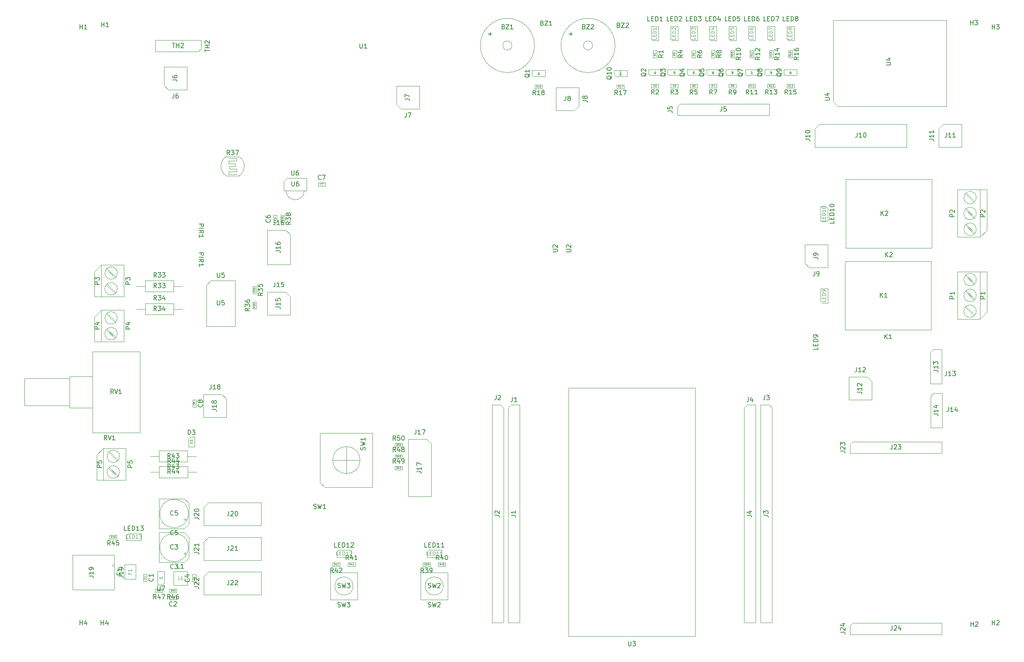
<source format=gbr>
G04 #@! TF.GenerationSoftware,KiCad,Pcbnew,(6.99.0-2815-gbbc0c61ccb)*
G04 #@! TF.CreationDate,2022-08-18T14:12:31+07:00*
G04 #@! TF.ProjectId,Training_Based,54726169-6e69-46e6-975f-42617365642e,rev?*
G04 #@! TF.SameCoordinates,Original*
G04 #@! TF.FileFunction,AssemblyDrawing,Top*
%FSLAX46Y46*%
G04 Gerber Fmt 4.6, Leading zero omitted, Abs format (unit mm)*
G04 Created by KiCad (PCBNEW (6.99.0-2815-gbbc0c61ccb)) date 2022-08-18 14:12:31*
%MOMM*%
%LPD*%
G01*
G04 APERTURE LIST*
%ADD10C,0.150000*%
%ADD11C,0.060000*%
%ADD12C,0.120000*%
%ADD13C,0.050000*%
%ADD14C,0.105000*%
%ADD15C,0.075000*%
%ADD16C,0.100000*%
G04 APERTURE END LIST*
D10*
X154697619Y-38797380D02*
X154364286Y-38321190D01*
X154126191Y-38797380D02*
X154126191Y-37797380D01*
X154126191Y-37797380D02*
X154507143Y-37797380D01*
X154507143Y-37797380D02*
X154602381Y-37845000D01*
X154602381Y-37845000D02*
X154650000Y-37892619D01*
X154650000Y-37892619D02*
X154697619Y-37987857D01*
X154697619Y-37987857D02*
X154697619Y-38130714D01*
X154697619Y-38130714D02*
X154650000Y-38225952D01*
X154650000Y-38225952D02*
X154602381Y-38273571D01*
X154602381Y-38273571D02*
X154507143Y-38321190D01*
X154507143Y-38321190D02*
X154126191Y-38321190D01*
X155030953Y-37797380D02*
X155650000Y-37797380D01*
X155650000Y-37797380D02*
X155316667Y-38178333D01*
X155316667Y-38178333D02*
X155459524Y-38178333D01*
X155459524Y-38178333D02*
X155554762Y-38225952D01*
X155554762Y-38225952D02*
X155602381Y-38273571D01*
X155602381Y-38273571D02*
X155650000Y-38368809D01*
X155650000Y-38368809D02*
X155650000Y-38606904D01*
X155650000Y-38606904D02*
X155602381Y-38702142D01*
X155602381Y-38702142D02*
X155554762Y-38749761D01*
X155554762Y-38749761D02*
X155459524Y-38797380D01*
X155459524Y-38797380D02*
X155173810Y-38797380D01*
X155173810Y-38797380D02*
X155078572Y-38749761D01*
X155078572Y-38749761D02*
X155030953Y-38702142D01*
D11*
X154797619Y-37146952D02*
X154664286Y-36956476D01*
X154569048Y-37146952D02*
X154569048Y-36746952D01*
X154569048Y-36746952D02*
X154721429Y-36746952D01*
X154721429Y-36746952D02*
X154759524Y-36766000D01*
X154759524Y-36766000D02*
X154778571Y-36785047D01*
X154778571Y-36785047D02*
X154797619Y-36823142D01*
X154797619Y-36823142D02*
X154797619Y-36880285D01*
X154797619Y-36880285D02*
X154778571Y-36918380D01*
X154778571Y-36918380D02*
X154759524Y-36937428D01*
X154759524Y-36937428D02*
X154721429Y-36956476D01*
X154721429Y-36956476D02*
X154569048Y-36956476D01*
X154930952Y-36746952D02*
X155178571Y-36746952D01*
X155178571Y-36746952D02*
X155045238Y-36899333D01*
X155045238Y-36899333D02*
X155102381Y-36899333D01*
X155102381Y-36899333D02*
X155140476Y-36918380D01*
X155140476Y-36918380D02*
X155159524Y-36937428D01*
X155159524Y-36937428D02*
X155178571Y-36975523D01*
X155178571Y-36975523D02*
X155178571Y-37070761D01*
X155178571Y-37070761D02*
X155159524Y-37108857D01*
X155159524Y-37108857D02*
X155140476Y-37127904D01*
X155140476Y-37127904D02*
X155102381Y-37146952D01*
X155102381Y-37146952D02*
X154988095Y-37146952D01*
X154988095Y-37146952D02*
X154950000Y-37127904D01*
X154950000Y-37127904D02*
X154930952Y-37108857D01*
D10*
X149459524Y-22567380D02*
X148983334Y-22567380D01*
X148983334Y-22567380D02*
X148983334Y-21567380D01*
X149792858Y-22043571D02*
X150126191Y-22043571D01*
X150269048Y-22567380D02*
X149792858Y-22567380D01*
X149792858Y-22567380D02*
X149792858Y-21567380D01*
X149792858Y-21567380D02*
X150269048Y-21567380D01*
X150697620Y-22567380D02*
X150697620Y-21567380D01*
X150697620Y-21567380D02*
X150935715Y-21567380D01*
X150935715Y-21567380D02*
X151078572Y-21615000D01*
X151078572Y-21615000D02*
X151173810Y-21710238D01*
X151173810Y-21710238D02*
X151221429Y-21805476D01*
X151221429Y-21805476D02*
X151269048Y-21995952D01*
X151269048Y-21995952D02*
X151269048Y-22138809D01*
X151269048Y-22138809D02*
X151221429Y-22329285D01*
X151221429Y-22329285D02*
X151173810Y-22424523D01*
X151173810Y-22424523D02*
X151078572Y-22519761D01*
X151078572Y-22519761D02*
X150935715Y-22567380D01*
X150935715Y-22567380D02*
X150697620Y-22567380D01*
X152221429Y-22567380D02*
X151650001Y-22567380D01*
X151935715Y-22567380D02*
X151935715Y-21567380D01*
X151935715Y-21567380D02*
X151840477Y-21710238D01*
X151840477Y-21710238D02*
X151745239Y-21805476D01*
X151745239Y-21805476D02*
X151650001Y-21853095D01*
D12*
X150872476Y-26245238D02*
X150872476Y-26626190D01*
X150872476Y-26626190D02*
X150072476Y-26626190D01*
X150453429Y-25978571D02*
X150453429Y-25711905D01*
X150872476Y-25597619D02*
X150872476Y-25978571D01*
X150872476Y-25978571D02*
X150072476Y-25978571D01*
X150072476Y-25978571D02*
X150072476Y-25597619D01*
X150872476Y-25254761D02*
X150072476Y-25254761D01*
X150072476Y-25254761D02*
X150072476Y-25064285D01*
X150072476Y-25064285D02*
X150110572Y-24949999D01*
X150110572Y-24949999D02*
X150186762Y-24873809D01*
X150186762Y-24873809D02*
X150262952Y-24835714D01*
X150262952Y-24835714D02*
X150415333Y-24797618D01*
X150415333Y-24797618D02*
X150529619Y-24797618D01*
X150529619Y-24797618D02*
X150682000Y-24835714D01*
X150682000Y-24835714D02*
X150758191Y-24873809D01*
X150758191Y-24873809D02*
X150834381Y-24949999D01*
X150834381Y-24949999D02*
X150872476Y-25064285D01*
X150872476Y-25064285D02*
X150872476Y-25254761D01*
X150872476Y-24035714D02*
X150872476Y-24492857D01*
X150872476Y-24264285D02*
X150072476Y-24264285D01*
X150072476Y-24264285D02*
X150186762Y-24340476D01*
X150186762Y-24340476D02*
X150262952Y-24416666D01*
X150262952Y-24416666D02*
X150301048Y-24492857D01*
D10*
X169518808Y-30542857D02*
X169042618Y-30876190D01*
X169518808Y-31114285D02*
X168518808Y-31114285D01*
X168518808Y-31114285D02*
X168518808Y-30733333D01*
X168518808Y-30733333D02*
X168566428Y-30638095D01*
X168566428Y-30638095D02*
X168614047Y-30590476D01*
X168614047Y-30590476D02*
X168709285Y-30542857D01*
X168709285Y-30542857D02*
X168852142Y-30542857D01*
X168852142Y-30542857D02*
X168947380Y-30590476D01*
X168947380Y-30590476D02*
X168994999Y-30638095D01*
X168994999Y-30638095D02*
X169042618Y-30733333D01*
X169042618Y-30733333D02*
X169042618Y-31114285D01*
X169518808Y-29590476D02*
X169518808Y-30161904D01*
X169518808Y-29876190D02*
X168518808Y-29876190D01*
X168518808Y-29876190D02*
X168661666Y-29971428D01*
X168661666Y-29971428D02*
X168756904Y-30066666D01*
X168756904Y-30066666D02*
X168804523Y-30161904D01*
X168518808Y-28971428D02*
X168518808Y-28876190D01*
X168518808Y-28876190D02*
X168566428Y-28780952D01*
X168566428Y-28780952D02*
X168614047Y-28733333D01*
X168614047Y-28733333D02*
X168709285Y-28685714D01*
X168709285Y-28685714D02*
X168899761Y-28638095D01*
X168899761Y-28638095D02*
X169137856Y-28638095D01*
X169137856Y-28638095D02*
X169328332Y-28685714D01*
X169328332Y-28685714D02*
X169423570Y-28733333D01*
X169423570Y-28733333D02*
X169471189Y-28780952D01*
X169471189Y-28780952D02*
X169518808Y-28876190D01*
X169518808Y-28876190D02*
X169518808Y-28971428D01*
X169518808Y-28971428D02*
X169471189Y-29066666D01*
X169471189Y-29066666D02*
X169423570Y-29114285D01*
X169423570Y-29114285D02*
X169328332Y-29161904D01*
X169328332Y-29161904D02*
X169137856Y-29209523D01*
X169137856Y-29209523D02*
X168899761Y-29209523D01*
X168899761Y-29209523D02*
X168709285Y-29161904D01*
X168709285Y-29161904D02*
X168614047Y-29114285D01*
X168614047Y-29114285D02*
X168566428Y-29066666D01*
X168566428Y-29066666D02*
X168518808Y-28971428D01*
D11*
X167868380Y-30157142D02*
X167677904Y-30290475D01*
X167868380Y-30385713D02*
X167468380Y-30385713D01*
X167468380Y-30385713D02*
X167468380Y-30233332D01*
X167468380Y-30233332D02*
X167487428Y-30195237D01*
X167487428Y-30195237D02*
X167506475Y-30176190D01*
X167506475Y-30176190D02*
X167544570Y-30157142D01*
X167544570Y-30157142D02*
X167601713Y-30157142D01*
X167601713Y-30157142D02*
X167639808Y-30176190D01*
X167639808Y-30176190D02*
X167658856Y-30195237D01*
X167658856Y-30195237D02*
X167677904Y-30233332D01*
X167677904Y-30233332D02*
X167677904Y-30385713D01*
X167868380Y-29776190D02*
X167868380Y-30004761D01*
X167868380Y-29890475D02*
X167468380Y-29890475D01*
X167468380Y-29890475D02*
X167525523Y-29928571D01*
X167525523Y-29928571D02*
X167563618Y-29966666D01*
X167563618Y-29966666D02*
X167582666Y-30004761D01*
X167468380Y-29528571D02*
X167468380Y-29490476D01*
X167468380Y-29490476D02*
X167487428Y-29452380D01*
X167487428Y-29452380D02*
X167506475Y-29433333D01*
X167506475Y-29433333D02*
X167544570Y-29414285D01*
X167544570Y-29414285D02*
X167620761Y-29395238D01*
X167620761Y-29395238D02*
X167715999Y-29395238D01*
X167715999Y-29395238D02*
X167792189Y-29414285D01*
X167792189Y-29414285D02*
X167830285Y-29433333D01*
X167830285Y-29433333D02*
X167849332Y-29452380D01*
X167849332Y-29452380D02*
X167868380Y-29490476D01*
X167868380Y-29490476D02*
X167868380Y-29528571D01*
X167868380Y-29528571D02*
X167849332Y-29566666D01*
X167849332Y-29566666D02*
X167830285Y-29585714D01*
X167830285Y-29585714D02*
X167792189Y-29604761D01*
X167792189Y-29604761D02*
X167715999Y-29623809D01*
X167715999Y-29623809D02*
X167620761Y-29623809D01*
X167620761Y-29623809D02*
X167544570Y-29604761D01*
X167544570Y-29604761D02*
X167506475Y-29585714D01*
X167506475Y-29585714D02*
X167487428Y-29566666D01*
X167487428Y-29566666D02*
X167468380Y-29528571D01*
D10*
X29957142Y-138697380D02*
X29623809Y-138221190D01*
X29385714Y-138697380D02*
X29385714Y-137697380D01*
X29385714Y-137697380D02*
X29766666Y-137697380D01*
X29766666Y-137697380D02*
X29861904Y-137745000D01*
X29861904Y-137745000D02*
X29909523Y-137792619D01*
X29909523Y-137792619D02*
X29957142Y-137887857D01*
X29957142Y-137887857D02*
X29957142Y-138030714D01*
X29957142Y-138030714D02*
X29909523Y-138125952D01*
X29909523Y-138125952D02*
X29861904Y-138173571D01*
X29861904Y-138173571D02*
X29766666Y-138221190D01*
X29766666Y-138221190D02*
X29385714Y-138221190D01*
X30814285Y-138030714D02*
X30814285Y-138697380D01*
X30576190Y-137649761D02*
X30338095Y-138364047D01*
X30338095Y-138364047D02*
X30957142Y-138364047D01*
X31814285Y-137697380D02*
X31338095Y-137697380D01*
X31338095Y-137697380D02*
X31290476Y-138173571D01*
X31290476Y-138173571D02*
X31338095Y-138125952D01*
X31338095Y-138125952D02*
X31433333Y-138078333D01*
X31433333Y-138078333D02*
X31671428Y-138078333D01*
X31671428Y-138078333D02*
X31766666Y-138125952D01*
X31766666Y-138125952D02*
X31814285Y-138173571D01*
X31814285Y-138173571D02*
X31861904Y-138268809D01*
X31861904Y-138268809D02*
X31861904Y-138506904D01*
X31861904Y-138506904D02*
X31814285Y-138602142D01*
X31814285Y-138602142D02*
X31766666Y-138649761D01*
X31766666Y-138649761D02*
X31671428Y-138697380D01*
X31671428Y-138697380D02*
X31433333Y-138697380D01*
X31433333Y-138697380D02*
X31338095Y-138649761D01*
X31338095Y-138649761D02*
X31290476Y-138602142D01*
D11*
X30342857Y-137046952D02*
X30209524Y-136856476D01*
X30114286Y-137046952D02*
X30114286Y-136646952D01*
X30114286Y-136646952D02*
X30266667Y-136646952D01*
X30266667Y-136646952D02*
X30304762Y-136666000D01*
X30304762Y-136666000D02*
X30323809Y-136685047D01*
X30323809Y-136685047D02*
X30342857Y-136723142D01*
X30342857Y-136723142D02*
X30342857Y-136780285D01*
X30342857Y-136780285D02*
X30323809Y-136818380D01*
X30323809Y-136818380D02*
X30304762Y-136837428D01*
X30304762Y-136837428D02*
X30266667Y-136856476D01*
X30266667Y-136856476D02*
X30114286Y-136856476D01*
X30685714Y-136780285D02*
X30685714Y-137046952D01*
X30590476Y-136627904D02*
X30495238Y-136913619D01*
X30495238Y-136913619D02*
X30742857Y-136913619D01*
X31085714Y-136646952D02*
X30895238Y-136646952D01*
X30895238Y-136646952D02*
X30876190Y-136837428D01*
X30876190Y-136837428D02*
X30895238Y-136818380D01*
X30895238Y-136818380D02*
X30933333Y-136799333D01*
X30933333Y-136799333D02*
X31028571Y-136799333D01*
X31028571Y-136799333D02*
X31066666Y-136818380D01*
X31066666Y-136818380D02*
X31085714Y-136837428D01*
X31085714Y-136837428D02*
X31104761Y-136875523D01*
X31104761Y-136875523D02*
X31104761Y-136970761D01*
X31104761Y-136970761D02*
X31085714Y-137008857D01*
X31085714Y-137008857D02*
X31066666Y-137027904D01*
X31066666Y-137027904D02*
X31028571Y-137046952D01*
X31028571Y-137046952D02*
X30933333Y-137046952D01*
X30933333Y-137046952D02*
X30895238Y-137027904D01*
X30895238Y-137027904D02*
X30876190Y-137008857D01*
D10*
X102757142Y-141920713D02*
X102423809Y-141444523D01*
X102185714Y-141920713D02*
X102185714Y-140920713D01*
X102185714Y-140920713D02*
X102566666Y-140920713D01*
X102566666Y-140920713D02*
X102661904Y-140968333D01*
X102661904Y-140968333D02*
X102709523Y-141015952D01*
X102709523Y-141015952D02*
X102757142Y-141111190D01*
X102757142Y-141111190D02*
X102757142Y-141254047D01*
X102757142Y-141254047D02*
X102709523Y-141349285D01*
X102709523Y-141349285D02*
X102661904Y-141396904D01*
X102661904Y-141396904D02*
X102566666Y-141444523D01*
X102566666Y-141444523D02*
X102185714Y-141444523D01*
X103614285Y-141254047D02*
X103614285Y-141920713D01*
X103376190Y-140873094D02*
X103138095Y-141587380D01*
X103138095Y-141587380D02*
X103757142Y-141587380D01*
X104328571Y-140920713D02*
X104423809Y-140920713D01*
X104423809Y-140920713D02*
X104519047Y-140968333D01*
X104519047Y-140968333D02*
X104566666Y-141015952D01*
X104566666Y-141015952D02*
X104614285Y-141111190D01*
X104614285Y-141111190D02*
X104661904Y-141301666D01*
X104661904Y-141301666D02*
X104661904Y-141539761D01*
X104661904Y-141539761D02*
X104614285Y-141730237D01*
X104614285Y-141730237D02*
X104566666Y-141825475D01*
X104566666Y-141825475D02*
X104519047Y-141873094D01*
X104519047Y-141873094D02*
X104423809Y-141920713D01*
X104423809Y-141920713D02*
X104328571Y-141920713D01*
X104328571Y-141920713D02*
X104233333Y-141873094D01*
X104233333Y-141873094D02*
X104185714Y-141825475D01*
X104185714Y-141825475D02*
X104138095Y-141730237D01*
X104138095Y-141730237D02*
X104090476Y-141539761D01*
X104090476Y-141539761D02*
X104090476Y-141301666D01*
X104090476Y-141301666D02*
X104138095Y-141111190D01*
X104138095Y-141111190D02*
X104185714Y-141015952D01*
X104185714Y-141015952D02*
X104233333Y-140968333D01*
X104233333Y-140968333D02*
X104328571Y-140920713D01*
D11*
X103142857Y-143130285D02*
X103009524Y-142939809D01*
X102914286Y-143130285D02*
X102914286Y-142730285D01*
X102914286Y-142730285D02*
X103066667Y-142730285D01*
X103066667Y-142730285D02*
X103104762Y-142749333D01*
X103104762Y-142749333D02*
X103123809Y-142768380D01*
X103123809Y-142768380D02*
X103142857Y-142806475D01*
X103142857Y-142806475D02*
X103142857Y-142863618D01*
X103142857Y-142863618D02*
X103123809Y-142901713D01*
X103123809Y-142901713D02*
X103104762Y-142920761D01*
X103104762Y-142920761D02*
X103066667Y-142939809D01*
X103066667Y-142939809D02*
X102914286Y-142939809D01*
X103485714Y-142863618D02*
X103485714Y-143130285D01*
X103390476Y-142711237D02*
X103295238Y-142996952D01*
X103295238Y-142996952D02*
X103542857Y-142996952D01*
X103771428Y-142730285D02*
X103809523Y-142730285D01*
X103809523Y-142730285D02*
X103847619Y-142749333D01*
X103847619Y-142749333D02*
X103866666Y-142768380D01*
X103866666Y-142768380D02*
X103885714Y-142806475D01*
X103885714Y-142806475D02*
X103904761Y-142882666D01*
X103904761Y-142882666D02*
X103904761Y-142977904D01*
X103904761Y-142977904D02*
X103885714Y-143054094D01*
X103885714Y-143054094D02*
X103866666Y-143092190D01*
X103866666Y-143092190D02*
X103847619Y-143111237D01*
X103847619Y-143111237D02*
X103809523Y-143130285D01*
X103809523Y-143130285D02*
X103771428Y-143130285D01*
X103771428Y-143130285D02*
X103733333Y-143111237D01*
X103733333Y-143111237D02*
X103714285Y-143092190D01*
X103714285Y-143092190D02*
X103695238Y-143054094D01*
X103695238Y-143054094D02*
X103676190Y-142977904D01*
X103676190Y-142977904D02*
X103676190Y-142882666D01*
X103676190Y-142882666D02*
X103695238Y-142806475D01*
X103695238Y-142806475D02*
X103714285Y-142768380D01*
X103714285Y-142768380D02*
X103733333Y-142749333D01*
X103733333Y-142749333D02*
X103771428Y-142730285D01*
D10*
X43683333Y-152102142D02*
X43635714Y-152149761D01*
X43635714Y-152149761D02*
X43492857Y-152197380D01*
X43492857Y-152197380D02*
X43397619Y-152197380D01*
X43397619Y-152197380D02*
X43254762Y-152149761D01*
X43254762Y-152149761D02*
X43159524Y-152054523D01*
X43159524Y-152054523D02*
X43111905Y-151959285D01*
X43111905Y-151959285D02*
X43064286Y-151768809D01*
X43064286Y-151768809D02*
X43064286Y-151625952D01*
X43064286Y-151625952D02*
X43111905Y-151435476D01*
X43111905Y-151435476D02*
X43159524Y-151340238D01*
X43159524Y-151340238D02*
X43254762Y-151245000D01*
X43254762Y-151245000D02*
X43397619Y-151197380D01*
X43397619Y-151197380D02*
X43492857Y-151197380D01*
X43492857Y-151197380D02*
X43635714Y-151245000D01*
X43635714Y-151245000D02*
X43683333Y-151292619D01*
X44064286Y-151292619D02*
X44111905Y-151245000D01*
X44111905Y-151245000D02*
X44207143Y-151197380D01*
X44207143Y-151197380D02*
X44445238Y-151197380D01*
X44445238Y-151197380D02*
X44540476Y-151245000D01*
X44540476Y-151245000D02*
X44588095Y-151292619D01*
X44588095Y-151292619D02*
X44635714Y-151387857D01*
X44635714Y-151387857D02*
X44635714Y-151483095D01*
X44635714Y-151483095D02*
X44588095Y-151625952D01*
X44588095Y-151625952D02*
X44016667Y-152197380D01*
X44016667Y-152197380D02*
X44635714Y-152197380D01*
D11*
X43783333Y-150508857D02*
X43764285Y-150527904D01*
X43764285Y-150527904D02*
X43707143Y-150546952D01*
X43707143Y-150546952D02*
X43669047Y-150546952D01*
X43669047Y-150546952D02*
X43611904Y-150527904D01*
X43611904Y-150527904D02*
X43573809Y-150489809D01*
X43573809Y-150489809D02*
X43554762Y-150451714D01*
X43554762Y-150451714D02*
X43535714Y-150375523D01*
X43535714Y-150375523D02*
X43535714Y-150318380D01*
X43535714Y-150318380D02*
X43554762Y-150242190D01*
X43554762Y-150242190D02*
X43573809Y-150204095D01*
X43573809Y-150204095D02*
X43611904Y-150166000D01*
X43611904Y-150166000D02*
X43669047Y-150146952D01*
X43669047Y-150146952D02*
X43707143Y-150146952D01*
X43707143Y-150146952D02*
X43764285Y-150166000D01*
X43764285Y-150166000D02*
X43783333Y-150185047D01*
X43935714Y-150185047D02*
X43954762Y-150166000D01*
X43954762Y-150166000D02*
X43992857Y-150146952D01*
X43992857Y-150146952D02*
X44088095Y-150146952D01*
X44088095Y-150146952D02*
X44126190Y-150166000D01*
X44126190Y-150166000D02*
X44145238Y-150185047D01*
X44145238Y-150185047D02*
X44164285Y-150223142D01*
X44164285Y-150223142D02*
X44164285Y-150261238D01*
X44164285Y-150261238D02*
X44145238Y-150318380D01*
X44145238Y-150318380D02*
X43916666Y-150546952D01*
X43916666Y-150546952D02*
X44164285Y-150546952D01*
D10*
X144706001Y-160015480D02*
X144706001Y-160825004D01*
X144706001Y-160825004D02*
X144753620Y-160920242D01*
X144753620Y-160920242D02*
X144801239Y-160967861D01*
X144801239Y-160967861D02*
X144896477Y-161015480D01*
X144896477Y-161015480D02*
X145086953Y-161015480D01*
X145086953Y-161015480D02*
X145182191Y-160967861D01*
X145182191Y-160967861D02*
X145229810Y-160920242D01*
X145229810Y-160920242D02*
X145277429Y-160825004D01*
X145277429Y-160825004D02*
X145277429Y-160015480D01*
X145658382Y-160015480D02*
X146277429Y-160015480D01*
X146277429Y-160015480D02*
X145944096Y-160396433D01*
X145944096Y-160396433D02*
X146086953Y-160396433D01*
X146086953Y-160396433D02*
X146182191Y-160444052D01*
X146182191Y-160444052D02*
X146229810Y-160491671D01*
X146229810Y-160491671D02*
X146277429Y-160586909D01*
X146277429Y-160586909D02*
X146277429Y-160825004D01*
X146277429Y-160825004D02*
X146229810Y-160920242D01*
X146229810Y-160920242D02*
X146182191Y-160967861D01*
X146182191Y-160967861D02*
X146086953Y-161015480D01*
X146086953Y-161015480D02*
X145801239Y-161015480D01*
X145801239Y-161015480D02*
X145706001Y-160967861D01*
X145706001Y-160967861D02*
X145658382Y-160920242D01*
X175173808Y-22567380D02*
X174697618Y-22567380D01*
X174697618Y-22567380D02*
X174697618Y-21567380D01*
X175507142Y-22043571D02*
X175840475Y-22043571D01*
X175983332Y-22567380D02*
X175507142Y-22567380D01*
X175507142Y-22567380D02*
X175507142Y-21567380D01*
X175507142Y-21567380D02*
X175983332Y-21567380D01*
X176411904Y-22567380D02*
X176411904Y-21567380D01*
X176411904Y-21567380D02*
X176649999Y-21567380D01*
X176649999Y-21567380D02*
X176792856Y-21615000D01*
X176792856Y-21615000D02*
X176888094Y-21710238D01*
X176888094Y-21710238D02*
X176935713Y-21805476D01*
X176935713Y-21805476D02*
X176983332Y-21995952D01*
X176983332Y-21995952D02*
X176983332Y-22138809D01*
X176983332Y-22138809D02*
X176935713Y-22329285D01*
X176935713Y-22329285D02*
X176888094Y-22424523D01*
X176888094Y-22424523D02*
X176792856Y-22519761D01*
X176792856Y-22519761D02*
X176649999Y-22567380D01*
X176649999Y-22567380D02*
X176411904Y-22567380D01*
X177316666Y-21567380D02*
X177983332Y-21567380D01*
X177983332Y-21567380D02*
X177554761Y-22567380D01*
D12*
X176586760Y-26245238D02*
X176586760Y-26626190D01*
X176586760Y-26626190D02*
X175786760Y-26626190D01*
X176167713Y-25978571D02*
X176167713Y-25711905D01*
X176586760Y-25597619D02*
X176586760Y-25978571D01*
X176586760Y-25978571D02*
X175786760Y-25978571D01*
X175786760Y-25978571D02*
X175786760Y-25597619D01*
X176586760Y-25254761D02*
X175786760Y-25254761D01*
X175786760Y-25254761D02*
X175786760Y-25064285D01*
X175786760Y-25064285D02*
X175824856Y-24949999D01*
X175824856Y-24949999D02*
X175901046Y-24873809D01*
X175901046Y-24873809D02*
X175977236Y-24835714D01*
X175977236Y-24835714D02*
X176129617Y-24797618D01*
X176129617Y-24797618D02*
X176243903Y-24797618D01*
X176243903Y-24797618D02*
X176396284Y-24835714D01*
X176396284Y-24835714D02*
X176472475Y-24873809D01*
X176472475Y-24873809D02*
X176548665Y-24949999D01*
X176548665Y-24949999D02*
X176586760Y-25064285D01*
X176586760Y-25064285D02*
X176586760Y-25254761D01*
X175786760Y-24530952D02*
X175786760Y-23997618D01*
X175786760Y-23997618D02*
X176586760Y-24340476D01*
D10*
X186667380Y-94864047D02*
X186667380Y-95340237D01*
X186667380Y-95340237D02*
X185667380Y-95340237D01*
X186143571Y-94530713D02*
X186143571Y-94197380D01*
X186667380Y-94054523D02*
X186667380Y-94530713D01*
X186667380Y-94530713D02*
X185667380Y-94530713D01*
X185667380Y-94530713D02*
X185667380Y-94054523D01*
X186667380Y-93625951D02*
X185667380Y-93625951D01*
X185667380Y-93625951D02*
X185667380Y-93387856D01*
X185667380Y-93387856D02*
X185715000Y-93244999D01*
X185715000Y-93244999D02*
X185810238Y-93149761D01*
X185810238Y-93149761D02*
X185905476Y-93102142D01*
X185905476Y-93102142D02*
X186095952Y-93054523D01*
X186095952Y-93054523D02*
X186238809Y-93054523D01*
X186238809Y-93054523D02*
X186429285Y-93102142D01*
X186429285Y-93102142D02*
X186524523Y-93149761D01*
X186524523Y-93149761D02*
X186619761Y-93244999D01*
X186619761Y-93244999D02*
X186667380Y-93387856D01*
X186667380Y-93387856D02*
X186667380Y-93625951D01*
X186667380Y-92578332D02*
X186667380Y-92387856D01*
X186667380Y-92387856D02*
X186619761Y-92292618D01*
X186619761Y-92292618D02*
X186572142Y-92244999D01*
X186572142Y-92244999D02*
X186429285Y-92149761D01*
X186429285Y-92149761D02*
X186238809Y-92102142D01*
X186238809Y-92102142D02*
X185857857Y-92102142D01*
X185857857Y-92102142D02*
X185762619Y-92149761D01*
X185762619Y-92149761D02*
X185715000Y-92197380D01*
X185715000Y-92197380D02*
X185667380Y-92292618D01*
X185667380Y-92292618D02*
X185667380Y-92483094D01*
X185667380Y-92483094D02*
X185715000Y-92578332D01*
X185715000Y-92578332D02*
X185762619Y-92625951D01*
X185762619Y-92625951D02*
X185857857Y-92673570D01*
X185857857Y-92673570D02*
X186095952Y-92673570D01*
X186095952Y-92673570D02*
X186191190Y-92625951D01*
X186191190Y-92625951D02*
X186238809Y-92578332D01*
X186238809Y-92578332D02*
X186286428Y-92483094D01*
X186286428Y-92483094D02*
X186286428Y-92292618D01*
X186286428Y-92292618D02*
X186238809Y-92197380D01*
X186238809Y-92197380D02*
X186191190Y-92149761D01*
X186191190Y-92149761D02*
X186095952Y-92102142D01*
D12*
X188343904Y-84340238D02*
X188343904Y-84721190D01*
X188343904Y-84721190D02*
X187543904Y-84721190D01*
X187924857Y-84073571D02*
X187924857Y-83806905D01*
X188343904Y-83692619D02*
X188343904Y-84073571D01*
X188343904Y-84073571D02*
X187543904Y-84073571D01*
X187543904Y-84073571D02*
X187543904Y-83692619D01*
X188343904Y-83349761D02*
X187543904Y-83349761D01*
X187543904Y-83349761D02*
X187543904Y-83159285D01*
X187543904Y-83159285D02*
X187582000Y-83044999D01*
X187582000Y-83044999D02*
X187658190Y-82968809D01*
X187658190Y-82968809D02*
X187734380Y-82930714D01*
X187734380Y-82930714D02*
X187886761Y-82892618D01*
X187886761Y-82892618D02*
X188001047Y-82892618D01*
X188001047Y-82892618D02*
X188153428Y-82930714D01*
X188153428Y-82930714D02*
X188229619Y-82968809D01*
X188229619Y-82968809D02*
X188305809Y-83044999D01*
X188305809Y-83044999D02*
X188343904Y-83159285D01*
X188343904Y-83159285D02*
X188343904Y-83349761D01*
X188343904Y-82511666D02*
X188343904Y-82359285D01*
X188343904Y-82359285D02*
X188305809Y-82283095D01*
X188305809Y-82283095D02*
X188267714Y-82244999D01*
X188267714Y-82244999D02*
X188153428Y-82168809D01*
X188153428Y-82168809D02*
X188001047Y-82130714D01*
X188001047Y-82130714D02*
X187696285Y-82130714D01*
X187696285Y-82130714D02*
X187620095Y-82168809D01*
X187620095Y-82168809D02*
X187582000Y-82206904D01*
X187582000Y-82206904D02*
X187543904Y-82283095D01*
X187543904Y-82283095D02*
X187543904Y-82435476D01*
X187543904Y-82435476D02*
X187582000Y-82511666D01*
X187582000Y-82511666D02*
X187620095Y-82549761D01*
X187620095Y-82549761D02*
X187696285Y-82587857D01*
X187696285Y-82587857D02*
X187886761Y-82587857D01*
X187886761Y-82587857D02*
X187962952Y-82549761D01*
X187962952Y-82549761D02*
X188001047Y-82511666D01*
X188001047Y-82511666D02*
X188039142Y-82435476D01*
X188039142Y-82435476D02*
X188039142Y-82283095D01*
X188039142Y-82283095D02*
X188001047Y-82206904D01*
X188001047Y-82206904D02*
X187962952Y-82168809D01*
X187962952Y-82168809D02*
X187886761Y-82130714D01*
D10*
X171364284Y-38797380D02*
X171030951Y-38321190D01*
X170792856Y-38797380D02*
X170792856Y-37797380D01*
X170792856Y-37797380D02*
X171173808Y-37797380D01*
X171173808Y-37797380D02*
X171269046Y-37845000D01*
X171269046Y-37845000D02*
X171316665Y-37892619D01*
X171316665Y-37892619D02*
X171364284Y-37987857D01*
X171364284Y-37987857D02*
X171364284Y-38130714D01*
X171364284Y-38130714D02*
X171316665Y-38225952D01*
X171316665Y-38225952D02*
X171269046Y-38273571D01*
X171269046Y-38273571D02*
X171173808Y-38321190D01*
X171173808Y-38321190D02*
X170792856Y-38321190D01*
X172316665Y-38797380D02*
X171745237Y-38797380D01*
X172030951Y-38797380D02*
X172030951Y-37797380D01*
X172030951Y-37797380D02*
X171935713Y-37940238D01*
X171935713Y-37940238D02*
X171840475Y-38035476D01*
X171840475Y-38035476D02*
X171745237Y-38083095D01*
X173269046Y-38797380D02*
X172697618Y-38797380D01*
X172983332Y-38797380D02*
X172983332Y-37797380D01*
X172983332Y-37797380D02*
X172888094Y-37940238D01*
X172888094Y-37940238D02*
X172792856Y-38035476D01*
X172792856Y-38035476D02*
X172697618Y-38083095D01*
D11*
X171749999Y-37146952D02*
X171616666Y-36956476D01*
X171521428Y-37146952D02*
X171521428Y-36746952D01*
X171521428Y-36746952D02*
X171673809Y-36746952D01*
X171673809Y-36746952D02*
X171711904Y-36766000D01*
X171711904Y-36766000D02*
X171730951Y-36785047D01*
X171730951Y-36785047D02*
X171749999Y-36823142D01*
X171749999Y-36823142D02*
X171749999Y-36880285D01*
X171749999Y-36880285D02*
X171730951Y-36918380D01*
X171730951Y-36918380D02*
X171711904Y-36937428D01*
X171711904Y-36937428D02*
X171673809Y-36956476D01*
X171673809Y-36956476D02*
X171521428Y-36956476D01*
X172130951Y-37146952D02*
X171902380Y-37146952D01*
X172016666Y-37146952D02*
X172016666Y-36746952D01*
X172016666Y-36746952D02*
X171978570Y-36804095D01*
X171978570Y-36804095D02*
X171940475Y-36842190D01*
X171940475Y-36842190D02*
X171902380Y-36861238D01*
X172511903Y-37146952D02*
X172283332Y-37146952D01*
X172397618Y-37146952D02*
X172397618Y-36746952D01*
X172397618Y-36746952D02*
X172359522Y-36804095D01*
X172359522Y-36804095D02*
X172321427Y-36842190D01*
X172321427Y-36842190D02*
X172283332Y-36861238D01*
D10*
X152926905Y-34095238D02*
X152879286Y-34190476D01*
X152879286Y-34190476D02*
X152784047Y-34285714D01*
X152784047Y-34285714D02*
X152641190Y-34428571D01*
X152641190Y-34428571D02*
X152593571Y-34523809D01*
X152593571Y-34523809D02*
X152593571Y-34619047D01*
X152831666Y-34571428D02*
X152784047Y-34666666D01*
X152784047Y-34666666D02*
X152688809Y-34761904D01*
X152688809Y-34761904D02*
X152498333Y-34809523D01*
X152498333Y-34809523D02*
X152165000Y-34809523D01*
X152165000Y-34809523D02*
X151974524Y-34761904D01*
X151974524Y-34761904D02*
X151879286Y-34666666D01*
X151879286Y-34666666D02*
X151831666Y-34571428D01*
X151831666Y-34571428D02*
X151831666Y-34380952D01*
X151831666Y-34380952D02*
X151879286Y-34285714D01*
X151879286Y-34285714D02*
X151974524Y-34190476D01*
X151974524Y-34190476D02*
X152165000Y-34142857D01*
X152165000Y-34142857D02*
X152498333Y-34142857D01*
X152498333Y-34142857D02*
X152688809Y-34190476D01*
X152688809Y-34190476D02*
X152784047Y-34285714D01*
X152784047Y-34285714D02*
X152831666Y-34380952D01*
X152831666Y-34380952D02*
X152831666Y-34571428D01*
X151831666Y-33809523D02*
X151831666Y-33190476D01*
X151831666Y-33190476D02*
X152212619Y-33523809D01*
X152212619Y-33523809D02*
X152212619Y-33380952D01*
X152212619Y-33380952D02*
X152260238Y-33285714D01*
X152260238Y-33285714D02*
X152307857Y-33238095D01*
X152307857Y-33238095D02*
X152403095Y-33190476D01*
X152403095Y-33190476D02*
X152641190Y-33190476D01*
X152641190Y-33190476D02*
X152736428Y-33238095D01*
X152736428Y-33238095D02*
X152784047Y-33285714D01*
X152784047Y-33285714D02*
X152831666Y-33380952D01*
X152831666Y-33380952D02*
X152831666Y-33666666D01*
X152831666Y-33666666D02*
X152784047Y-33761904D01*
X152784047Y-33761904D02*
X152736428Y-33809523D01*
D13*
X155012324Y-34030476D02*
X154997086Y-34060952D01*
X154997086Y-34060952D02*
X154966609Y-34091428D01*
X154966609Y-34091428D02*
X154920895Y-34137142D01*
X154920895Y-34137142D02*
X154905657Y-34167619D01*
X154905657Y-34167619D02*
X154905657Y-34198095D01*
X154981847Y-34182857D02*
X154966609Y-34213333D01*
X154966609Y-34213333D02*
X154936133Y-34243809D01*
X154936133Y-34243809D02*
X154875181Y-34259047D01*
X154875181Y-34259047D02*
X154768514Y-34259047D01*
X154768514Y-34259047D02*
X154707562Y-34243809D01*
X154707562Y-34243809D02*
X154677086Y-34213333D01*
X154677086Y-34213333D02*
X154661847Y-34182857D01*
X154661847Y-34182857D02*
X154661847Y-34121904D01*
X154661847Y-34121904D02*
X154677086Y-34091428D01*
X154677086Y-34091428D02*
X154707562Y-34060952D01*
X154707562Y-34060952D02*
X154768514Y-34045714D01*
X154768514Y-34045714D02*
X154875181Y-34045714D01*
X154875181Y-34045714D02*
X154936133Y-34060952D01*
X154936133Y-34060952D02*
X154966609Y-34091428D01*
X154966609Y-34091428D02*
X154981847Y-34121904D01*
X154981847Y-34121904D02*
X154981847Y-34182857D01*
X154661847Y-33939047D02*
X154661847Y-33740952D01*
X154661847Y-33740952D02*
X154783752Y-33847619D01*
X154783752Y-33847619D02*
X154783752Y-33801904D01*
X154783752Y-33801904D02*
X154798990Y-33771428D01*
X154798990Y-33771428D02*
X154814228Y-33756190D01*
X154814228Y-33756190D02*
X154844705Y-33740952D01*
X154844705Y-33740952D02*
X154920895Y-33740952D01*
X154920895Y-33740952D02*
X154951371Y-33756190D01*
X154951371Y-33756190D02*
X154966609Y-33771428D01*
X154966609Y-33771428D02*
X154981847Y-33801904D01*
X154981847Y-33801904D02*
X154981847Y-33893333D01*
X154981847Y-33893333D02*
X154966609Y-33923809D01*
X154966609Y-33923809D02*
X154951371Y-33939047D01*
D10*
X215142730Y-100179880D02*
X215142730Y-100894166D01*
X215142730Y-100894166D02*
X215095111Y-101037023D01*
X215095111Y-101037023D02*
X214999873Y-101132261D01*
X214999873Y-101132261D02*
X214857016Y-101179880D01*
X214857016Y-101179880D02*
X214761778Y-101179880D01*
X216142730Y-101179880D02*
X215571302Y-101179880D01*
X215857016Y-101179880D02*
X215857016Y-100179880D01*
X215857016Y-100179880D02*
X215761778Y-100322738D01*
X215761778Y-100322738D02*
X215666540Y-100417976D01*
X215666540Y-100417976D02*
X215571302Y-100465595D01*
X216476064Y-100179880D02*
X217095111Y-100179880D01*
X217095111Y-100179880D02*
X216761778Y-100560833D01*
X216761778Y-100560833D02*
X216904635Y-100560833D01*
X216904635Y-100560833D02*
X216999873Y-100608452D01*
X216999873Y-100608452D02*
X217047492Y-100656071D01*
X217047492Y-100656071D02*
X217095111Y-100751309D01*
X217095111Y-100751309D02*
X217095111Y-100989404D01*
X217095111Y-100989404D02*
X217047492Y-101084642D01*
X217047492Y-101084642D02*
X216999873Y-101132261D01*
X216999873Y-101132261D02*
X216904635Y-101179880D01*
X216904635Y-101179880D02*
X216618921Y-101179880D01*
X216618921Y-101179880D02*
X216523683Y-101132261D01*
X216523683Y-101132261D02*
X216476064Y-101084642D01*
X212219634Y-99962023D02*
X212933920Y-99962023D01*
X212933920Y-99962023D02*
X213076777Y-100009642D01*
X213076777Y-100009642D02*
X213172015Y-100104880D01*
X213172015Y-100104880D02*
X213219634Y-100247737D01*
X213219634Y-100247737D02*
X213219634Y-100342975D01*
X213219634Y-98962023D02*
X213219634Y-99533451D01*
X213219634Y-99247737D02*
X212219634Y-99247737D01*
X212219634Y-99247737D02*
X212362492Y-99342975D01*
X212362492Y-99342975D02*
X212457730Y-99438213D01*
X212457730Y-99438213D02*
X212505349Y-99533451D01*
X212219634Y-98628689D02*
X212219634Y-98009642D01*
X212219634Y-98009642D02*
X212600587Y-98342975D01*
X212600587Y-98342975D02*
X212600587Y-98200118D01*
X212600587Y-98200118D02*
X212648206Y-98104880D01*
X212648206Y-98104880D02*
X212695825Y-98057261D01*
X212695825Y-98057261D02*
X212791063Y-98009642D01*
X212791063Y-98009642D02*
X213029158Y-98009642D01*
X213029158Y-98009642D02*
X213124396Y-98057261D01*
X213124396Y-98057261D02*
X213172015Y-98104880D01*
X213172015Y-98104880D02*
X213219634Y-98200118D01*
X213219634Y-98200118D02*
X213219634Y-98485832D01*
X213219634Y-98485832D02*
X213172015Y-98581070D01*
X213172015Y-98581070D02*
X213124396Y-98628689D01*
X162316666Y-22567380D02*
X161840476Y-22567380D01*
X161840476Y-22567380D02*
X161840476Y-21567380D01*
X162650000Y-22043571D02*
X162983333Y-22043571D01*
X163126190Y-22567380D02*
X162650000Y-22567380D01*
X162650000Y-22567380D02*
X162650000Y-21567380D01*
X162650000Y-21567380D02*
X163126190Y-21567380D01*
X163554762Y-22567380D02*
X163554762Y-21567380D01*
X163554762Y-21567380D02*
X163792857Y-21567380D01*
X163792857Y-21567380D02*
X163935714Y-21615000D01*
X163935714Y-21615000D02*
X164030952Y-21710238D01*
X164030952Y-21710238D02*
X164078571Y-21805476D01*
X164078571Y-21805476D02*
X164126190Y-21995952D01*
X164126190Y-21995952D02*
X164126190Y-22138809D01*
X164126190Y-22138809D02*
X164078571Y-22329285D01*
X164078571Y-22329285D02*
X164030952Y-22424523D01*
X164030952Y-22424523D02*
X163935714Y-22519761D01*
X163935714Y-22519761D02*
X163792857Y-22567380D01*
X163792857Y-22567380D02*
X163554762Y-22567380D01*
X164983333Y-21900714D02*
X164983333Y-22567380D01*
X164745238Y-21519761D02*
X164507143Y-22234047D01*
X164507143Y-22234047D02*
X165126190Y-22234047D01*
D12*
X163729618Y-26245238D02*
X163729618Y-26626190D01*
X163729618Y-26626190D02*
X162929618Y-26626190D01*
X163310571Y-25978571D02*
X163310571Y-25711905D01*
X163729618Y-25597619D02*
X163729618Y-25978571D01*
X163729618Y-25978571D02*
X162929618Y-25978571D01*
X162929618Y-25978571D02*
X162929618Y-25597619D01*
X163729618Y-25254761D02*
X162929618Y-25254761D01*
X162929618Y-25254761D02*
X162929618Y-25064285D01*
X162929618Y-25064285D02*
X162967714Y-24949999D01*
X162967714Y-24949999D02*
X163043904Y-24873809D01*
X163043904Y-24873809D02*
X163120094Y-24835714D01*
X163120094Y-24835714D02*
X163272475Y-24797618D01*
X163272475Y-24797618D02*
X163386761Y-24797618D01*
X163386761Y-24797618D02*
X163539142Y-24835714D01*
X163539142Y-24835714D02*
X163615333Y-24873809D01*
X163615333Y-24873809D02*
X163691523Y-24949999D01*
X163691523Y-24949999D02*
X163729618Y-25064285D01*
X163729618Y-25064285D02*
X163729618Y-25254761D01*
X163196285Y-24111904D02*
X163729618Y-24111904D01*
X162891523Y-24302380D02*
X163462952Y-24492857D01*
X163462952Y-24492857D02*
X163462952Y-23997618D01*
D10*
X174355475Y-34095238D02*
X174307856Y-34190476D01*
X174307856Y-34190476D02*
X174212617Y-34285714D01*
X174212617Y-34285714D02*
X174069760Y-34428571D01*
X174069760Y-34428571D02*
X174022141Y-34523809D01*
X174022141Y-34523809D02*
X174022141Y-34619047D01*
X174260236Y-34571428D02*
X174212617Y-34666666D01*
X174212617Y-34666666D02*
X174117379Y-34761904D01*
X174117379Y-34761904D02*
X173926903Y-34809523D01*
X173926903Y-34809523D02*
X173593570Y-34809523D01*
X173593570Y-34809523D02*
X173403094Y-34761904D01*
X173403094Y-34761904D02*
X173307856Y-34666666D01*
X173307856Y-34666666D02*
X173260236Y-34571428D01*
X173260236Y-34571428D02*
X173260236Y-34380952D01*
X173260236Y-34380952D02*
X173307856Y-34285714D01*
X173307856Y-34285714D02*
X173403094Y-34190476D01*
X173403094Y-34190476D02*
X173593570Y-34142857D01*
X173593570Y-34142857D02*
X173926903Y-34142857D01*
X173926903Y-34142857D02*
X174117379Y-34190476D01*
X174117379Y-34190476D02*
X174212617Y-34285714D01*
X174212617Y-34285714D02*
X174260236Y-34380952D01*
X174260236Y-34380952D02*
X174260236Y-34571428D01*
X173688808Y-33571428D02*
X173641189Y-33666666D01*
X173641189Y-33666666D02*
X173593570Y-33714285D01*
X173593570Y-33714285D02*
X173498332Y-33761904D01*
X173498332Y-33761904D02*
X173450713Y-33761904D01*
X173450713Y-33761904D02*
X173355475Y-33714285D01*
X173355475Y-33714285D02*
X173307856Y-33666666D01*
X173307856Y-33666666D02*
X173260236Y-33571428D01*
X173260236Y-33571428D02*
X173260236Y-33380952D01*
X173260236Y-33380952D02*
X173307856Y-33285714D01*
X173307856Y-33285714D02*
X173355475Y-33238095D01*
X173355475Y-33238095D02*
X173450713Y-33190476D01*
X173450713Y-33190476D02*
X173498332Y-33190476D01*
X173498332Y-33190476D02*
X173593570Y-33238095D01*
X173593570Y-33238095D02*
X173641189Y-33285714D01*
X173641189Y-33285714D02*
X173688808Y-33380952D01*
X173688808Y-33380952D02*
X173688808Y-33571428D01*
X173688808Y-33571428D02*
X173736427Y-33666666D01*
X173736427Y-33666666D02*
X173784046Y-33714285D01*
X173784046Y-33714285D02*
X173879284Y-33761904D01*
X173879284Y-33761904D02*
X174069760Y-33761904D01*
X174069760Y-33761904D02*
X174164998Y-33714285D01*
X174164998Y-33714285D02*
X174212617Y-33666666D01*
X174212617Y-33666666D02*
X174260236Y-33571428D01*
X174260236Y-33571428D02*
X174260236Y-33380952D01*
X174260236Y-33380952D02*
X174212617Y-33285714D01*
X174212617Y-33285714D02*
X174164998Y-33238095D01*
X174164998Y-33238095D02*
X174069760Y-33190476D01*
X174069760Y-33190476D02*
X173879284Y-33190476D01*
X173879284Y-33190476D02*
X173784046Y-33238095D01*
X173784046Y-33238095D02*
X173736427Y-33285714D01*
X173736427Y-33285714D02*
X173688808Y-33380952D01*
D13*
X176440894Y-34030476D02*
X176425656Y-34060952D01*
X176425656Y-34060952D02*
X176395179Y-34091428D01*
X176395179Y-34091428D02*
X176349465Y-34137142D01*
X176349465Y-34137142D02*
X176334227Y-34167619D01*
X176334227Y-34167619D02*
X176334227Y-34198095D01*
X176410417Y-34182857D02*
X176395179Y-34213333D01*
X176395179Y-34213333D02*
X176364703Y-34243809D01*
X176364703Y-34243809D02*
X176303751Y-34259047D01*
X176303751Y-34259047D02*
X176197084Y-34259047D01*
X176197084Y-34259047D02*
X176136132Y-34243809D01*
X176136132Y-34243809D02*
X176105656Y-34213333D01*
X176105656Y-34213333D02*
X176090417Y-34182857D01*
X176090417Y-34182857D02*
X176090417Y-34121904D01*
X176090417Y-34121904D02*
X176105656Y-34091428D01*
X176105656Y-34091428D02*
X176136132Y-34060952D01*
X176136132Y-34060952D02*
X176197084Y-34045714D01*
X176197084Y-34045714D02*
X176303751Y-34045714D01*
X176303751Y-34045714D02*
X176364703Y-34060952D01*
X176364703Y-34060952D02*
X176395179Y-34091428D01*
X176395179Y-34091428D02*
X176410417Y-34121904D01*
X176410417Y-34121904D02*
X176410417Y-34182857D01*
X176227560Y-33862857D02*
X176212322Y-33893333D01*
X176212322Y-33893333D02*
X176197084Y-33908571D01*
X176197084Y-33908571D02*
X176166608Y-33923809D01*
X176166608Y-33923809D02*
X176151370Y-33923809D01*
X176151370Y-33923809D02*
X176120894Y-33908571D01*
X176120894Y-33908571D02*
X176105656Y-33893333D01*
X176105656Y-33893333D02*
X176090417Y-33862857D01*
X176090417Y-33862857D02*
X176090417Y-33801904D01*
X176090417Y-33801904D02*
X176105656Y-33771428D01*
X176105656Y-33771428D02*
X176120894Y-33756190D01*
X176120894Y-33756190D02*
X176151370Y-33740952D01*
X176151370Y-33740952D02*
X176166608Y-33740952D01*
X176166608Y-33740952D02*
X176197084Y-33756190D01*
X176197084Y-33756190D02*
X176212322Y-33771428D01*
X176212322Y-33771428D02*
X176227560Y-33801904D01*
X176227560Y-33801904D02*
X176227560Y-33862857D01*
X176227560Y-33862857D02*
X176242798Y-33893333D01*
X176242798Y-33893333D02*
X176258036Y-33908571D01*
X176258036Y-33908571D02*
X176288513Y-33923809D01*
X176288513Y-33923809D02*
X176349465Y-33923809D01*
X176349465Y-33923809D02*
X176379941Y-33908571D01*
X176379941Y-33908571D02*
X176395179Y-33893333D01*
X176395179Y-33893333D02*
X176410417Y-33862857D01*
X176410417Y-33862857D02*
X176410417Y-33801904D01*
X176410417Y-33801904D02*
X176395179Y-33771428D01*
X176395179Y-33771428D02*
X176379941Y-33756190D01*
X176379941Y-33756190D02*
X176349465Y-33740952D01*
X176349465Y-33740952D02*
X176288513Y-33740952D01*
X176288513Y-33740952D02*
X176258036Y-33756190D01*
X176258036Y-33756190D02*
X176242798Y-33771428D01*
X176242798Y-33771428D02*
X176227560Y-33801904D01*
D10*
X52310476Y-103147380D02*
X52310476Y-103861666D01*
X52310476Y-103861666D02*
X52262857Y-104004523D01*
X52262857Y-104004523D02*
X52167619Y-104099761D01*
X52167619Y-104099761D02*
X52024762Y-104147380D01*
X52024762Y-104147380D02*
X51929524Y-104147380D01*
X53310476Y-104147380D02*
X52739048Y-104147380D01*
X53024762Y-104147380D02*
X53024762Y-103147380D01*
X53024762Y-103147380D02*
X52929524Y-103290238D01*
X52929524Y-103290238D02*
X52834286Y-103385476D01*
X52834286Y-103385476D02*
X52739048Y-103433095D01*
X53881905Y-103575952D02*
X53786667Y-103528333D01*
X53786667Y-103528333D02*
X53739048Y-103480714D01*
X53739048Y-103480714D02*
X53691429Y-103385476D01*
X53691429Y-103385476D02*
X53691429Y-103337857D01*
X53691429Y-103337857D02*
X53739048Y-103242619D01*
X53739048Y-103242619D02*
X53786667Y-103195000D01*
X53786667Y-103195000D02*
X53881905Y-103147380D01*
X53881905Y-103147380D02*
X54072381Y-103147380D01*
X54072381Y-103147380D02*
X54167619Y-103195000D01*
X54167619Y-103195000D02*
X54215238Y-103242619D01*
X54215238Y-103242619D02*
X54262857Y-103337857D01*
X54262857Y-103337857D02*
X54262857Y-103385476D01*
X54262857Y-103385476D02*
X54215238Y-103480714D01*
X54215238Y-103480714D02*
X54167619Y-103528333D01*
X54167619Y-103528333D02*
X54072381Y-103575952D01*
X54072381Y-103575952D02*
X53881905Y-103575952D01*
X53881905Y-103575952D02*
X53786667Y-103623571D01*
X53786667Y-103623571D02*
X53739048Y-103671190D01*
X53739048Y-103671190D02*
X53691429Y-103766428D01*
X53691429Y-103766428D02*
X53691429Y-103956904D01*
X53691429Y-103956904D02*
X53739048Y-104052142D01*
X53739048Y-104052142D02*
X53786667Y-104099761D01*
X53786667Y-104099761D02*
X53881905Y-104147380D01*
X53881905Y-104147380D02*
X54072381Y-104147380D01*
X54072381Y-104147380D02*
X54167619Y-104099761D01*
X54167619Y-104099761D02*
X54215238Y-104052142D01*
X54215238Y-104052142D02*
X54262857Y-103956904D01*
X54262857Y-103956904D02*
X54262857Y-103766428D01*
X54262857Y-103766428D02*
X54215238Y-103671190D01*
X54215238Y-103671190D02*
X54167619Y-103623571D01*
X54167619Y-103623571D02*
X54072381Y-103575952D01*
X52487380Y-108629523D02*
X53201666Y-108629523D01*
X53201666Y-108629523D02*
X53344523Y-108677142D01*
X53344523Y-108677142D02*
X53439761Y-108772380D01*
X53439761Y-108772380D02*
X53487380Y-108915237D01*
X53487380Y-108915237D02*
X53487380Y-109010475D01*
X53487380Y-107629523D02*
X53487380Y-108200951D01*
X53487380Y-107915237D02*
X52487380Y-107915237D01*
X52487380Y-107915237D02*
X52630238Y-108010475D01*
X52630238Y-108010475D02*
X52725476Y-108105713D01*
X52725476Y-108105713D02*
X52773095Y-108200951D01*
X52915952Y-107058094D02*
X52868333Y-107153332D01*
X52868333Y-107153332D02*
X52820714Y-107200951D01*
X52820714Y-107200951D02*
X52725476Y-107248570D01*
X52725476Y-107248570D02*
X52677857Y-107248570D01*
X52677857Y-107248570D02*
X52582619Y-107200951D01*
X52582619Y-107200951D02*
X52535000Y-107153332D01*
X52535000Y-107153332D02*
X52487380Y-107058094D01*
X52487380Y-107058094D02*
X52487380Y-106867618D01*
X52487380Y-106867618D02*
X52535000Y-106772380D01*
X52535000Y-106772380D02*
X52582619Y-106724761D01*
X52582619Y-106724761D02*
X52677857Y-106677142D01*
X52677857Y-106677142D02*
X52725476Y-106677142D01*
X52725476Y-106677142D02*
X52820714Y-106724761D01*
X52820714Y-106724761D02*
X52868333Y-106772380D01*
X52868333Y-106772380D02*
X52915952Y-106867618D01*
X52915952Y-106867618D02*
X52915952Y-107058094D01*
X52915952Y-107058094D02*
X52963571Y-107153332D01*
X52963571Y-107153332D02*
X53011190Y-107200951D01*
X53011190Y-107200951D02*
X53106428Y-107248570D01*
X53106428Y-107248570D02*
X53296904Y-107248570D01*
X53296904Y-107248570D02*
X53392142Y-107200951D01*
X53392142Y-107200951D02*
X53439761Y-107153332D01*
X53439761Y-107153332D02*
X53487380Y-107058094D01*
X53487380Y-107058094D02*
X53487380Y-106867618D01*
X53487380Y-106867618D02*
X53439761Y-106772380D01*
X53439761Y-106772380D02*
X53392142Y-106724761D01*
X53392142Y-106724761D02*
X53296904Y-106677142D01*
X53296904Y-106677142D02*
X53106428Y-106677142D01*
X53106428Y-106677142D02*
X53011190Y-106724761D01*
X53011190Y-106724761D02*
X52963571Y-106772380D01*
X52963571Y-106772380D02*
X52915952Y-106867618D01*
X165233094Y-30066666D02*
X164756904Y-30399999D01*
X165233094Y-30638094D02*
X164233094Y-30638094D01*
X164233094Y-30638094D02*
X164233094Y-30257142D01*
X164233094Y-30257142D02*
X164280714Y-30161904D01*
X164280714Y-30161904D02*
X164328333Y-30114285D01*
X164328333Y-30114285D02*
X164423571Y-30066666D01*
X164423571Y-30066666D02*
X164566428Y-30066666D01*
X164566428Y-30066666D02*
X164661666Y-30114285D01*
X164661666Y-30114285D02*
X164709285Y-30161904D01*
X164709285Y-30161904D02*
X164756904Y-30257142D01*
X164756904Y-30257142D02*
X164756904Y-30638094D01*
X164661666Y-29495237D02*
X164614047Y-29590475D01*
X164614047Y-29590475D02*
X164566428Y-29638094D01*
X164566428Y-29638094D02*
X164471190Y-29685713D01*
X164471190Y-29685713D02*
X164423571Y-29685713D01*
X164423571Y-29685713D02*
X164328333Y-29638094D01*
X164328333Y-29638094D02*
X164280714Y-29590475D01*
X164280714Y-29590475D02*
X164233094Y-29495237D01*
X164233094Y-29495237D02*
X164233094Y-29304761D01*
X164233094Y-29304761D02*
X164280714Y-29209523D01*
X164280714Y-29209523D02*
X164328333Y-29161904D01*
X164328333Y-29161904D02*
X164423571Y-29114285D01*
X164423571Y-29114285D02*
X164471190Y-29114285D01*
X164471190Y-29114285D02*
X164566428Y-29161904D01*
X164566428Y-29161904D02*
X164614047Y-29209523D01*
X164614047Y-29209523D02*
X164661666Y-29304761D01*
X164661666Y-29304761D02*
X164661666Y-29495237D01*
X164661666Y-29495237D02*
X164709285Y-29590475D01*
X164709285Y-29590475D02*
X164756904Y-29638094D01*
X164756904Y-29638094D02*
X164852142Y-29685713D01*
X164852142Y-29685713D02*
X165042618Y-29685713D01*
X165042618Y-29685713D02*
X165137856Y-29638094D01*
X165137856Y-29638094D02*
X165185475Y-29590475D01*
X165185475Y-29590475D02*
X165233094Y-29495237D01*
X165233094Y-29495237D02*
X165233094Y-29304761D01*
X165233094Y-29304761D02*
X165185475Y-29209523D01*
X165185475Y-29209523D02*
X165137856Y-29161904D01*
X165137856Y-29161904D02*
X165042618Y-29114285D01*
X165042618Y-29114285D02*
X164852142Y-29114285D01*
X164852142Y-29114285D02*
X164756904Y-29161904D01*
X164756904Y-29161904D02*
X164709285Y-29209523D01*
X164709285Y-29209523D02*
X164661666Y-29304761D01*
D11*
X163582666Y-29966666D02*
X163392190Y-30099999D01*
X163582666Y-30195237D02*
X163182666Y-30195237D01*
X163182666Y-30195237D02*
X163182666Y-30042856D01*
X163182666Y-30042856D02*
X163201714Y-30004761D01*
X163201714Y-30004761D02*
X163220761Y-29985714D01*
X163220761Y-29985714D02*
X163258856Y-29966666D01*
X163258856Y-29966666D02*
X163315999Y-29966666D01*
X163315999Y-29966666D02*
X163354094Y-29985714D01*
X163354094Y-29985714D02*
X163373142Y-30004761D01*
X163373142Y-30004761D02*
X163392190Y-30042856D01*
X163392190Y-30042856D02*
X163392190Y-30195237D01*
X163354094Y-29738095D02*
X163335047Y-29776190D01*
X163335047Y-29776190D02*
X163315999Y-29795237D01*
X163315999Y-29795237D02*
X163277904Y-29814285D01*
X163277904Y-29814285D02*
X163258856Y-29814285D01*
X163258856Y-29814285D02*
X163220761Y-29795237D01*
X163220761Y-29795237D02*
X163201714Y-29776190D01*
X163201714Y-29776190D02*
X163182666Y-29738095D01*
X163182666Y-29738095D02*
X163182666Y-29661904D01*
X163182666Y-29661904D02*
X163201714Y-29623809D01*
X163201714Y-29623809D02*
X163220761Y-29604761D01*
X163220761Y-29604761D02*
X163258856Y-29585714D01*
X163258856Y-29585714D02*
X163277904Y-29585714D01*
X163277904Y-29585714D02*
X163315999Y-29604761D01*
X163315999Y-29604761D02*
X163335047Y-29623809D01*
X163335047Y-29623809D02*
X163354094Y-29661904D01*
X163354094Y-29661904D02*
X163354094Y-29738095D01*
X163354094Y-29738095D02*
X163373142Y-29776190D01*
X163373142Y-29776190D02*
X163392190Y-29795237D01*
X163392190Y-29795237D02*
X163430285Y-29814285D01*
X163430285Y-29814285D02*
X163506475Y-29814285D01*
X163506475Y-29814285D02*
X163544571Y-29795237D01*
X163544571Y-29795237D02*
X163563618Y-29776190D01*
X163563618Y-29776190D02*
X163582666Y-29738095D01*
X163582666Y-29738095D02*
X163582666Y-29661904D01*
X163582666Y-29661904D02*
X163563618Y-29623809D01*
X163563618Y-29623809D02*
X163544571Y-29604761D01*
X163544571Y-29604761D02*
X163506475Y-29585714D01*
X163506475Y-29585714D02*
X163430285Y-29585714D01*
X163430285Y-29585714D02*
X163392190Y-29604761D01*
X163392190Y-29604761D02*
X163373142Y-29623809D01*
X163373142Y-29623809D02*
X163354094Y-29661904D01*
D10*
X85225595Y-27617380D02*
X85225595Y-28426904D01*
X85225595Y-28426904D02*
X85273214Y-28522142D01*
X85273214Y-28522142D02*
X85320833Y-28569761D01*
X85320833Y-28569761D02*
X85416071Y-28617380D01*
X85416071Y-28617380D02*
X85606547Y-28617380D01*
X85606547Y-28617380D02*
X85701785Y-28569761D01*
X85701785Y-28569761D02*
X85749404Y-28522142D01*
X85749404Y-28522142D02*
X85797023Y-28426904D01*
X85797023Y-28426904D02*
X85797023Y-27617380D01*
X86797023Y-28617380D02*
X86225595Y-28617380D01*
X86511309Y-28617380D02*
X86511309Y-27617380D01*
X86511309Y-27617380D02*
X86416071Y-27760238D01*
X86416071Y-27760238D02*
X86320833Y-27855476D01*
X86320833Y-27855476D02*
X86225595Y-27903095D01*
X34377380Y-80893094D02*
X33377380Y-80893094D01*
X33377380Y-80893094D02*
X33377380Y-80512142D01*
X33377380Y-80512142D02*
X33425000Y-80416904D01*
X33425000Y-80416904D02*
X33472619Y-80369285D01*
X33472619Y-80369285D02*
X33567857Y-80321666D01*
X33567857Y-80321666D02*
X33710714Y-80321666D01*
X33710714Y-80321666D02*
X33805952Y-80369285D01*
X33805952Y-80369285D02*
X33853571Y-80416904D01*
X33853571Y-80416904D02*
X33901190Y-80512142D01*
X33901190Y-80512142D02*
X33901190Y-80893094D01*
X33377380Y-79988332D02*
X33377380Y-79369285D01*
X33377380Y-79369285D02*
X33758333Y-79702618D01*
X33758333Y-79702618D02*
X33758333Y-79559761D01*
X33758333Y-79559761D02*
X33805952Y-79464523D01*
X33805952Y-79464523D02*
X33853571Y-79416904D01*
X33853571Y-79416904D02*
X33948809Y-79369285D01*
X33948809Y-79369285D02*
X34186904Y-79369285D01*
X34186904Y-79369285D02*
X34282142Y-79416904D01*
X34282142Y-79416904D02*
X34329761Y-79464523D01*
X34329761Y-79464523D02*
X34377380Y-79559761D01*
X34377380Y-79559761D02*
X34377380Y-79845475D01*
X34377380Y-79845475D02*
X34329761Y-79940713D01*
X34329761Y-79940713D02*
X34282142Y-79988332D01*
X27567380Y-80893094D02*
X26567380Y-80893094D01*
X26567380Y-80893094D02*
X26567380Y-80512142D01*
X26567380Y-80512142D02*
X26615000Y-80416904D01*
X26615000Y-80416904D02*
X26662619Y-80369285D01*
X26662619Y-80369285D02*
X26757857Y-80321666D01*
X26757857Y-80321666D02*
X26900714Y-80321666D01*
X26900714Y-80321666D02*
X26995952Y-80369285D01*
X26995952Y-80369285D02*
X27043571Y-80416904D01*
X27043571Y-80416904D02*
X27091190Y-80512142D01*
X27091190Y-80512142D02*
X27091190Y-80893094D01*
X26567380Y-79988332D02*
X26567380Y-79369285D01*
X26567380Y-79369285D02*
X26948333Y-79702618D01*
X26948333Y-79702618D02*
X26948333Y-79559761D01*
X26948333Y-79559761D02*
X26995952Y-79464523D01*
X26995952Y-79464523D02*
X27043571Y-79416904D01*
X27043571Y-79416904D02*
X27138809Y-79369285D01*
X27138809Y-79369285D02*
X27376904Y-79369285D01*
X27376904Y-79369285D02*
X27472142Y-79416904D01*
X27472142Y-79416904D02*
X27519761Y-79464523D01*
X27519761Y-79464523D02*
X27567380Y-79559761D01*
X27567380Y-79559761D02*
X27567380Y-79845475D01*
X27567380Y-79845475D02*
X27519761Y-79940713D01*
X27519761Y-79940713D02*
X27472142Y-79988332D01*
X40107142Y-150597380D02*
X39773809Y-150121190D01*
X39535714Y-150597380D02*
X39535714Y-149597380D01*
X39535714Y-149597380D02*
X39916666Y-149597380D01*
X39916666Y-149597380D02*
X40011904Y-149645000D01*
X40011904Y-149645000D02*
X40059523Y-149692619D01*
X40059523Y-149692619D02*
X40107142Y-149787857D01*
X40107142Y-149787857D02*
X40107142Y-149930714D01*
X40107142Y-149930714D02*
X40059523Y-150025952D01*
X40059523Y-150025952D02*
X40011904Y-150073571D01*
X40011904Y-150073571D02*
X39916666Y-150121190D01*
X39916666Y-150121190D02*
X39535714Y-150121190D01*
X40964285Y-149930714D02*
X40964285Y-150597380D01*
X40726190Y-149549761D02*
X40488095Y-150264047D01*
X40488095Y-150264047D02*
X41107142Y-150264047D01*
X41392857Y-149597380D02*
X42059523Y-149597380D01*
X42059523Y-149597380D02*
X41630952Y-150597380D01*
D11*
X40492857Y-148946952D02*
X40359524Y-148756476D01*
X40264286Y-148946952D02*
X40264286Y-148546952D01*
X40264286Y-148546952D02*
X40416667Y-148546952D01*
X40416667Y-148546952D02*
X40454762Y-148566000D01*
X40454762Y-148566000D02*
X40473809Y-148585047D01*
X40473809Y-148585047D02*
X40492857Y-148623142D01*
X40492857Y-148623142D02*
X40492857Y-148680285D01*
X40492857Y-148680285D02*
X40473809Y-148718380D01*
X40473809Y-148718380D02*
X40454762Y-148737428D01*
X40454762Y-148737428D02*
X40416667Y-148756476D01*
X40416667Y-148756476D02*
X40264286Y-148756476D01*
X40835714Y-148680285D02*
X40835714Y-148946952D01*
X40740476Y-148527904D02*
X40645238Y-148813619D01*
X40645238Y-148813619D02*
X40892857Y-148813619D01*
X41007142Y-148546952D02*
X41273809Y-148546952D01*
X41273809Y-148546952D02*
X41102380Y-148946952D01*
D10*
X170888094Y-22567380D02*
X170411904Y-22567380D01*
X170411904Y-22567380D02*
X170411904Y-21567380D01*
X171221428Y-22043571D02*
X171554761Y-22043571D01*
X171697618Y-22567380D02*
X171221428Y-22567380D01*
X171221428Y-22567380D02*
X171221428Y-21567380D01*
X171221428Y-21567380D02*
X171697618Y-21567380D01*
X172126190Y-22567380D02*
X172126190Y-21567380D01*
X172126190Y-21567380D02*
X172364285Y-21567380D01*
X172364285Y-21567380D02*
X172507142Y-21615000D01*
X172507142Y-21615000D02*
X172602380Y-21710238D01*
X172602380Y-21710238D02*
X172649999Y-21805476D01*
X172649999Y-21805476D02*
X172697618Y-21995952D01*
X172697618Y-21995952D02*
X172697618Y-22138809D01*
X172697618Y-22138809D02*
X172649999Y-22329285D01*
X172649999Y-22329285D02*
X172602380Y-22424523D01*
X172602380Y-22424523D02*
X172507142Y-22519761D01*
X172507142Y-22519761D02*
X172364285Y-22567380D01*
X172364285Y-22567380D02*
X172126190Y-22567380D01*
X173554761Y-21567380D02*
X173364285Y-21567380D01*
X173364285Y-21567380D02*
X173269047Y-21615000D01*
X173269047Y-21615000D02*
X173221428Y-21662619D01*
X173221428Y-21662619D02*
X173126190Y-21805476D01*
X173126190Y-21805476D02*
X173078571Y-21995952D01*
X173078571Y-21995952D02*
X173078571Y-22376904D01*
X173078571Y-22376904D02*
X173126190Y-22472142D01*
X173126190Y-22472142D02*
X173173809Y-22519761D01*
X173173809Y-22519761D02*
X173269047Y-22567380D01*
X173269047Y-22567380D02*
X173459523Y-22567380D01*
X173459523Y-22567380D02*
X173554761Y-22519761D01*
X173554761Y-22519761D02*
X173602380Y-22472142D01*
X173602380Y-22472142D02*
X173649999Y-22376904D01*
X173649999Y-22376904D02*
X173649999Y-22138809D01*
X173649999Y-22138809D02*
X173602380Y-22043571D01*
X173602380Y-22043571D02*
X173554761Y-21995952D01*
X173554761Y-21995952D02*
X173459523Y-21948333D01*
X173459523Y-21948333D02*
X173269047Y-21948333D01*
X173269047Y-21948333D02*
X173173809Y-21995952D01*
X173173809Y-21995952D02*
X173126190Y-22043571D01*
X173126190Y-22043571D02*
X173078571Y-22138809D01*
D12*
X172301046Y-26245238D02*
X172301046Y-26626190D01*
X172301046Y-26626190D02*
X171501046Y-26626190D01*
X171881999Y-25978571D02*
X171881999Y-25711905D01*
X172301046Y-25597619D02*
X172301046Y-25978571D01*
X172301046Y-25978571D02*
X171501046Y-25978571D01*
X171501046Y-25978571D02*
X171501046Y-25597619D01*
X172301046Y-25254761D02*
X171501046Y-25254761D01*
X171501046Y-25254761D02*
X171501046Y-25064285D01*
X171501046Y-25064285D02*
X171539142Y-24949999D01*
X171539142Y-24949999D02*
X171615332Y-24873809D01*
X171615332Y-24873809D02*
X171691522Y-24835714D01*
X171691522Y-24835714D02*
X171843903Y-24797618D01*
X171843903Y-24797618D02*
X171958189Y-24797618D01*
X171958189Y-24797618D02*
X172110570Y-24835714D01*
X172110570Y-24835714D02*
X172186761Y-24873809D01*
X172186761Y-24873809D02*
X172262951Y-24949999D01*
X172262951Y-24949999D02*
X172301046Y-25064285D01*
X172301046Y-25064285D02*
X172301046Y-25254761D01*
X171501046Y-24111904D02*
X171501046Y-24264285D01*
X171501046Y-24264285D02*
X171539142Y-24340476D01*
X171539142Y-24340476D02*
X171577237Y-24378571D01*
X171577237Y-24378571D02*
X171691522Y-24454761D01*
X171691522Y-24454761D02*
X171843903Y-24492857D01*
X171843903Y-24492857D02*
X172148665Y-24492857D01*
X172148665Y-24492857D02*
X172224856Y-24454761D01*
X172224856Y-24454761D02*
X172262951Y-24416666D01*
X172262951Y-24416666D02*
X172301046Y-24340476D01*
X172301046Y-24340476D02*
X172301046Y-24188095D01*
X172301046Y-24188095D02*
X172262951Y-24111904D01*
X172262951Y-24111904D02*
X172224856Y-24073809D01*
X172224856Y-24073809D02*
X172148665Y-24035714D01*
X172148665Y-24035714D02*
X171958189Y-24035714D01*
X171958189Y-24035714D02*
X171881999Y-24073809D01*
X171881999Y-24073809D02*
X171843903Y-24111904D01*
X171843903Y-24111904D02*
X171805808Y-24188095D01*
X171805808Y-24188095D02*
X171805808Y-24340476D01*
X171805808Y-24340476D02*
X171843903Y-24416666D01*
X171843903Y-24416666D02*
X171881999Y-24454761D01*
X171881999Y-24454761D02*
X171958189Y-24492857D01*
D10*
X191622380Y-117884523D02*
X192336666Y-117884523D01*
X192336666Y-117884523D02*
X192479523Y-117932142D01*
X192479523Y-117932142D02*
X192574761Y-118027380D01*
X192574761Y-118027380D02*
X192622380Y-118170237D01*
X192622380Y-118170237D02*
X192622380Y-118265475D01*
X191717619Y-117455951D02*
X191670000Y-117408332D01*
X191670000Y-117408332D02*
X191622380Y-117313094D01*
X191622380Y-117313094D02*
X191622380Y-117074999D01*
X191622380Y-117074999D02*
X191670000Y-116979761D01*
X191670000Y-116979761D02*
X191717619Y-116932142D01*
X191717619Y-116932142D02*
X191812857Y-116884523D01*
X191812857Y-116884523D02*
X191908095Y-116884523D01*
X191908095Y-116884523D02*
X192050952Y-116932142D01*
X192050952Y-116932142D02*
X192622380Y-117503570D01*
X192622380Y-117503570D02*
X192622380Y-116884523D01*
X191622380Y-116551189D02*
X191622380Y-115932142D01*
X191622380Y-115932142D02*
X192003333Y-116265475D01*
X192003333Y-116265475D02*
X192003333Y-116122618D01*
X192003333Y-116122618D02*
X192050952Y-116027380D01*
X192050952Y-116027380D02*
X192098571Y-115979761D01*
X192098571Y-115979761D02*
X192193809Y-115932142D01*
X192193809Y-115932142D02*
X192431904Y-115932142D01*
X192431904Y-115932142D02*
X192527142Y-115979761D01*
X192527142Y-115979761D02*
X192574761Y-116027380D01*
X192574761Y-116027380D02*
X192622380Y-116122618D01*
X192622380Y-116122618D02*
X192622380Y-116408332D01*
X192622380Y-116408332D02*
X192574761Y-116503570D01*
X192574761Y-116503570D02*
X192527142Y-116551189D01*
X203105476Y-116442380D02*
X203105476Y-117156666D01*
X203105476Y-117156666D02*
X203057857Y-117299523D01*
X203057857Y-117299523D02*
X202962619Y-117394761D01*
X202962619Y-117394761D02*
X202819762Y-117442380D01*
X202819762Y-117442380D02*
X202724524Y-117442380D01*
X203534048Y-116537619D02*
X203581667Y-116490000D01*
X203581667Y-116490000D02*
X203676905Y-116442380D01*
X203676905Y-116442380D02*
X203915000Y-116442380D01*
X203915000Y-116442380D02*
X204010238Y-116490000D01*
X204010238Y-116490000D02*
X204057857Y-116537619D01*
X204057857Y-116537619D02*
X204105476Y-116632857D01*
X204105476Y-116632857D02*
X204105476Y-116728095D01*
X204105476Y-116728095D02*
X204057857Y-116870952D01*
X204057857Y-116870952D02*
X203486429Y-117442380D01*
X203486429Y-117442380D02*
X204105476Y-117442380D01*
X204438810Y-116442380D02*
X205057857Y-116442380D01*
X205057857Y-116442380D02*
X204724524Y-116823333D01*
X204724524Y-116823333D02*
X204867381Y-116823333D01*
X204867381Y-116823333D02*
X204962619Y-116870952D01*
X204962619Y-116870952D02*
X205010238Y-116918571D01*
X205010238Y-116918571D02*
X205057857Y-117013809D01*
X205057857Y-117013809D02*
X205057857Y-117251904D01*
X205057857Y-117251904D02*
X205010238Y-117347142D01*
X205010238Y-117347142D02*
X204962619Y-117394761D01*
X204962619Y-117394761D02*
X204867381Y-117442380D01*
X204867381Y-117442380D02*
X204581667Y-117442380D01*
X204581667Y-117442380D02*
X204486429Y-117394761D01*
X204486429Y-117394761D02*
X204438810Y-117347142D01*
X153420451Y-42533333D02*
X154134737Y-42533333D01*
X154134737Y-42533333D02*
X154277594Y-42580952D01*
X154277594Y-42580952D02*
X154372832Y-42676190D01*
X154372832Y-42676190D02*
X154420451Y-42819047D01*
X154420451Y-42819047D02*
X154420451Y-42914285D01*
X153420451Y-41580952D02*
X153420451Y-42057142D01*
X153420451Y-42057142D02*
X153896642Y-42104761D01*
X153896642Y-42104761D02*
X153849023Y-42057142D01*
X153849023Y-42057142D02*
X153801404Y-41961904D01*
X153801404Y-41961904D02*
X153801404Y-41723809D01*
X153801404Y-41723809D02*
X153849023Y-41628571D01*
X153849023Y-41628571D02*
X153896642Y-41580952D01*
X153896642Y-41580952D02*
X153991880Y-41533333D01*
X153991880Y-41533333D02*
X154229975Y-41533333D01*
X154229975Y-41533333D02*
X154325213Y-41580952D01*
X154325213Y-41580952D02*
X154372832Y-41628571D01*
X154372832Y-41628571D02*
X154420451Y-41723809D01*
X154420451Y-41723809D02*
X154420451Y-41961904D01*
X154420451Y-41961904D02*
X154372832Y-42057142D01*
X154372832Y-42057142D02*
X154325213Y-42104761D01*
X165379737Y-41567380D02*
X165379737Y-42281666D01*
X165379737Y-42281666D02*
X165332118Y-42424523D01*
X165332118Y-42424523D02*
X165236880Y-42519761D01*
X165236880Y-42519761D02*
X165094023Y-42567380D01*
X165094023Y-42567380D02*
X164998785Y-42567380D01*
X166332118Y-41567380D02*
X165855928Y-41567380D01*
X165855928Y-41567380D02*
X165808309Y-42043571D01*
X165808309Y-42043571D02*
X165855928Y-41995952D01*
X165855928Y-41995952D02*
X165951166Y-41948333D01*
X165951166Y-41948333D02*
X166189261Y-41948333D01*
X166189261Y-41948333D02*
X166284499Y-41995952D01*
X166284499Y-41995952D02*
X166332118Y-42043571D01*
X166332118Y-42043571D02*
X166379737Y-42138809D01*
X166379737Y-42138809D02*
X166379737Y-42376904D01*
X166379737Y-42376904D02*
X166332118Y-42472142D01*
X166332118Y-42472142D02*
X166284499Y-42519761D01*
X166284499Y-42519761D02*
X166189261Y-42567380D01*
X166189261Y-42567380D02*
X165951166Y-42567380D01*
X165951166Y-42567380D02*
X165855928Y-42519761D01*
X165855928Y-42519761D02*
X165808309Y-42472142D01*
X65332142Y-66566666D02*
X65379761Y-66614285D01*
X65379761Y-66614285D02*
X65427380Y-66757142D01*
X65427380Y-66757142D02*
X65427380Y-66852380D01*
X65427380Y-66852380D02*
X65379761Y-66995237D01*
X65379761Y-66995237D02*
X65284523Y-67090475D01*
X65284523Y-67090475D02*
X65189285Y-67138094D01*
X65189285Y-67138094D02*
X64998809Y-67185713D01*
X64998809Y-67185713D02*
X64855952Y-67185713D01*
X64855952Y-67185713D02*
X64665476Y-67138094D01*
X64665476Y-67138094D02*
X64570238Y-67090475D01*
X64570238Y-67090475D02*
X64475000Y-66995237D01*
X64475000Y-66995237D02*
X64427380Y-66852380D01*
X64427380Y-66852380D02*
X64427380Y-66757142D01*
X64427380Y-66757142D02*
X64475000Y-66614285D01*
X64475000Y-66614285D02*
X64522619Y-66566666D01*
X64427380Y-65709523D02*
X64427380Y-65899999D01*
X64427380Y-65899999D02*
X64475000Y-65995237D01*
X64475000Y-65995237D02*
X64522619Y-66042856D01*
X64522619Y-66042856D02*
X64665476Y-66138094D01*
X64665476Y-66138094D02*
X64855952Y-66185713D01*
X64855952Y-66185713D02*
X65236904Y-66185713D01*
X65236904Y-66185713D02*
X65332142Y-66138094D01*
X65332142Y-66138094D02*
X65379761Y-66090475D01*
X65379761Y-66090475D02*
X65427380Y-65995237D01*
X65427380Y-65995237D02*
X65427380Y-65804761D01*
X65427380Y-65804761D02*
X65379761Y-65709523D01*
X65379761Y-65709523D02*
X65332142Y-65661904D01*
X65332142Y-65661904D02*
X65236904Y-65614285D01*
X65236904Y-65614285D02*
X64998809Y-65614285D01*
X64998809Y-65614285D02*
X64903571Y-65661904D01*
X64903571Y-65661904D02*
X64855952Y-65709523D01*
X64855952Y-65709523D02*
X64808333Y-65804761D01*
X64808333Y-65804761D02*
X64808333Y-65995237D01*
X64808333Y-65995237D02*
X64855952Y-66090475D01*
X64855952Y-66090475D02*
X64903571Y-66138094D01*
X64903571Y-66138094D02*
X64998809Y-66185713D01*
D11*
X66598857Y-66466666D02*
X66617904Y-66485714D01*
X66617904Y-66485714D02*
X66636952Y-66542856D01*
X66636952Y-66542856D02*
X66636952Y-66580952D01*
X66636952Y-66580952D02*
X66617904Y-66638095D01*
X66617904Y-66638095D02*
X66579809Y-66676190D01*
X66579809Y-66676190D02*
X66541714Y-66695237D01*
X66541714Y-66695237D02*
X66465523Y-66714285D01*
X66465523Y-66714285D02*
X66408380Y-66714285D01*
X66408380Y-66714285D02*
X66332190Y-66695237D01*
X66332190Y-66695237D02*
X66294095Y-66676190D01*
X66294095Y-66676190D02*
X66256000Y-66638095D01*
X66256000Y-66638095D02*
X66236952Y-66580952D01*
X66236952Y-66580952D02*
X66236952Y-66542856D01*
X66236952Y-66542856D02*
X66256000Y-66485714D01*
X66256000Y-66485714D02*
X66275047Y-66466666D01*
X66236952Y-66123809D02*
X66236952Y-66199999D01*
X66236952Y-66199999D02*
X66256000Y-66238095D01*
X66256000Y-66238095D02*
X66275047Y-66257142D01*
X66275047Y-66257142D02*
X66332190Y-66295237D01*
X66332190Y-66295237D02*
X66408380Y-66314285D01*
X66408380Y-66314285D02*
X66560761Y-66314285D01*
X66560761Y-66314285D02*
X66598857Y-66295237D01*
X66598857Y-66295237D02*
X66617904Y-66276190D01*
X66617904Y-66276190D02*
X66636952Y-66238095D01*
X66636952Y-66238095D02*
X66636952Y-66161904D01*
X66636952Y-66161904D02*
X66617904Y-66123809D01*
X66617904Y-66123809D02*
X66598857Y-66104761D01*
X66598857Y-66104761D02*
X66560761Y-66085714D01*
X66560761Y-66085714D02*
X66465523Y-66085714D01*
X66465523Y-66085714D02*
X66427428Y-66104761D01*
X66427428Y-66104761D02*
X66408380Y-66123809D01*
X66408380Y-66123809D02*
X66389333Y-66161904D01*
X66389333Y-66161904D02*
X66389333Y-66238095D01*
X66389333Y-66238095D02*
X66408380Y-66276190D01*
X66408380Y-66276190D02*
X66427428Y-66295237D01*
X66427428Y-66295237D02*
X66465523Y-66314285D01*
D10*
X48547380Y-147939523D02*
X49261666Y-147939523D01*
X49261666Y-147939523D02*
X49404523Y-147987142D01*
X49404523Y-147987142D02*
X49499761Y-148082380D01*
X49499761Y-148082380D02*
X49547380Y-148225237D01*
X49547380Y-148225237D02*
X49547380Y-148320475D01*
X48642619Y-147510951D02*
X48595000Y-147463332D01*
X48595000Y-147463332D02*
X48547380Y-147368094D01*
X48547380Y-147368094D02*
X48547380Y-147129999D01*
X48547380Y-147129999D02*
X48595000Y-147034761D01*
X48595000Y-147034761D02*
X48642619Y-146987142D01*
X48642619Y-146987142D02*
X48737857Y-146939523D01*
X48737857Y-146939523D02*
X48833095Y-146939523D01*
X48833095Y-146939523D02*
X48975952Y-146987142D01*
X48975952Y-146987142D02*
X49547380Y-147558570D01*
X49547380Y-147558570D02*
X49547380Y-146939523D01*
X48642619Y-146558570D02*
X48595000Y-146510951D01*
X48595000Y-146510951D02*
X48547380Y-146415713D01*
X48547380Y-146415713D02*
X48547380Y-146177618D01*
X48547380Y-146177618D02*
X48595000Y-146082380D01*
X48595000Y-146082380D02*
X48642619Y-146034761D01*
X48642619Y-146034761D02*
X48737857Y-145987142D01*
X48737857Y-145987142D02*
X48833095Y-145987142D01*
X48833095Y-145987142D02*
X48975952Y-146034761D01*
X48975952Y-146034761D02*
X49547380Y-146606189D01*
X49547380Y-146606189D02*
X49547380Y-145987142D01*
X56220476Y-146497380D02*
X56220476Y-147211666D01*
X56220476Y-147211666D02*
X56172857Y-147354523D01*
X56172857Y-147354523D02*
X56077619Y-147449761D01*
X56077619Y-147449761D02*
X55934762Y-147497380D01*
X55934762Y-147497380D02*
X55839524Y-147497380D01*
X56649048Y-146592619D02*
X56696667Y-146545000D01*
X56696667Y-146545000D02*
X56791905Y-146497380D01*
X56791905Y-146497380D02*
X57030000Y-146497380D01*
X57030000Y-146497380D02*
X57125238Y-146545000D01*
X57125238Y-146545000D02*
X57172857Y-146592619D01*
X57172857Y-146592619D02*
X57220476Y-146687857D01*
X57220476Y-146687857D02*
X57220476Y-146783095D01*
X57220476Y-146783095D02*
X57172857Y-146925952D01*
X57172857Y-146925952D02*
X56601429Y-147497380D01*
X56601429Y-147497380D02*
X57220476Y-147497380D01*
X57601429Y-146592619D02*
X57649048Y-146545000D01*
X57649048Y-146545000D02*
X57744286Y-146497380D01*
X57744286Y-146497380D02*
X57982381Y-146497380D01*
X57982381Y-146497380D02*
X58077619Y-146545000D01*
X58077619Y-146545000D02*
X58125238Y-146592619D01*
X58125238Y-146592619D02*
X58172857Y-146687857D01*
X58172857Y-146687857D02*
X58172857Y-146783095D01*
X58172857Y-146783095D02*
X58125238Y-146925952D01*
X58125238Y-146925952D02*
X57553810Y-147497380D01*
X57553810Y-147497380D02*
X58172857Y-147497380D01*
X215592730Y-108129880D02*
X215592730Y-108844166D01*
X215592730Y-108844166D02*
X215545111Y-108987023D01*
X215545111Y-108987023D02*
X215449873Y-109082261D01*
X215449873Y-109082261D02*
X215307016Y-109129880D01*
X215307016Y-109129880D02*
X215211778Y-109129880D01*
X216592730Y-109129880D02*
X216021302Y-109129880D01*
X216307016Y-109129880D02*
X216307016Y-108129880D01*
X216307016Y-108129880D02*
X216211778Y-108272738D01*
X216211778Y-108272738D02*
X216116540Y-108367976D01*
X216116540Y-108367976D02*
X216021302Y-108415595D01*
X217449873Y-108463214D02*
X217449873Y-109129880D01*
X217211778Y-108082261D02*
X216973683Y-108796547D01*
X216973683Y-108796547D02*
X217592730Y-108796547D01*
X212269634Y-109662023D02*
X212983920Y-109662023D01*
X212983920Y-109662023D02*
X213126777Y-109709642D01*
X213126777Y-109709642D02*
X213222015Y-109804880D01*
X213222015Y-109804880D02*
X213269634Y-109947737D01*
X213269634Y-109947737D02*
X213269634Y-110042975D01*
X213269634Y-108662023D02*
X213269634Y-109233451D01*
X213269634Y-108947737D02*
X212269634Y-108947737D01*
X212269634Y-108947737D02*
X212412492Y-109042975D01*
X212412492Y-109042975D02*
X212507730Y-109138213D01*
X212507730Y-109138213D02*
X212555349Y-109233451D01*
X212602968Y-107804880D02*
X213269634Y-107804880D01*
X212222015Y-108042975D02*
X212936301Y-108281070D01*
X212936301Y-108281070D02*
X212936301Y-107662023D01*
X124157142Y-38947380D02*
X123823809Y-38471190D01*
X123585714Y-38947380D02*
X123585714Y-37947380D01*
X123585714Y-37947380D02*
X123966666Y-37947380D01*
X123966666Y-37947380D02*
X124061904Y-37995000D01*
X124061904Y-37995000D02*
X124109523Y-38042619D01*
X124109523Y-38042619D02*
X124157142Y-38137857D01*
X124157142Y-38137857D02*
X124157142Y-38280714D01*
X124157142Y-38280714D02*
X124109523Y-38375952D01*
X124109523Y-38375952D02*
X124061904Y-38423571D01*
X124061904Y-38423571D02*
X123966666Y-38471190D01*
X123966666Y-38471190D02*
X123585714Y-38471190D01*
X125109523Y-38947380D02*
X124538095Y-38947380D01*
X124823809Y-38947380D02*
X124823809Y-37947380D01*
X124823809Y-37947380D02*
X124728571Y-38090238D01*
X124728571Y-38090238D02*
X124633333Y-38185476D01*
X124633333Y-38185476D02*
X124538095Y-38233095D01*
X125680952Y-38375952D02*
X125585714Y-38328333D01*
X125585714Y-38328333D02*
X125538095Y-38280714D01*
X125538095Y-38280714D02*
X125490476Y-38185476D01*
X125490476Y-38185476D02*
X125490476Y-38137857D01*
X125490476Y-38137857D02*
X125538095Y-38042619D01*
X125538095Y-38042619D02*
X125585714Y-37995000D01*
X125585714Y-37995000D02*
X125680952Y-37947380D01*
X125680952Y-37947380D02*
X125871428Y-37947380D01*
X125871428Y-37947380D02*
X125966666Y-37995000D01*
X125966666Y-37995000D02*
X126014285Y-38042619D01*
X126014285Y-38042619D02*
X126061904Y-38137857D01*
X126061904Y-38137857D02*
X126061904Y-38185476D01*
X126061904Y-38185476D02*
X126014285Y-38280714D01*
X126014285Y-38280714D02*
X125966666Y-38328333D01*
X125966666Y-38328333D02*
X125871428Y-38375952D01*
X125871428Y-38375952D02*
X125680952Y-38375952D01*
X125680952Y-38375952D02*
X125585714Y-38423571D01*
X125585714Y-38423571D02*
X125538095Y-38471190D01*
X125538095Y-38471190D02*
X125490476Y-38566428D01*
X125490476Y-38566428D02*
X125490476Y-38756904D01*
X125490476Y-38756904D02*
X125538095Y-38852142D01*
X125538095Y-38852142D02*
X125585714Y-38899761D01*
X125585714Y-38899761D02*
X125680952Y-38947380D01*
X125680952Y-38947380D02*
X125871428Y-38947380D01*
X125871428Y-38947380D02*
X125966666Y-38899761D01*
X125966666Y-38899761D02*
X126014285Y-38852142D01*
X126014285Y-38852142D02*
X126061904Y-38756904D01*
X126061904Y-38756904D02*
X126061904Y-38566428D01*
X126061904Y-38566428D02*
X126014285Y-38471190D01*
X126014285Y-38471190D02*
X125966666Y-38423571D01*
X125966666Y-38423571D02*
X125871428Y-38375952D01*
D11*
X124542857Y-37296952D02*
X124409524Y-37106476D01*
X124314286Y-37296952D02*
X124314286Y-36896952D01*
X124314286Y-36896952D02*
X124466667Y-36896952D01*
X124466667Y-36896952D02*
X124504762Y-36916000D01*
X124504762Y-36916000D02*
X124523809Y-36935047D01*
X124523809Y-36935047D02*
X124542857Y-36973142D01*
X124542857Y-36973142D02*
X124542857Y-37030285D01*
X124542857Y-37030285D02*
X124523809Y-37068380D01*
X124523809Y-37068380D02*
X124504762Y-37087428D01*
X124504762Y-37087428D02*
X124466667Y-37106476D01*
X124466667Y-37106476D02*
X124314286Y-37106476D01*
X124923809Y-37296952D02*
X124695238Y-37296952D01*
X124809524Y-37296952D02*
X124809524Y-36896952D01*
X124809524Y-36896952D02*
X124771428Y-36954095D01*
X124771428Y-36954095D02*
X124733333Y-36992190D01*
X124733333Y-36992190D02*
X124695238Y-37011238D01*
X125152380Y-37068380D02*
X125114285Y-37049333D01*
X125114285Y-37049333D02*
X125095238Y-37030285D01*
X125095238Y-37030285D02*
X125076190Y-36992190D01*
X125076190Y-36992190D02*
X125076190Y-36973142D01*
X125076190Y-36973142D02*
X125095238Y-36935047D01*
X125095238Y-36935047D02*
X125114285Y-36916000D01*
X125114285Y-36916000D02*
X125152380Y-36896952D01*
X125152380Y-36896952D02*
X125228571Y-36896952D01*
X125228571Y-36896952D02*
X125266666Y-36916000D01*
X125266666Y-36916000D02*
X125285714Y-36935047D01*
X125285714Y-36935047D02*
X125304761Y-36973142D01*
X125304761Y-36973142D02*
X125304761Y-36992190D01*
X125304761Y-36992190D02*
X125285714Y-37030285D01*
X125285714Y-37030285D02*
X125266666Y-37049333D01*
X125266666Y-37049333D02*
X125228571Y-37068380D01*
X125228571Y-37068380D02*
X125152380Y-37068380D01*
X125152380Y-37068380D02*
X125114285Y-37087428D01*
X125114285Y-37087428D02*
X125095238Y-37106476D01*
X125095238Y-37106476D02*
X125076190Y-37144571D01*
X125076190Y-37144571D02*
X125076190Y-37220761D01*
X125076190Y-37220761D02*
X125095238Y-37258857D01*
X125095238Y-37258857D02*
X125114285Y-37277904D01*
X125114285Y-37277904D02*
X125152380Y-37296952D01*
X125152380Y-37296952D02*
X125228571Y-37296952D01*
X125228571Y-37296952D02*
X125266666Y-37277904D01*
X125266666Y-37277904D02*
X125285714Y-37258857D01*
X125285714Y-37258857D02*
X125304761Y-37220761D01*
X125304761Y-37220761D02*
X125304761Y-37144571D01*
X125304761Y-37144571D02*
X125285714Y-37106476D01*
X125285714Y-37106476D02*
X125266666Y-37087428D01*
X125266666Y-37087428D02*
X125228571Y-37068380D01*
D10*
X161498333Y-34095238D02*
X161450714Y-34190476D01*
X161450714Y-34190476D02*
X161355475Y-34285714D01*
X161355475Y-34285714D02*
X161212618Y-34428571D01*
X161212618Y-34428571D02*
X161164999Y-34523809D01*
X161164999Y-34523809D02*
X161164999Y-34619047D01*
X161403094Y-34571428D02*
X161355475Y-34666666D01*
X161355475Y-34666666D02*
X161260237Y-34761904D01*
X161260237Y-34761904D02*
X161069761Y-34809523D01*
X161069761Y-34809523D02*
X160736428Y-34809523D01*
X160736428Y-34809523D02*
X160545952Y-34761904D01*
X160545952Y-34761904D02*
X160450714Y-34666666D01*
X160450714Y-34666666D02*
X160403094Y-34571428D01*
X160403094Y-34571428D02*
X160403094Y-34380952D01*
X160403094Y-34380952D02*
X160450714Y-34285714D01*
X160450714Y-34285714D02*
X160545952Y-34190476D01*
X160545952Y-34190476D02*
X160736428Y-34142857D01*
X160736428Y-34142857D02*
X161069761Y-34142857D01*
X161069761Y-34142857D02*
X161260237Y-34190476D01*
X161260237Y-34190476D02*
X161355475Y-34285714D01*
X161355475Y-34285714D02*
X161403094Y-34380952D01*
X161403094Y-34380952D02*
X161403094Y-34571428D01*
X160403094Y-33238095D02*
X160403094Y-33714285D01*
X160403094Y-33714285D02*
X160879285Y-33761904D01*
X160879285Y-33761904D02*
X160831666Y-33714285D01*
X160831666Y-33714285D02*
X160784047Y-33619047D01*
X160784047Y-33619047D02*
X160784047Y-33380952D01*
X160784047Y-33380952D02*
X160831666Y-33285714D01*
X160831666Y-33285714D02*
X160879285Y-33238095D01*
X160879285Y-33238095D02*
X160974523Y-33190476D01*
X160974523Y-33190476D02*
X161212618Y-33190476D01*
X161212618Y-33190476D02*
X161307856Y-33238095D01*
X161307856Y-33238095D02*
X161355475Y-33285714D01*
X161355475Y-33285714D02*
X161403094Y-33380952D01*
X161403094Y-33380952D02*
X161403094Y-33619047D01*
X161403094Y-33619047D02*
X161355475Y-33714285D01*
X161355475Y-33714285D02*
X161307856Y-33761904D01*
D13*
X163583752Y-34030476D02*
X163568514Y-34060952D01*
X163568514Y-34060952D02*
X163538037Y-34091428D01*
X163538037Y-34091428D02*
X163492323Y-34137142D01*
X163492323Y-34137142D02*
X163477085Y-34167619D01*
X163477085Y-34167619D02*
X163477085Y-34198095D01*
X163553275Y-34182857D02*
X163538037Y-34213333D01*
X163538037Y-34213333D02*
X163507561Y-34243809D01*
X163507561Y-34243809D02*
X163446609Y-34259047D01*
X163446609Y-34259047D02*
X163339942Y-34259047D01*
X163339942Y-34259047D02*
X163278990Y-34243809D01*
X163278990Y-34243809D02*
X163248514Y-34213333D01*
X163248514Y-34213333D02*
X163233275Y-34182857D01*
X163233275Y-34182857D02*
X163233275Y-34121904D01*
X163233275Y-34121904D02*
X163248514Y-34091428D01*
X163248514Y-34091428D02*
X163278990Y-34060952D01*
X163278990Y-34060952D02*
X163339942Y-34045714D01*
X163339942Y-34045714D02*
X163446609Y-34045714D01*
X163446609Y-34045714D02*
X163507561Y-34060952D01*
X163507561Y-34060952D02*
X163538037Y-34091428D01*
X163538037Y-34091428D02*
X163553275Y-34121904D01*
X163553275Y-34121904D02*
X163553275Y-34182857D01*
X163233275Y-33756190D02*
X163233275Y-33908571D01*
X163233275Y-33908571D02*
X163385656Y-33923809D01*
X163385656Y-33923809D02*
X163370418Y-33908571D01*
X163370418Y-33908571D02*
X163355180Y-33878095D01*
X163355180Y-33878095D02*
X163355180Y-33801904D01*
X163355180Y-33801904D02*
X163370418Y-33771428D01*
X163370418Y-33771428D02*
X163385656Y-33756190D01*
X163385656Y-33756190D02*
X163416133Y-33740952D01*
X163416133Y-33740952D02*
X163492323Y-33740952D01*
X163492323Y-33740952D02*
X163522799Y-33756190D01*
X163522799Y-33756190D02*
X163538037Y-33771428D01*
X163538037Y-33771428D02*
X163553275Y-33801904D01*
X163553275Y-33801904D02*
X163553275Y-33878095D01*
X163553275Y-33878095D02*
X163538037Y-33908571D01*
X163538037Y-33908571D02*
X163522799Y-33923809D01*
D10*
X93157142Y-115462380D02*
X92823809Y-114986190D01*
X92585714Y-115462380D02*
X92585714Y-114462380D01*
X92585714Y-114462380D02*
X92966666Y-114462380D01*
X92966666Y-114462380D02*
X93061904Y-114510000D01*
X93061904Y-114510000D02*
X93109523Y-114557619D01*
X93109523Y-114557619D02*
X93157142Y-114652857D01*
X93157142Y-114652857D02*
X93157142Y-114795714D01*
X93157142Y-114795714D02*
X93109523Y-114890952D01*
X93109523Y-114890952D02*
X93061904Y-114938571D01*
X93061904Y-114938571D02*
X92966666Y-114986190D01*
X92966666Y-114986190D02*
X92585714Y-114986190D01*
X94061904Y-114462380D02*
X93585714Y-114462380D01*
X93585714Y-114462380D02*
X93538095Y-114938571D01*
X93538095Y-114938571D02*
X93585714Y-114890952D01*
X93585714Y-114890952D02*
X93680952Y-114843333D01*
X93680952Y-114843333D02*
X93919047Y-114843333D01*
X93919047Y-114843333D02*
X94014285Y-114890952D01*
X94014285Y-114890952D02*
X94061904Y-114938571D01*
X94061904Y-114938571D02*
X94109523Y-115033809D01*
X94109523Y-115033809D02*
X94109523Y-115271904D01*
X94109523Y-115271904D02*
X94061904Y-115367142D01*
X94061904Y-115367142D02*
X94014285Y-115414761D01*
X94014285Y-115414761D02*
X93919047Y-115462380D01*
X93919047Y-115462380D02*
X93680952Y-115462380D01*
X93680952Y-115462380D02*
X93585714Y-115414761D01*
X93585714Y-115414761D02*
X93538095Y-115367142D01*
X94728571Y-114462380D02*
X94823809Y-114462380D01*
X94823809Y-114462380D02*
X94919047Y-114510000D01*
X94919047Y-114510000D02*
X94966666Y-114557619D01*
X94966666Y-114557619D02*
X95014285Y-114652857D01*
X95014285Y-114652857D02*
X95061904Y-114843333D01*
X95061904Y-114843333D02*
X95061904Y-115081428D01*
X95061904Y-115081428D02*
X95014285Y-115271904D01*
X95014285Y-115271904D02*
X94966666Y-115367142D01*
X94966666Y-115367142D02*
X94919047Y-115414761D01*
X94919047Y-115414761D02*
X94823809Y-115462380D01*
X94823809Y-115462380D02*
X94728571Y-115462380D01*
X94728571Y-115462380D02*
X94633333Y-115414761D01*
X94633333Y-115414761D02*
X94585714Y-115367142D01*
X94585714Y-115367142D02*
X94538095Y-115271904D01*
X94538095Y-115271904D02*
X94490476Y-115081428D01*
X94490476Y-115081428D02*
X94490476Y-114843333D01*
X94490476Y-114843333D02*
X94538095Y-114652857D01*
X94538095Y-114652857D02*
X94585714Y-114557619D01*
X94585714Y-114557619D02*
X94633333Y-114510000D01*
X94633333Y-114510000D02*
X94728571Y-114462380D01*
D11*
X93542857Y-116671952D02*
X93409524Y-116481476D01*
X93314286Y-116671952D02*
X93314286Y-116271952D01*
X93314286Y-116271952D02*
X93466667Y-116271952D01*
X93466667Y-116271952D02*
X93504762Y-116291000D01*
X93504762Y-116291000D02*
X93523809Y-116310047D01*
X93523809Y-116310047D02*
X93542857Y-116348142D01*
X93542857Y-116348142D02*
X93542857Y-116405285D01*
X93542857Y-116405285D02*
X93523809Y-116443380D01*
X93523809Y-116443380D02*
X93504762Y-116462428D01*
X93504762Y-116462428D02*
X93466667Y-116481476D01*
X93466667Y-116481476D02*
X93314286Y-116481476D01*
X93904762Y-116271952D02*
X93714286Y-116271952D01*
X93714286Y-116271952D02*
X93695238Y-116462428D01*
X93695238Y-116462428D02*
X93714286Y-116443380D01*
X93714286Y-116443380D02*
X93752381Y-116424333D01*
X93752381Y-116424333D02*
X93847619Y-116424333D01*
X93847619Y-116424333D02*
X93885714Y-116443380D01*
X93885714Y-116443380D02*
X93904762Y-116462428D01*
X93904762Y-116462428D02*
X93923809Y-116500523D01*
X93923809Y-116500523D02*
X93923809Y-116595761D01*
X93923809Y-116595761D02*
X93904762Y-116633857D01*
X93904762Y-116633857D02*
X93885714Y-116652904D01*
X93885714Y-116652904D02*
X93847619Y-116671952D01*
X93847619Y-116671952D02*
X93752381Y-116671952D01*
X93752381Y-116671952D02*
X93714286Y-116652904D01*
X93714286Y-116652904D02*
X93695238Y-116633857D01*
X94171428Y-116271952D02*
X94209523Y-116271952D01*
X94209523Y-116271952D02*
X94247619Y-116291000D01*
X94247619Y-116291000D02*
X94266666Y-116310047D01*
X94266666Y-116310047D02*
X94285714Y-116348142D01*
X94285714Y-116348142D02*
X94304761Y-116424333D01*
X94304761Y-116424333D02*
X94304761Y-116519571D01*
X94304761Y-116519571D02*
X94285714Y-116595761D01*
X94285714Y-116595761D02*
X94266666Y-116633857D01*
X94266666Y-116633857D02*
X94247619Y-116652904D01*
X94247619Y-116652904D02*
X94209523Y-116671952D01*
X94209523Y-116671952D02*
X94171428Y-116671952D01*
X94171428Y-116671952D02*
X94133333Y-116652904D01*
X94133333Y-116652904D02*
X94114285Y-116633857D01*
X94114285Y-116633857D02*
X94095238Y-116595761D01*
X94095238Y-116595761D02*
X94076190Y-116519571D01*
X94076190Y-116519571D02*
X94076190Y-116424333D01*
X94076190Y-116424333D02*
X94095238Y-116348142D01*
X94095238Y-116348142D02*
X94114285Y-116310047D01*
X94114285Y-116310047D02*
X94133333Y-116291000D01*
X94133333Y-116291000D02*
X94171428Y-116271952D01*
D10*
X60837380Y-86227856D02*
X60361190Y-86561189D01*
X60837380Y-86799284D02*
X59837380Y-86799284D01*
X59837380Y-86799284D02*
X59837380Y-86418332D01*
X59837380Y-86418332D02*
X59885000Y-86323094D01*
X59885000Y-86323094D02*
X59932619Y-86275475D01*
X59932619Y-86275475D02*
X60027857Y-86227856D01*
X60027857Y-86227856D02*
X60170714Y-86227856D01*
X60170714Y-86227856D02*
X60265952Y-86275475D01*
X60265952Y-86275475D02*
X60313571Y-86323094D01*
X60313571Y-86323094D02*
X60361190Y-86418332D01*
X60361190Y-86418332D02*
X60361190Y-86799284D01*
X59837380Y-85894522D02*
X59837380Y-85275475D01*
X59837380Y-85275475D02*
X60218333Y-85608808D01*
X60218333Y-85608808D02*
X60218333Y-85465951D01*
X60218333Y-85465951D02*
X60265952Y-85370713D01*
X60265952Y-85370713D02*
X60313571Y-85323094D01*
X60313571Y-85323094D02*
X60408809Y-85275475D01*
X60408809Y-85275475D02*
X60646904Y-85275475D01*
X60646904Y-85275475D02*
X60742142Y-85323094D01*
X60742142Y-85323094D02*
X60789761Y-85370713D01*
X60789761Y-85370713D02*
X60837380Y-85465951D01*
X60837380Y-85465951D02*
X60837380Y-85751665D01*
X60837380Y-85751665D02*
X60789761Y-85846903D01*
X60789761Y-85846903D02*
X60742142Y-85894522D01*
X59837380Y-84418332D02*
X59837380Y-84608808D01*
X59837380Y-84608808D02*
X59885000Y-84704046D01*
X59885000Y-84704046D02*
X59932619Y-84751665D01*
X59932619Y-84751665D02*
X60075476Y-84846903D01*
X60075476Y-84846903D02*
X60265952Y-84894522D01*
X60265952Y-84894522D02*
X60646904Y-84894522D01*
X60646904Y-84894522D02*
X60742142Y-84846903D01*
X60742142Y-84846903D02*
X60789761Y-84799284D01*
X60789761Y-84799284D02*
X60837380Y-84704046D01*
X60837380Y-84704046D02*
X60837380Y-84513570D01*
X60837380Y-84513570D02*
X60789761Y-84418332D01*
X60789761Y-84418332D02*
X60742142Y-84370713D01*
X60742142Y-84370713D02*
X60646904Y-84323094D01*
X60646904Y-84323094D02*
X60408809Y-84323094D01*
X60408809Y-84323094D02*
X60313571Y-84370713D01*
X60313571Y-84370713D02*
X60265952Y-84418332D01*
X60265952Y-84418332D02*
X60218333Y-84513570D01*
X60218333Y-84513570D02*
X60218333Y-84704046D01*
X60218333Y-84704046D02*
X60265952Y-84799284D01*
X60265952Y-84799284D02*
X60313571Y-84846903D01*
X60313571Y-84846903D02*
X60408809Y-84894522D01*
D11*
X62046952Y-85842141D02*
X61856476Y-85975474D01*
X62046952Y-86070712D02*
X61646952Y-86070712D01*
X61646952Y-86070712D02*
X61646952Y-85918331D01*
X61646952Y-85918331D02*
X61666000Y-85880236D01*
X61666000Y-85880236D02*
X61685047Y-85861189D01*
X61685047Y-85861189D02*
X61723142Y-85842141D01*
X61723142Y-85842141D02*
X61780285Y-85842141D01*
X61780285Y-85842141D02*
X61818380Y-85861189D01*
X61818380Y-85861189D02*
X61837428Y-85880236D01*
X61837428Y-85880236D02*
X61856476Y-85918331D01*
X61856476Y-85918331D02*
X61856476Y-86070712D01*
X61646952Y-85708808D02*
X61646952Y-85461189D01*
X61646952Y-85461189D02*
X61799333Y-85594522D01*
X61799333Y-85594522D02*
X61799333Y-85537379D01*
X61799333Y-85537379D02*
X61818380Y-85499284D01*
X61818380Y-85499284D02*
X61837428Y-85480236D01*
X61837428Y-85480236D02*
X61875523Y-85461189D01*
X61875523Y-85461189D02*
X61970761Y-85461189D01*
X61970761Y-85461189D02*
X62008857Y-85480236D01*
X62008857Y-85480236D02*
X62027904Y-85499284D01*
X62027904Y-85499284D02*
X62046952Y-85537379D01*
X62046952Y-85537379D02*
X62046952Y-85651665D01*
X62046952Y-85651665D02*
X62027904Y-85689760D01*
X62027904Y-85689760D02*
X62008857Y-85708808D01*
X61646952Y-85118332D02*
X61646952Y-85194522D01*
X61646952Y-85194522D02*
X61666000Y-85232618D01*
X61666000Y-85232618D02*
X61685047Y-85251665D01*
X61685047Y-85251665D02*
X61742190Y-85289760D01*
X61742190Y-85289760D02*
X61818380Y-85308808D01*
X61818380Y-85308808D02*
X61970761Y-85308808D01*
X61970761Y-85308808D02*
X62008857Y-85289760D01*
X62008857Y-85289760D02*
X62027904Y-85270713D01*
X62027904Y-85270713D02*
X62046952Y-85232618D01*
X62046952Y-85232618D02*
X62046952Y-85156427D01*
X62046952Y-85156427D02*
X62027904Y-85118332D01*
X62027904Y-85118332D02*
X62008857Y-85099284D01*
X62008857Y-85099284D02*
X61970761Y-85080237D01*
X61970761Y-85080237D02*
X61875523Y-85080237D01*
X61875523Y-85080237D02*
X61837428Y-85099284D01*
X61837428Y-85099284D02*
X61818380Y-85118332D01*
X61818380Y-85118332D02*
X61799333Y-85156427D01*
X61799333Y-85156427D02*
X61799333Y-85232618D01*
X61799333Y-85232618D02*
X61818380Y-85270713D01*
X61818380Y-85270713D02*
X61837428Y-85289760D01*
X61837428Y-85289760D02*
X61875523Y-85308808D01*
D10*
X33574761Y-135447380D02*
X33098571Y-135447380D01*
X33098571Y-135447380D02*
X33098571Y-134447380D01*
X33908095Y-134923571D02*
X34241428Y-134923571D01*
X34384285Y-135447380D02*
X33908095Y-135447380D01*
X33908095Y-135447380D02*
X33908095Y-134447380D01*
X33908095Y-134447380D02*
X34384285Y-134447380D01*
X34812857Y-135447380D02*
X34812857Y-134447380D01*
X34812857Y-134447380D02*
X35050952Y-134447380D01*
X35050952Y-134447380D02*
X35193809Y-134495000D01*
X35193809Y-134495000D02*
X35289047Y-134590238D01*
X35289047Y-134590238D02*
X35336666Y-134685476D01*
X35336666Y-134685476D02*
X35384285Y-134875952D01*
X35384285Y-134875952D02*
X35384285Y-135018809D01*
X35384285Y-135018809D02*
X35336666Y-135209285D01*
X35336666Y-135209285D02*
X35289047Y-135304523D01*
X35289047Y-135304523D02*
X35193809Y-135399761D01*
X35193809Y-135399761D02*
X35050952Y-135447380D01*
X35050952Y-135447380D02*
X34812857Y-135447380D01*
X36336666Y-135447380D02*
X35765238Y-135447380D01*
X36050952Y-135447380D02*
X36050952Y-134447380D01*
X36050952Y-134447380D02*
X35955714Y-134590238D01*
X35955714Y-134590238D02*
X35860476Y-134685476D01*
X35860476Y-134685476D02*
X35765238Y-134733095D01*
X36670000Y-134447380D02*
X37289047Y-134447380D01*
X37289047Y-134447380D02*
X36955714Y-134828333D01*
X36955714Y-134828333D02*
X37098571Y-134828333D01*
X37098571Y-134828333D02*
X37193809Y-134875952D01*
X37193809Y-134875952D02*
X37241428Y-134923571D01*
X37241428Y-134923571D02*
X37289047Y-135018809D01*
X37289047Y-135018809D02*
X37289047Y-135256904D01*
X37289047Y-135256904D02*
X37241428Y-135352142D01*
X37241428Y-135352142D02*
X37193809Y-135399761D01*
X37193809Y-135399761D02*
X37098571Y-135447380D01*
X37098571Y-135447380D02*
X36812857Y-135447380D01*
X36812857Y-135447380D02*
X36717619Y-135399761D01*
X36717619Y-135399761D02*
X36670000Y-135352142D01*
D12*
X33893809Y-137193904D02*
X33512857Y-137193904D01*
X33512857Y-137193904D02*
X33512857Y-136393904D01*
X34160476Y-136774857D02*
X34427142Y-136774857D01*
X34541428Y-137193904D02*
X34160476Y-137193904D01*
X34160476Y-137193904D02*
X34160476Y-136393904D01*
X34160476Y-136393904D02*
X34541428Y-136393904D01*
X34884286Y-137193904D02*
X34884286Y-136393904D01*
X34884286Y-136393904D02*
X35074762Y-136393904D01*
X35074762Y-136393904D02*
X35189048Y-136432000D01*
X35189048Y-136432000D02*
X35265238Y-136508190D01*
X35265238Y-136508190D02*
X35303333Y-136584380D01*
X35303333Y-136584380D02*
X35341429Y-136736761D01*
X35341429Y-136736761D02*
X35341429Y-136851047D01*
X35341429Y-136851047D02*
X35303333Y-137003428D01*
X35303333Y-137003428D02*
X35265238Y-137079619D01*
X35265238Y-137079619D02*
X35189048Y-137155809D01*
X35189048Y-137155809D02*
X35074762Y-137193904D01*
X35074762Y-137193904D02*
X34884286Y-137193904D01*
X36103333Y-137193904D02*
X35646190Y-137193904D01*
X35874762Y-137193904D02*
X35874762Y-136393904D01*
X35874762Y-136393904D02*
X35798571Y-136508190D01*
X35798571Y-136508190D02*
X35722381Y-136584380D01*
X35722381Y-136584380D02*
X35646190Y-136622476D01*
X36370000Y-136393904D02*
X36865238Y-136393904D01*
X36865238Y-136393904D02*
X36598572Y-136698666D01*
X36598572Y-136698666D02*
X36712857Y-136698666D01*
X36712857Y-136698666D02*
X36789048Y-136736761D01*
X36789048Y-136736761D02*
X36827143Y-136774857D01*
X36827143Y-136774857D02*
X36865238Y-136851047D01*
X36865238Y-136851047D02*
X36865238Y-137041523D01*
X36865238Y-137041523D02*
X36827143Y-137117714D01*
X36827143Y-137117714D02*
X36789048Y-137155809D01*
X36789048Y-137155809D02*
X36712857Y-137193904D01*
X36712857Y-137193904D02*
X36484286Y-137193904D01*
X36484286Y-137193904D02*
X36408095Y-137155809D01*
X36408095Y-137155809D02*
X36370000Y-137117714D01*
D10*
X99357142Y-144780713D02*
X99023809Y-144304523D01*
X98785714Y-144780713D02*
X98785714Y-143780713D01*
X98785714Y-143780713D02*
X99166666Y-143780713D01*
X99166666Y-143780713D02*
X99261904Y-143828333D01*
X99261904Y-143828333D02*
X99309523Y-143875952D01*
X99309523Y-143875952D02*
X99357142Y-143971190D01*
X99357142Y-143971190D02*
X99357142Y-144114047D01*
X99357142Y-144114047D02*
X99309523Y-144209285D01*
X99309523Y-144209285D02*
X99261904Y-144256904D01*
X99261904Y-144256904D02*
X99166666Y-144304523D01*
X99166666Y-144304523D02*
X98785714Y-144304523D01*
X99690476Y-143780713D02*
X100309523Y-143780713D01*
X100309523Y-143780713D02*
X99976190Y-144161666D01*
X99976190Y-144161666D02*
X100119047Y-144161666D01*
X100119047Y-144161666D02*
X100214285Y-144209285D01*
X100214285Y-144209285D02*
X100261904Y-144256904D01*
X100261904Y-144256904D02*
X100309523Y-144352142D01*
X100309523Y-144352142D02*
X100309523Y-144590237D01*
X100309523Y-144590237D02*
X100261904Y-144685475D01*
X100261904Y-144685475D02*
X100214285Y-144733094D01*
X100214285Y-144733094D02*
X100119047Y-144780713D01*
X100119047Y-144780713D02*
X99833333Y-144780713D01*
X99833333Y-144780713D02*
X99738095Y-144733094D01*
X99738095Y-144733094D02*
X99690476Y-144685475D01*
X100785714Y-144780713D02*
X100976190Y-144780713D01*
X100976190Y-144780713D02*
X101071428Y-144733094D01*
X101071428Y-144733094D02*
X101119047Y-144685475D01*
X101119047Y-144685475D02*
X101214285Y-144542618D01*
X101214285Y-144542618D02*
X101261904Y-144352142D01*
X101261904Y-144352142D02*
X101261904Y-143971190D01*
X101261904Y-143971190D02*
X101214285Y-143875952D01*
X101214285Y-143875952D02*
X101166666Y-143828333D01*
X101166666Y-143828333D02*
X101071428Y-143780713D01*
X101071428Y-143780713D02*
X100880952Y-143780713D01*
X100880952Y-143780713D02*
X100785714Y-143828333D01*
X100785714Y-143828333D02*
X100738095Y-143875952D01*
X100738095Y-143875952D02*
X100690476Y-143971190D01*
X100690476Y-143971190D02*
X100690476Y-144209285D01*
X100690476Y-144209285D02*
X100738095Y-144304523D01*
X100738095Y-144304523D02*
X100785714Y-144352142D01*
X100785714Y-144352142D02*
X100880952Y-144399761D01*
X100880952Y-144399761D02*
X101071428Y-144399761D01*
X101071428Y-144399761D02*
X101166666Y-144352142D01*
X101166666Y-144352142D02*
X101214285Y-144304523D01*
X101214285Y-144304523D02*
X101261904Y-144209285D01*
D11*
X99742857Y-143130285D02*
X99609524Y-142939809D01*
X99514286Y-143130285D02*
X99514286Y-142730285D01*
X99514286Y-142730285D02*
X99666667Y-142730285D01*
X99666667Y-142730285D02*
X99704762Y-142749333D01*
X99704762Y-142749333D02*
X99723809Y-142768380D01*
X99723809Y-142768380D02*
X99742857Y-142806475D01*
X99742857Y-142806475D02*
X99742857Y-142863618D01*
X99742857Y-142863618D02*
X99723809Y-142901713D01*
X99723809Y-142901713D02*
X99704762Y-142920761D01*
X99704762Y-142920761D02*
X99666667Y-142939809D01*
X99666667Y-142939809D02*
X99514286Y-142939809D01*
X99876190Y-142730285D02*
X100123809Y-142730285D01*
X100123809Y-142730285D02*
X99990476Y-142882666D01*
X99990476Y-142882666D02*
X100047619Y-142882666D01*
X100047619Y-142882666D02*
X100085714Y-142901713D01*
X100085714Y-142901713D02*
X100104762Y-142920761D01*
X100104762Y-142920761D02*
X100123809Y-142958856D01*
X100123809Y-142958856D02*
X100123809Y-143054094D01*
X100123809Y-143054094D02*
X100104762Y-143092190D01*
X100104762Y-143092190D02*
X100085714Y-143111237D01*
X100085714Y-143111237D02*
X100047619Y-143130285D01*
X100047619Y-143130285D02*
X99933333Y-143130285D01*
X99933333Y-143130285D02*
X99895238Y-143111237D01*
X99895238Y-143111237D02*
X99876190Y-143092190D01*
X100314285Y-143130285D02*
X100390476Y-143130285D01*
X100390476Y-143130285D02*
X100428571Y-143111237D01*
X100428571Y-143111237D02*
X100447619Y-143092190D01*
X100447619Y-143092190D02*
X100485714Y-143035047D01*
X100485714Y-143035047D02*
X100504761Y-142958856D01*
X100504761Y-142958856D02*
X100504761Y-142806475D01*
X100504761Y-142806475D02*
X100485714Y-142768380D01*
X100485714Y-142768380D02*
X100466666Y-142749333D01*
X100466666Y-142749333D02*
X100428571Y-142730285D01*
X100428571Y-142730285D02*
X100352380Y-142730285D01*
X100352380Y-142730285D02*
X100314285Y-142749333D01*
X100314285Y-142749333D02*
X100295238Y-142768380D01*
X100295238Y-142768380D02*
X100276190Y-142806475D01*
X100276190Y-142806475D02*
X100276190Y-142901713D01*
X100276190Y-142901713D02*
X100295238Y-142939809D01*
X100295238Y-142939809D02*
X100314285Y-142958856D01*
X100314285Y-142958856D02*
X100352380Y-142977904D01*
X100352380Y-142977904D02*
X100428571Y-142977904D01*
X100428571Y-142977904D02*
X100466666Y-142958856D01*
X100466666Y-142958856D02*
X100485714Y-142939809D01*
X100485714Y-142939809D02*
X100504761Y-142901713D01*
D10*
X66460476Y-66747380D02*
X66460476Y-67461666D01*
X66460476Y-67461666D02*
X66412857Y-67604523D01*
X66412857Y-67604523D02*
X66317619Y-67699761D01*
X66317619Y-67699761D02*
X66174762Y-67747380D01*
X66174762Y-67747380D02*
X66079524Y-67747380D01*
X67460476Y-67747380D02*
X66889048Y-67747380D01*
X67174762Y-67747380D02*
X67174762Y-66747380D01*
X67174762Y-66747380D02*
X67079524Y-66890238D01*
X67079524Y-66890238D02*
X66984286Y-66985476D01*
X66984286Y-66985476D02*
X66889048Y-67033095D01*
X68317619Y-66747380D02*
X68127143Y-66747380D01*
X68127143Y-66747380D02*
X68031905Y-66795000D01*
X68031905Y-66795000D02*
X67984286Y-66842619D01*
X67984286Y-66842619D02*
X67889048Y-66985476D01*
X67889048Y-66985476D02*
X67841429Y-67175952D01*
X67841429Y-67175952D02*
X67841429Y-67556904D01*
X67841429Y-67556904D02*
X67889048Y-67652142D01*
X67889048Y-67652142D02*
X67936667Y-67699761D01*
X67936667Y-67699761D02*
X68031905Y-67747380D01*
X68031905Y-67747380D02*
X68222381Y-67747380D01*
X68222381Y-67747380D02*
X68317619Y-67699761D01*
X68317619Y-67699761D02*
X68365238Y-67652142D01*
X68365238Y-67652142D02*
X68412857Y-67556904D01*
X68412857Y-67556904D02*
X68412857Y-67318809D01*
X68412857Y-67318809D02*
X68365238Y-67223571D01*
X68365238Y-67223571D02*
X68317619Y-67175952D01*
X68317619Y-67175952D02*
X68222381Y-67128333D01*
X68222381Y-67128333D02*
X68031905Y-67128333D01*
X68031905Y-67128333D02*
X67936667Y-67175952D01*
X67936667Y-67175952D02*
X67889048Y-67223571D01*
X67889048Y-67223571D02*
X67841429Y-67318809D01*
X66637380Y-73499523D02*
X67351666Y-73499523D01*
X67351666Y-73499523D02*
X67494523Y-73547142D01*
X67494523Y-73547142D02*
X67589761Y-73642380D01*
X67589761Y-73642380D02*
X67637380Y-73785237D01*
X67637380Y-73785237D02*
X67637380Y-73880475D01*
X67637380Y-72499523D02*
X67637380Y-73070951D01*
X67637380Y-72785237D02*
X66637380Y-72785237D01*
X66637380Y-72785237D02*
X66780238Y-72880475D01*
X66780238Y-72880475D02*
X66875476Y-72975713D01*
X66875476Y-72975713D02*
X66923095Y-73070951D01*
X66637380Y-71642380D02*
X66637380Y-71832856D01*
X66637380Y-71832856D02*
X66685000Y-71928094D01*
X66685000Y-71928094D02*
X66732619Y-71975713D01*
X66732619Y-71975713D02*
X66875476Y-72070951D01*
X66875476Y-72070951D02*
X67065952Y-72118570D01*
X67065952Y-72118570D02*
X67446904Y-72118570D01*
X67446904Y-72118570D02*
X67542142Y-72070951D01*
X67542142Y-72070951D02*
X67589761Y-72023332D01*
X67589761Y-72023332D02*
X67637380Y-71928094D01*
X67637380Y-71928094D02*
X67637380Y-71737618D01*
X67637380Y-71737618D02*
X67589761Y-71642380D01*
X67589761Y-71642380D02*
X67542142Y-71594761D01*
X67542142Y-71594761D02*
X67446904Y-71547142D01*
X67446904Y-71547142D02*
X67208809Y-71547142D01*
X67208809Y-71547142D02*
X67113571Y-71594761D01*
X67113571Y-71594761D02*
X67065952Y-71642380D01*
X67065952Y-71642380D02*
X67018333Y-71737618D01*
X67018333Y-71737618D02*
X67018333Y-71928094D01*
X67018333Y-71928094D02*
X67065952Y-72023332D01*
X67065952Y-72023332D02*
X67113571Y-72070951D01*
X67113571Y-72070951D02*
X67208809Y-72118570D01*
X150411905Y-38797380D02*
X150078572Y-38321190D01*
X149840477Y-38797380D02*
X149840477Y-37797380D01*
X149840477Y-37797380D02*
X150221429Y-37797380D01*
X150221429Y-37797380D02*
X150316667Y-37845000D01*
X150316667Y-37845000D02*
X150364286Y-37892619D01*
X150364286Y-37892619D02*
X150411905Y-37987857D01*
X150411905Y-37987857D02*
X150411905Y-38130714D01*
X150411905Y-38130714D02*
X150364286Y-38225952D01*
X150364286Y-38225952D02*
X150316667Y-38273571D01*
X150316667Y-38273571D02*
X150221429Y-38321190D01*
X150221429Y-38321190D02*
X149840477Y-38321190D01*
X150792858Y-37892619D02*
X150840477Y-37845000D01*
X150840477Y-37845000D02*
X150935715Y-37797380D01*
X150935715Y-37797380D02*
X151173810Y-37797380D01*
X151173810Y-37797380D02*
X151269048Y-37845000D01*
X151269048Y-37845000D02*
X151316667Y-37892619D01*
X151316667Y-37892619D02*
X151364286Y-37987857D01*
X151364286Y-37987857D02*
X151364286Y-38083095D01*
X151364286Y-38083095D02*
X151316667Y-38225952D01*
X151316667Y-38225952D02*
X150745239Y-38797380D01*
X150745239Y-38797380D02*
X151364286Y-38797380D01*
D11*
X150511905Y-37146952D02*
X150378572Y-36956476D01*
X150283334Y-37146952D02*
X150283334Y-36746952D01*
X150283334Y-36746952D02*
X150435715Y-36746952D01*
X150435715Y-36746952D02*
X150473810Y-36766000D01*
X150473810Y-36766000D02*
X150492857Y-36785047D01*
X150492857Y-36785047D02*
X150511905Y-36823142D01*
X150511905Y-36823142D02*
X150511905Y-36880285D01*
X150511905Y-36880285D02*
X150492857Y-36918380D01*
X150492857Y-36918380D02*
X150473810Y-36937428D01*
X150473810Y-36937428D02*
X150435715Y-36956476D01*
X150435715Y-36956476D02*
X150283334Y-36956476D01*
X150664286Y-36785047D02*
X150683334Y-36766000D01*
X150683334Y-36766000D02*
X150721429Y-36746952D01*
X150721429Y-36746952D02*
X150816667Y-36746952D01*
X150816667Y-36746952D02*
X150854762Y-36766000D01*
X150854762Y-36766000D02*
X150873810Y-36785047D01*
X150873810Y-36785047D02*
X150892857Y-36823142D01*
X150892857Y-36823142D02*
X150892857Y-36861238D01*
X150892857Y-36861238D02*
X150873810Y-36918380D01*
X150873810Y-36918380D02*
X150645238Y-37146952D01*
X150645238Y-37146952D02*
X150892857Y-37146952D01*
D10*
X66460476Y-80477379D02*
X66460476Y-81191665D01*
X66460476Y-81191665D02*
X66412857Y-81334522D01*
X66412857Y-81334522D02*
X66317619Y-81429760D01*
X66317619Y-81429760D02*
X66174762Y-81477379D01*
X66174762Y-81477379D02*
X66079524Y-81477379D01*
X67460476Y-81477379D02*
X66889048Y-81477379D01*
X67174762Y-81477379D02*
X67174762Y-80477379D01*
X67174762Y-80477379D02*
X67079524Y-80620237D01*
X67079524Y-80620237D02*
X66984286Y-80715475D01*
X66984286Y-80715475D02*
X66889048Y-80763094D01*
X68365238Y-80477379D02*
X67889048Y-80477379D01*
X67889048Y-80477379D02*
X67841429Y-80953570D01*
X67841429Y-80953570D02*
X67889048Y-80905951D01*
X67889048Y-80905951D02*
X67984286Y-80858332D01*
X67984286Y-80858332D02*
X68222381Y-80858332D01*
X68222381Y-80858332D02*
X68317619Y-80905951D01*
X68317619Y-80905951D02*
X68365238Y-80953570D01*
X68365238Y-80953570D02*
X68412857Y-81048808D01*
X68412857Y-81048808D02*
X68412857Y-81286903D01*
X68412857Y-81286903D02*
X68365238Y-81382141D01*
X68365238Y-81382141D02*
X68317619Y-81429760D01*
X68317619Y-81429760D02*
X68222381Y-81477379D01*
X68222381Y-81477379D02*
X67984286Y-81477379D01*
X67984286Y-81477379D02*
X67889048Y-81429760D01*
X67889048Y-81429760D02*
X67841429Y-81382141D01*
X66637380Y-85959522D02*
X67351666Y-85959522D01*
X67351666Y-85959522D02*
X67494523Y-86007141D01*
X67494523Y-86007141D02*
X67589761Y-86102379D01*
X67589761Y-86102379D02*
X67637380Y-86245236D01*
X67637380Y-86245236D02*
X67637380Y-86340474D01*
X67637380Y-84959522D02*
X67637380Y-85530950D01*
X67637380Y-85245236D02*
X66637380Y-85245236D01*
X66637380Y-85245236D02*
X66780238Y-85340474D01*
X66780238Y-85340474D02*
X66875476Y-85435712D01*
X66875476Y-85435712D02*
X66923095Y-85530950D01*
X66637380Y-84054760D02*
X66637380Y-84530950D01*
X66637380Y-84530950D02*
X67113571Y-84578569D01*
X67113571Y-84578569D02*
X67065952Y-84530950D01*
X67065952Y-84530950D02*
X67018333Y-84435712D01*
X67018333Y-84435712D02*
X67018333Y-84197617D01*
X67018333Y-84197617D02*
X67065952Y-84102379D01*
X67065952Y-84102379D02*
X67113571Y-84054760D01*
X67113571Y-84054760D02*
X67208809Y-84007141D01*
X67208809Y-84007141D02*
X67446904Y-84007141D01*
X67446904Y-84007141D02*
X67542142Y-84054760D01*
X67542142Y-84054760D02*
X67589761Y-84102379D01*
X67589761Y-84102379D02*
X67637380Y-84197617D01*
X67637380Y-84197617D02*
X67637380Y-84435712D01*
X67637380Y-84435712D02*
X67589761Y-84530950D01*
X67589761Y-84530950D02*
X67542142Y-84578569D01*
X148641191Y-34095238D02*
X148593572Y-34190476D01*
X148593572Y-34190476D02*
X148498333Y-34285714D01*
X148498333Y-34285714D02*
X148355476Y-34428571D01*
X148355476Y-34428571D02*
X148307857Y-34523809D01*
X148307857Y-34523809D02*
X148307857Y-34619047D01*
X148545952Y-34571428D02*
X148498333Y-34666666D01*
X148498333Y-34666666D02*
X148403095Y-34761904D01*
X148403095Y-34761904D02*
X148212619Y-34809523D01*
X148212619Y-34809523D02*
X147879286Y-34809523D01*
X147879286Y-34809523D02*
X147688810Y-34761904D01*
X147688810Y-34761904D02*
X147593572Y-34666666D01*
X147593572Y-34666666D02*
X147545952Y-34571428D01*
X147545952Y-34571428D02*
X147545952Y-34380952D01*
X147545952Y-34380952D02*
X147593572Y-34285714D01*
X147593572Y-34285714D02*
X147688810Y-34190476D01*
X147688810Y-34190476D02*
X147879286Y-34142857D01*
X147879286Y-34142857D02*
X148212619Y-34142857D01*
X148212619Y-34142857D02*
X148403095Y-34190476D01*
X148403095Y-34190476D02*
X148498333Y-34285714D01*
X148498333Y-34285714D02*
X148545952Y-34380952D01*
X148545952Y-34380952D02*
X148545952Y-34571428D01*
X147641191Y-33761904D02*
X147593572Y-33714285D01*
X147593572Y-33714285D02*
X147545952Y-33619047D01*
X147545952Y-33619047D02*
X147545952Y-33380952D01*
X147545952Y-33380952D02*
X147593572Y-33285714D01*
X147593572Y-33285714D02*
X147641191Y-33238095D01*
X147641191Y-33238095D02*
X147736429Y-33190476D01*
X147736429Y-33190476D02*
X147831667Y-33190476D01*
X147831667Y-33190476D02*
X147974524Y-33238095D01*
X147974524Y-33238095D02*
X148545952Y-33809523D01*
X148545952Y-33809523D02*
X148545952Y-33190476D01*
D13*
X150726610Y-34030476D02*
X150711372Y-34060952D01*
X150711372Y-34060952D02*
X150680895Y-34091428D01*
X150680895Y-34091428D02*
X150635181Y-34137142D01*
X150635181Y-34137142D02*
X150619943Y-34167619D01*
X150619943Y-34167619D02*
X150619943Y-34198095D01*
X150696133Y-34182857D02*
X150680895Y-34213333D01*
X150680895Y-34213333D02*
X150650419Y-34243809D01*
X150650419Y-34243809D02*
X150589467Y-34259047D01*
X150589467Y-34259047D02*
X150482800Y-34259047D01*
X150482800Y-34259047D02*
X150421848Y-34243809D01*
X150421848Y-34243809D02*
X150391372Y-34213333D01*
X150391372Y-34213333D02*
X150376133Y-34182857D01*
X150376133Y-34182857D02*
X150376133Y-34121904D01*
X150376133Y-34121904D02*
X150391372Y-34091428D01*
X150391372Y-34091428D02*
X150421848Y-34060952D01*
X150421848Y-34060952D02*
X150482800Y-34045714D01*
X150482800Y-34045714D02*
X150589467Y-34045714D01*
X150589467Y-34045714D02*
X150650419Y-34060952D01*
X150650419Y-34060952D02*
X150680895Y-34091428D01*
X150680895Y-34091428D02*
X150696133Y-34121904D01*
X150696133Y-34121904D02*
X150696133Y-34182857D01*
X150406610Y-33923809D02*
X150391372Y-33908571D01*
X150391372Y-33908571D02*
X150376133Y-33878095D01*
X150376133Y-33878095D02*
X150376133Y-33801904D01*
X150376133Y-33801904D02*
X150391372Y-33771428D01*
X150391372Y-33771428D02*
X150406610Y-33756190D01*
X150406610Y-33756190D02*
X150437086Y-33740952D01*
X150437086Y-33740952D02*
X150467562Y-33740952D01*
X150467562Y-33740952D02*
X150513276Y-33756190D01*
X150513276Y-33756190D02*
X150696133Y-33939047D01*
X150696133Y-33939047D02*
X150696133Y-33740952D01*
D10*
X43307142Y-120502380D02*
X42973809Y-120026190D01*
X42735714Y-120502380D02*
X42735714Y-119502380D01*
X42735714Y-119502380D02*
X43116666Y-119502380D01*
X43116666Y-119502380D02*
X43211904Y-119550000D01*
X43211904Y-119550000D02*
X43259523Y-119597619D01*
X43259523Y-119597619D02*
X43307142Y-119692857D01*
X43307142Y-119692857D02*
X43307142Y-119835714D01*
X43307142Y-119835714D02*
X43259523Y-119930952D01*
X43259523Y-119930952D02*
X43211904Y-119978571D01*
X43211904Y-119978571D02*
X43116666Y-120026190D01*
X43116666Y-120026190D02*
X42735714Y-120026190D01*
X44164285Y-119835714D02*
X44164285Y-120502380D01*
X43926190Y-119454761D02*
X43688095Y-120169047D01*
X43688095Y-120169047D02*
X44307142Y-120169047D01*
X45116666Y-119835714D02*
X45116666Y-120502380D01*
X44878571Y-119454761D02*
X44640476Y-120169047D01*
X44640476Y-120169047D02*
X45259523Y-120169047D01*
X43307142Y-122872380D02*
X42973809Y-122396190D01*
X42735714Y-122872380D02*
X42735714Y-121872380D01*
X42735714Y-121872380D02*
X43116666Y-121872380D01*
X43116666Y-121872380D02*
X43211904Y-121920000D01*
X43211904Y-121920000D02*
X43259523Y-121967619D01*
X43259523Y-121967619D02*
X43307142Y-122062857D01*
X43307142Y-122062857D02*
X43307142Y-122205714D01*
X43307142Y-122205714D02*
X43259523Y-122300952D01*
X43259523Y-122300952D02*
X43211904Y-122348571D01*
X43211904Y-122348571D02*
X43116666Y-122396190D01*
X43116666Y-122396190D02*
X42735714Y-122396190D01*
X44164285Y-122205714D02*
X44164285Y-122872380D01*
X43926190Y-121824761D02*
X43688095Y-122539047D01*
X43688095Y-122539047D02*
X44307142Y-122539047D01*
X45116666Y-122205714D02*
X45116666Y-122872380D01*
X44878571Y-121824761D02*
X44640476Y-122539047D01*
X44640476Y-122539047D02*
X45259523Y-122539047D01*
X201611905Y-74842380D02*
X201611905Y-73842380D01*
X202183333Y-74842380D02*
X201754762Y-74270952D01*
X202183333Y-73842380D02*
X201611905Y-74413809D01*
X202564286Y-73937619D02*
X202611905Y-73890000D01*
X202611905Y-73890000D02*
X202707143Y-73842380D01*
X202707143Y-73842380D02*
X202945238Y-73842380D01*
X202945238Y-73842380D02*
X203040476Y-73890000D01*
X203040476Y-73890000D02*
X203088095Y-73937619D01*
X203088095Y-73937619D02*
X203135714Y-74032857D01*
X203135714Y-74032857D02*
X203135714Y-74128095D01*
X203135714Y-74128095D02*
X203088095Y-74270952D01*
X203088095Y-74270952D02*
X202516667Y-74842380D01*
X202516667Y-74842380D02*
X203135714Y-74842380D01*
X200611905Y-65667380D02*
X200611905Y-64667380D01*
X201183333Y-65667380D02*
X200754762Y-65095952D01*
X201183333Y-64667380D02*
X200611905Y-65238809D01*
X201564286Y-64762619D02*
X201611905Y-64715000D01*
X201611905Y-64715000D02*
X201707143Y-64667380D01*
X201707143Y-64667380D02*
X201945238Y-64667380D01*
X201945238Y-64667380D02*
X202040476Y-64715000D01*
X202040476Y-64715000D02*
X202088095Y-64762619D01*
X202088095Y-64762619D02*
X202135714Y-64857857D01*
X202135714Y-64857857D02*
X202135714Y-64953095D01*
X202135714Y-64953095D02*
X202088095Y-65095952D01*
X202088095Y-65095952D02*
X201516667Y-65667380D01*
X201516667Y-65667380D02*
X202135714Y-65667380D01*
X43933333Y-143822142D02*
X43885714Y-143869761D01*
X43885714Y-143869761D02*
X43742857Y-143917380D01*
X43742857Y-143917380D02*
X43647619Y-143917380D01*
X43647619Y-143917380D02*
X43504762Y-143869761D01*
X43504762Y-143869761D02*
X43409524Y-143774523D01*
X43409524Y-143774523D02*
X43361905Y-143679285D01*
X43361905Y-143679285D02*
X43314286Y-143488809D01*
X43314286Y-143488809D02*
X43314286Y-143345952D01*
X43314286Y-143345952D02*
X43361905Y-143155476D01*
X43361905Y-143155476D02*
X43409524Y-143060238D01*
X43409524Y-143060238D02*
X43504762Y-142965000D01*
X43504762Y-142965000D02*
X43647619Y-142917380D01*
X43647619Y-142917380D02*
X43742857Y-142917380D01*
X43742857Y-142917380D02*
X43885714Y-142965000D01*
X43885714Y-142965000D02*
X43933333Y-143012619D01*
X44266667Y-142917380D02*
X44885714Y-142917380D01*
X44885714Y-142917380D02*
X44552381Y-143298333D01*
X44552381Y-143298333D02*
X44695238Y-143298333D01*
X44695238Y-143298333D02*
X44790476Y-143345952D01*
X44790476Y-143345952D02*
X44838095Y-143393571D01*
X44838095Y-143393571D02*
X44885714Y-143488809D01*
X44885714Y-143488809D02*
X44885714Y-143726904D01*
X44885714Y-143726904D02*
X44838095Y-143822142D01*
X44838095Y-143822142D02*
X44790476Y-143869761D01*
X44790476Y-143869761D02*
X44695238Y-143917380D01*
X44695238Y-143917380D02*
X44409524Y-143917380D01*
X44409524Y-143917380D02*
X44314286Y-143869761D01*
X44314286Y-143869761D02*
X44266667Y-143822142D01*
X43933333Y-139472142D02*
X43885714Y-139519761D01*
X43885714Y-139519761D02*
X43742857Y-139567380D01*
X43742857Y-139567380D02*
X43647619Y-139567380D01*
X43647619Y-139567380D02*
X43504762Y-139519761D01*
X43504762Y-139519761D02*
X43409524Y-139424523D01*
X43409524Y-139424523D02*
X43361905Y-139329285D01*
X43361905Y-139329285D02*
X43314286Y-139138809D01*
X43314286Y-139138809D02*
X43314286Y-138995952D01*
X43314286Y-138995952D02*
X43361905Y-138805476D01*
X43361905Y-138805476D02*
X43409524Y-138710238D01*
X43409524Y-138710238D02*
X43504762Y-138615000D01*
X43504762Y-138615000D02*
X43647619Y-138567380D01*
X43647619Y-138567380D02*
X43742857Y-138567380D01*
X43742857Y-138567380D02*
X43885714Y-138615000D01*
X43885714Y-138615000D02*
X43933333Y-138662619D01*
X44266667Y-138567380D02*
X44885714Y-138567380D01*
X44885714Y-138567380D02*
X44552381Y-138948333D01*
X44552381Y-138948333D02*
X44695238Y-138948333D01*
X44695238Y-138948333D02*
X44790476Y-138995952D01*
X44790476Y-138995952D02*
X44838095Y-139043571D01*
X44838095Y-139043571D02*
X44885714Y-139138809D01*
X44885714Y-139138809D02*
X44885714Y-139376904D01*
X44885714Y-139376904D02*
X44838095Y-139472142D01*
X44838095Y-139472142D02*
X44790476Y-139519761D01*
X44790476Y-139519761D02*
X44695238Y-139567380D01*
X44695238Y-139567380D02*
X44409524Y-139567380D01*
X44409524Y-139567380D02*
X44314286Y-139519761D01*
X44314286Y-139519761D02*
X44266667Y-139472142D01*
X75016667Y-130569761D02*
X75159524Y-130617380D01*
X75159524Y-130617380D02*
X75397619Y-130617380D01*
X75397619Y-130617380D02*
X75492857Y-130569761D01*
X75492857Y-130569761D02*
X75540476Y-130522142D01*
X75540476Y-130522142D02*
X75588095Y-130426904D01*
X75588095Y-130426904D02*
X75588095Y-130331666D01*
X75588095Y-130331666D02*
X75540476Y-130236428D01*
X75540476Y-130236428D02*
X75492857Y-130188809D01*
X75492857Y-130188809D02*
X75397619Y-130141190D01*
X75397619Y-130141190D02*
X75207143Y-130093571D01*
X75207143Y-130093571D02*
X75111905Y-130045952D01*
X75111905Y-130045952D02*
X75064286Y-129998333D01*
X75064286Y-129998333D02*
X75016667Y-129903095D01*
X75016667Y-129903095D02*
X75016667Y-129807857D01*
X75016667Y-129807857D02*
X75064286Y-129712619D01*
X75064286Y-129712619D02*
X75111905Y-129665000D01*
X75111905Y-129665000D02*
X75207143Y-129617380D01*
X75207143Y-129617380D02*
X75445238Y-129617380D01*
X75445238Y-129617380D02*
X75588095Y-129665000D01*
X75921429Y-129617380D02*
X76159524Y-130617380D01*
X76159524Y-130617380D02*
X76350000Y-129903095D01*
X76350000Y-129903095D02*
X76540476Y-130617380D01*
X76540476Y-130617380D02*
X76778572Y-129617380D01*
X77683333Y-130617380D02*
X77111905Y-130617380D01*
X77397619Y-130617380D02*
X77397619Y-129617380D01*
X77397619Y-129617380D02*
X77302381Y-129760238D01*
X77302381Y-129760238D02*
X77207143Y-129855476D01*
X77207143Y-129855476D02*
X77111905Y-129903095D01*
X86369761Y-117583332D02*
X86417380Y-117440475D01*
X86417380Y-117440475D02*
X86417380Y-117202380D01*
X86417380Y-117202380D02*
X86369761Y-117107142D01*
X86369761Y-117107142D02*
X86322142Y-117059523D01*
X86322142Y-117059523D02*
X86226904Y-117011904D01*
X86226904Y-117011904D02*
X86131666Y-117011904D01*
X86131666Y-117011904D02*
X86036428Y-117059523D01*
X86036428Y-117059523D02*
X85988809Y-117107142D01*
X85988809Y-117107142D02*
X85941190Y-117202380D01*
X85941190Y-117202380D02*
X85893571Y-117392856D01*
X85893571Y-117392856D02*
X85845952Y-117488094D01*
X85845952Y-117488094D02*
X85798333Y-117535713D01*
X85798333Y-117535713D02*
X85703095Y-117583332D01*
X85703095Y-117583332D02*
X85607857Y-117583332D01*
X85607857Y-117583332D02*
X85512619Y-117535713D01*
X85512619Y-117535713D02*
X85465000Y-117488094D01*
X85465000Y-117488094D02*
X85417380Y-117392856D01*
X85417380Y-117392856D02*
X85417380Y-117154761D01*
X85417380Y-117154761D02*
X85465000Y-117011904D01*
X85417380Y-116678570D02*
X86417380Y-116440475D01*
X86417380Y-116440475D02*
X85703095Y-116249999D01*
X85703095Y-116249999D02*
X86417380Y-116059523D01*
X86417380Y-116059523D02*
X85417380Y-115821428D01*
X86417380Y-114916666D02*
X86417380Y-115488094D01*
X86417380Y-115202380D02*
X85417380Y-115202380D01*
X85417380Y-115202380D02*
X85560238Y-115297618D01*
X85560238Y-115297618D02*
X85655476Y-115392856D01*
X85655476Y-115392856D02*
X85703095Y-115488094D01*
X216857380Y-84108094D02*
X215857380Y-84108094D01*
X215857380Y-84108094D02*
X215857380Y-83727142D01*
X215857380Y-83727142D02*
X215905000Y-83631904D01*
X215905000Y-83631904D02*
X215952619Y-83584285D01*
X215952619Y-83584285D02*
X216047857Y-83536666D01*
X216047857Y-83536666D02*
X216190714Y-83536666D01*
X216190714Y-83536666D02*
X216285952Y-83584285D01*
X216285952Y-83584285D02*
X216333571Y-83631904D01*
X216333571Y-83631904D02*
X216381190Y-83727142D01*
X216381190Y-83727142D02*
X216381190Y-84108094D01*
X216857380Y-82584285D02*
X216857380Y-83155713D01*
X216857380Y-82869999D02*
X215857380Y-82869999D01*
X215857380Y-82869999D02*
X216000238Y-82965237D01*
X216000238Y-82965237D02*
X216095476Y-83060475D01*
X216095476Y-83060475D02*
X216143095Y-83155713D01*
X223667380Y-84108094D02*
X222667380Y-84108094D01*
X222667380Y-84108094D02*
X222667380Y-83727142D01*
X222667380Y-83727142D02*
X222715000Y-83631904D01*
X222715000Y-83631904D02*
X222762619Y-83584285D01*
X222762619Y-83584285D02*
X222857857Y-83536666D01*
X222857857Y-83536666D02*
X223000714Y-83536666D01*
X223000714Y-83536666D02*
X223095952Y-83584285D01*
X223095952Y-83584285D02*
X223143571Y-83631904D01*
X223143571Y-83631904D02*
X223191190Y-83727142D01*
X223191190Y-83727142D02*
X223191190Y-84108094D01*
X223667380Y-82584285D02*
X223667380Y-83155713D01*
X223667380Y-82869999D02*
X222667380Y-82869999D01*
X222667380Y-82869999D02*
X222810238Y-82965237D01*
X222810238Y-82965237D02*
X222905476Y-83060475D01*
X222905476Y-83060475D02*
X222953095Y-83155713D01*
X93157142Y-120542380D02*
X92823809Y-120066190D01*
X92585714Y-120542380D02*
X92585714Y-119542380D01*
X92585714Y-119542380D02*
X92966666Y-119542380D01*
X92966666Y-119542380D02*
X93061904Y-119590000D01*
X93061904Y-119590000D02*
X93109523Y-119637619D01*
X93109523Y-119637619D02*
X93157142Y-119732857D01*
X93157142Y-119732857D02*
X93157142Y-119875714D01*
X93157142Y-119875714D02*
X93109523Y-119970952D01*
X93109523Y-119970952D02*
X93061904Y-120018571D01*
X93061904Y-120018571D02*
X92966666Y-120066190D01*
X92966666Y-120066190D02*
X92585714Y-120066190D01*
X94014285Y-119875714D02*
X94014285Y-120542380D01*
X93776190Y-119494761D02*
X93538095Y-120209047D01*
X93538095Y-120209047D02*
X94157142Y-120209047D01*
X94585714Y-120542380D02*
X94776190Y-120542380D01*
X94776190Y-120542380D02*
X94871428Y-120494761D01*
X94871428Y-120494761D02*
X94919047Y-120447142D01*
X94919047Y-120447142D02*
X95014285Y-120304285D01*
X95014285Y-120304285D02*
X95061904Y-120113809D01*
X95061904Y-120113809D02*
X95061904Y-119732857D01*
X95061904Y-119732857D02*
X95014285Y-119637619D01*
X95014285Y-119637619D02*
X94966666Y-119590000D01*
X94966666Y-119590000D02*
X94871428Y-119542380D01*
X94871428Y-119542380D02*
X94680952Y-119542380D01*
X94680952Y-119542380D02*
X94585714Y-119590000D01*
X94585714Y-119590000D02*
X94538095Y-119637619D01*
X94538095Y-119637619D02*
X94490476Y-119732857D01*
X94490476Y-119732857D02*
X94490476Y-119970952D01*
X94490476Y-119970952D02*
X94538095Y-120066190D01*
X94538095Y-120066190D02*
X94585714Y-120113809D01*
X94585714Y-120113809D02*
X94680952Y-120161428D01*
X94680952Y-120161428D02*
X94871428Y-120161428D01*
X94871428Y-120161428D02*
X94966666Y-120113809D01*
X94966666Y-120113809D02*
X95014285Y-120066190D01*
X95014285Y-120066190D02*
X95061904Y-119970952D01*
D11*
X93542857Y-121751952D02*
X93409524Y-121561476D01*
X93314286Y-121751952D02*
X93314286Y-121351952D01*
X93314286Y-121351952D02*
X93466667Y-121351952D01*
X93466667Y-121351952D02*
X93504762Y-121371000D01*
X93504762Y-121371000D02*
X93523809Y-121390047D01*
X93523809Y-121390047D02*
X93542857Y-121428142D01*
X93542857Y-121428142D02*
X93542857Y-121485285D01*
X93542857Y-121485285D02*
X93523809Y-121523380D01*
X93523809Y-121523380D02*
X93504762Y-121542428D01*
X93504762Y-121542428D02*
X93466667Y-121561476D01*
X93466667Y-121561476D02*
X93314286Y-121561476D01*
X93885714Y-121485285D02*
X93885714Y-121751952D01*
X93790476Y-121332904D02*
X93695238Y-121618619D01*
X93695238Y-121618619D02*
X93942857Y-121618619D01*
X94114285Y-121751952D02*
X94190476Y-121751952D01*
X94190476Y-121751952D02*
X94228571Y-121732904D01*
X94228571Y-121732904D02*
X94247619Y-121713857D01*
X94247619Y-121713857D02*
X94285714Y-121656714D01*
X94285714Y-121656714D02*
X94304761Y-121580523D01*
X94304761Y-121580523D02*
X94304761Y-121428142D01*
X94304761Y-121428142D02*
X94285714Y-121390047D01*
X94285714Y-121390047D02*
X94266666Y-121371000D01*
X94266666Y-121371000D02*
X94228571Y-121351952D01*
X94228571Y-121351952D02*
X94152380Y-121351952D01*
X94152380Y-121351952D02*
X94114285Y-121371000D01*
X94114285Y-121371000D02*
X94095238Y-121390047D01*
X94095238Y-121390047D02*
X94076190Y-121428142D01*
X94076190Y-121428142D02*
X94076190Y-121523380D01*
X94076190Y-121523380D02*
X94095238Y-121561476D01*
X94095238Y-121561476D02*
X94114285Y-121580523D01*
X94114285Y-121580523D02*
X94152380Y-121599571D01*
X94152380Y-121599571D02*
X94228571Y-121599571D01*
X94228571Y-121599571D02*
X94266666Y-121580523D01*
X94266666Y-121580523D02*
X94285714Y-121561476D01*
X94285714Y-121561476D02*
X94304761Y-121523380D01*
D10*
X48547380Y-140289523D02*
X49261666Y-140289523D01*
X49261666Y-140289523D02*
X49404523Y-140337142D01*
X49404523Y-140337142D02*
X49499761Y-140432380D01*
X49499761Y-140432380D02*
X49547380Y-140575237D01*
X49547380Y-140575237D02*
X49547380Y-140670475D01*
X48642619Y-139860951D02*
X48595000Y-139813332D01*
X48595000Y-139813332D02*
X48547380Y-139718094D01*
X48547380Y-139718094D02*
X48547380Y-139479999D01*
X48547380Y-139479999D02*
X48595000Y-139384761D01*
X48595000Y-139384761D02*
X48642619Y-139337142D01*
X48642619Y-139337142D02*
X48737857Y-139289523D01*
X48737857Y-139289523D02*
X48833095Y-139289523D01*
X48833095Y-139289523D02*
X48975952Y-139337142D01*
X48975952Y-139337142D02*
X49547380Y-139908570D01*
X49547380Y-139908570D02*
X49547380Y-139289523D01*
X49547380Y-138337142D02*
X49547380Y-138908570D01*
X49547380Y-138622856D02*
X48547380Y-138622856D01*
X48547380Y-138622856D02*
X48690238Y-138718094D01*
X48690238Y-138718094D02*
X48785476Y-138813332D01*
X48785476Y-138813332D02*
X48833095Y-138908570D01*
X56220476Y-138847380D02*
X56220476Y-139561666D01*
X56220476Y-139561666D02*
X56172857Y-139704523D01*
X56172857Y-139704523D02*
X56077619Y-139799761D01*
X56077619Y-139799761D02*
X55934762Y-139847380D01*
X55934762Y-139847380D02*
X55839524Y-139847380D01*
X56649048Y-138942619D02*
X56696667Y-138895000D01*
X56696667Y-138895000D02*
X56791905Y-138847380D01*
X56791905Y-138847380D02*
X57030000Y-138847380D01*
X57030000Y-138847380D02*
X57125238Y-138895000D01*
X57125238Y-138895000D02*
X57172857Y-138942619D01*
X57172857Y-138942619D02*
X57220476Y-139037857D01*
X57220476Y-139037857D02*
X57220476Y-139133095D01*
X57220476Y-139133095D02*
X57172857Y-139275952D01*
X57172857Y-139275952D02*
X56601429Y-139847380D01*
X56601429Y-139847380D02*
X57220476Y-139847380D01*
X58172857Y-139847380D02*
X57601429Y-139847380D01*
X57887143Y-139847380D02*
X57887143Y-138847380D01*
X57887143Y-138847380D02*
X57791905Y-138990238D01*
X57791905Y-138990238D02*
X57696667Y-139085476D01*
X57696667Y-139085476D02*
X57601429Y-139133095D01*
X153745238Y-22567380D02*
X153269048Y-22567380D01*
X153269048Y-22567380D02*
X153269048Y-21567380D01*
X154078572Y-22043571D02*
X154411905Y-22043571D01*
X154554762Y-22567380D02*
X154078572Y-22567380D01*
X154078572Y-22567380D02*
X154078572Y-21567380D01*
X154078572Y-21567380D02*
X154554762Y-21567380D01*
X154983334Y-22567380D02*
X154983334Y-21567380D01*
X154983334Y-21567380D02*
X155221429Y-21567380D01*
X155221429Y-21567380D02*
X155364286Y-21615000D01*
X155364286Y-21615000D02*
X155459524Y-21710238D01*
X155459524Y-21710238D02*
X155507143Y-21805476D01*
X155507143Y-21805476D02*
X155554762Y-21995952D01*
X155554762Y-21995952D02*
X155554762Y-22138809D01*
X155554762Y-22138809D02*
X155507143Y-22329285D01*
X155507143Y-22329285D02*
X155459524Y-22424523D01*
X155459524Y-22424523D02*
X155364286Y-22519761D01*
X155364286Y-22519761D02*
X155221429Y-22567380D01*
X155221429Y-22567380D02*
X154983334Y-22567380D01*
X155935715Y-21662619D02*
X155983334Y-21615000D01*
X155983334Y-21615000D02*
X156078572Y-21567380D01*
X156078572Y-21567380D02*
X156316667Y-21567380D01*
X156316667Y-21567380D02*
X156411905Y-21615000D01*
X156411905Y-21615000D02*
X156459524Y-21662619D01*
X156459524Y-21662619D02*
X156507143Y-21757857D01*
X156507143Y-21757857D02*
X156507143Y-21853095D01*
X156507143Y-21853095D02*
X156459524Y-21995952D01*
X156459524Y-21995952D02*
X155888096Y-22567380D01*
X155888096Y-22567380D02*
X156507143Y-22567380D01*
D12*
X155158190Y-26245238D02*
X155158190Y-26626190D01*
X155158190Y-26626190D02*
X154358190Y-26626190D01*
X154739143Y-25978571D02*
X154739143Y-25711905D01*
X155158190Y-25597619D02*
X155158190Y-25978571D01*
X155158190Y-25978571D02*
X154358190Y-25978571D01*
X154358190Y-25978571D02*
X154358190Y-25597619D01*
X155158190Y-25254761D02*
X154358190Y-25254761D01*
X154358190Y-25254761D02*
X154358190Y-25064285D01*
X154358190Y-25064285D02*
X154396286Y-24949999D01*
X154396286Y-24949999D02*
X154472476Y-24873809D01*
X154472476Y-24873809D02*
X154548666Y-24835714D01*
X154548666Y-24835714D02*
X154701047Y-24797618D01*
X154701047Y-24797618D02*
X154815333Y-24797618D01*
X154815333Y-24797618D02*
X154967714Y-24835714D01*
X154967714Y-24835714D02*
X155043905Y-24873809D01*
X155043905Y-24873809D02*
X155120095Y-24949999D01*
X155120095Y-24949999D02*
X155158190Y-25064285D01*
X155158190Y-25064285D02*
X155158190Y-25254761D01*
X154434381Y-24492857D02*
X154396286Y-24454761D01*
X154396286Y-24454761D02*
X154358190Y-24378571D01*
X154358190Y-24378571D02*
X154358190Y-24188095D01*
X154358190Y-24188095D02*
X154396286Y-24111904D01*
X154396286Y-24111904D02*
X154434381Y-24073809D01*
X154434381Y-24073809D02*
X154510571Y-24035714D01*
X154510571Y-24035714D02*
X154586762Y-24035714D01*
X154586762Y-24035714D02*
X154701047Y-24073809D01*
X154701047Y-24073809D02*
X155158190Y-24530952D01*
X155158190Y-24530952D02*
X155158190Y-24035714D01*
D10*
X47392142Y-146166666D02*
X47439761Y-146214285D01*
X47439761Y-146214285D02*
X47487380Y-146357142D01*
X47487380Y-146357142D02*
X47487380Y-146452380D01*
X47487380Y-146452380D02*
X47439761Y-146595237D01*
X47439761Y-146595237D02*
X47344523Y-146690475D01*
X47344523Y-146690475D02*
X47249285Y-146738094D01*
X47249285Y-146738094D02*
X47058809Y-146785713D01*
X47058809Y-146785713D02*
X46915952Y-146785713D01*
X46915952Y-146785713D02*
X46725476Y-146738094D01*
X46725476Y-146738094D02*
X46630238Y-146690475D01*
X46630238Y-146690475D02*
X46535000Y-146595237D01*
X46535000Y-146595237D02*
X46487380Y-146452380D01*
X46487380Y-146452380D02*
X46487380Y-146357142D01*
X46487380Y-146357142D02*
X46535000Y-146214285D01*
X46535000Y-146214285D02*
X46582619Y-146166666D01*
X46820714Y-145309523D02*
X47487380Y-145309523D01*
X46439761Y-145547618D02*
X47154047Y-145785713D01*
X47154047Y-145785713D02*
X47154047Y-145166666D01*
D11*
X48658857Y-146066666D02*
X48677904Y-146085714D01*
X48677904Y-146085714D02*
X48696952Y-146142856D01*
X48696952Y-146142856D02*
X48696952Y-146180952D01*
X48696952Y-146180952D02*
X48677904Y-146238095D01*
X48677904Y-146238095D02*
X48639809Y-146276190D01*
X48639809Y-146276190D02*
X48601714Y-146295237D01*
X48601714Y-146295237D02*
X48525523Y-146314285D01*
X48525523Y-146314285D02*
X48468380Y-146314285D01*
X48468380Y-146314285D02*
X48392190Y-146295237D01*
X48392190Y-146295237D02*
X48354095Y-146276190D01*
X48354095Y-146276190D02*
X48316000Y-146238095D01*
X48316000Y-146238095D02*
X48296952Y-146180952D01*
X48296952Y-146180952D02*
X48296952Y-146142856D01*
X48296952Y-146142856D02*
X48316000Y-146085714D01*
X48316000Y-146085714D02*
X48335047Y-146066666D01*
X48430285Y-145723809D02*
X48696952Y-145723809D01*
X48277904Y-145819047D02*
X48563619Y-145914285D01*
X48563619Y-145914285D02*
X48563619Y-145666666D01*
D10*
X82757142Y-141920713D02*
X82423809Y-141444523D01*
X82185714Y-141920713D02*
X82185714Y-140920713D01*
X82185714Y-140920713D02*
X82566666Y-140920713D01*
X82566666Y-140920713D02*
X82661904Y-140968333D01*
X82661904Y-140968333D02*
X82709523Y-141015952D01*
X82709523Y-141015952D02*
X82757142Y-141111190D01*
X82757142Y-141111190D02*
X82757142Y-141254047D01*
X82757142Y-141254047D02*
X82709523Y-141349285D01*
X82709523Y-141349285D02*
X82661904Y-141396904D01*
X82661904Y-141396904D02*
X82566666Y-141444523D01*
X82566666Y-141444523D02*
X82185714Y-141444523D01*
X83614285Y-141254047D02*
X83614285Y-141920713D01*
X83376190Y-140873094D02*
X83138095Y-141587380D01*
X83138095Y-141587380D02*
X83757142Y-141587380D01*
X84661904Y-141920713D02*
X84090476Y-141920713D01*
X84376190Y-141920713D02*
X84376190Y-140920713D01*
X84376190Y-140920713D02*
X84280952Y-141063571D01*
X84280952Y-141063571D02*
X84185714Y-141158809D01*
X84185714Y-141158809D02*
X84090476Y-141206428D01*
D11*
X83142857Y-143130285D02*
X83009524Y-142939809D01*
X82914286Y-143130285D02*
X82914286Y-142730285D01*
X82914286Y-142730285D02*
X83066667Y-142730285D01*
X83066667Y-142730285D02*
X83104762Y-142749333D01*
X83104762Y-142749333D02*
X83123809Y-142768380D01*
X83123809Y-142768380D02*
X83142857Y-142806475D01*
X83142857Y-142806475D02*
X83142857Y-142863618D01*
X83142857Y-142863618D02*
X83123809Y-142901713D01*
X83123809Y-142901713D02*
X83104762Y-142920761D01*
X83104762Y-142920761D02*
X83066667Y-142939809D01*
X83066667Y-142939809D02*
X82914286Y-142939809D01*
X83485714Y-142863618D02*
X83485714Y-143130285D01*
X83390476Y-142711237D02*
X83295238Y-142996952D01*
X83295238Y-142996952D02*
X83542857Y-142996952D01*
X83904761Y-143130285D02*
X83676190Y-143130285D01*
X83790476Y-143130285D02*
X83790476Y-142730285D01*
X83790476Y-142730285D02*
X83752380Y-142787428D01*
X83752380Y-142787428D02*
X83714285Y-142825523D01*
X83714285Y-142825523D02*
X83676190Y-142844571D01*
D10*
X220438095Y-23467380D02*
X220438095Y-22467380D01*
X220438095Y-22943571D02*
X221009523Y-22943571D01*
X221009523Y-23467380D02*
X221009523Y-22467380D01*
X221390476Y-22467380D02*
X222009523Y-22467380D01*
X222009523Y-22467380D02*
X221676190Y-22848333D01*
X221676190Y-22848333D02*
X221819047Y-22848333D01*
X221819047Y-22848333D02*
X221914285Y-22895952D01*
X221914285Y-22895952D02*
X221961904Y-22943571D01*
X221961904Y-22943571D02*
X222009523Y-23038809D01*
X222009523Y-23038809D02*
X222009523Y-23276904D01*
X222009523Y-23276904D02*
X221961904Y-23372142D01*
X221961904Y-23372142D02*
X221914285Y-23419761D01*
X221914285Y-23419761D02*
X221819047Y-23467380D01*
X221819047Y-23467380D02*
X221533333Y-23467380D01*
X221533333Y-23467380D02*
X221438095Y-23419761D01*
X221438095Y-23419761D02*
X221390476Y-23372142D01*
X225238095Y-24367380D02*
X225238095Y-23367380D01*
X225238095Y-23843571D02*
X225809523Y-23843571D01*
X225809523Y-24367380D02*
X225809523Y-23367380D01*
X226190476Y-23367380D02*
X226809523Y-23367380D01*
X226809523Y-23367380D02*
X226476190Y-23748333D01*
X226476190Y-23748333D02*
X226619047Y-23748333D01*
X226619047Y-23748333D02*
X226714285Y-23795952D01*
X226714285Y-23795952D02*
X226761904Y-23843571D01*
X226761904Y-23843571D02*
X226809523Y-23938809D01*
X226809523Y-23938809D02*
X226809523Y-24176904D01*
X226809523Y-24176904D02*
X226761904Y-24272142D01*
X226761904Y-24272142D02*
X226714285Y-24319761D01*
X226714285Y-24319761D02*
X226619047Y-24367380D01*
X226619047Y-24367380D02*
X226333333Y-24367380D01*
X226333333Y-24367380D02*
X226238095Y-24319761D01*
X226238095Y-24319761D02*
X226190476Y-24272142D01*
X34859880Y-121493094D02*
X33859880Y-121493094D01*
X33859880Y-121493094D02*
X33859880Y-121112142D01*
X33859880Y-121112142D02*
X33907500Y-121016904D01*
X33907500Y-121016904D02*
X33955119Y-120969285D01*
X33955119Y-120969285D02*
X34050357Y-120921666D01*
X34050357Y-120921666D02*
X34193214Y-120921666D01*
X34193214Y-120921666D02*
X34288452Y-120969285D01*
X34288452Y-120969285D02*
X34336071Y-121016904D01*
X34336071Y-121016904D02*
X34383690Y-121112142D01*
X34383690Y-121112142D02*
X34383690Y-121493094D01*
X33859880Y-120016904D02*
X33859880Y-120493094D01*
X33859880Y-120493094D02*
X34336071Y-120540713D01*
X34336071Y-120540713D02*
X34288452Y-120493094D01*
X34288452Y-120493094D02*
X34240833Y-120397856D01*
X34240833Y-120397856D02*
X34240833Y-120159761D01*
X34240833Y-120159761D02*
X34288452Y-120064523D01*
X34288452Y-120064523D02*
X34336071Y-120016904D01*
X34336071Y-120016904D02*
X34431309Y-119969285D01*
X34431309Y-119969285D02*
X34669404Y-119969285D01*
X34669404Y-119969285D02*
X34764642Y-120016904D01*
X34764642Y-120016904D02*
X34812261Y-120064523D01*
X34812261Y-120064523D02*
X34859880Y-120159761D01*
X34859880Y-120159761D02*
X34859880Y-120397856D01*
X34859880Y-120397856D02*
X34812261Y-120493094D01*
X34812261Y-120493094D02*
X34764642Y-120540713D01*
X28049880Y-121493094D02*
X27049880Y-121493094D01*
X27049880Y-121493094D02*
X27049880Y-121112142D01*
X27049880Y-121112142D02*
X27097500Y-121016904D01*
X27097500Y-121016904D02*
X27145119Y-120969285D01*
X27145119Y-120969285D02*
X27240357Y-120921666D01*
X27240357Y-120921666D02*
X27383214Y-120921666D01*
X27383214Y-120921666D02*
X27478452Y-120969285D01*
X27478452Y-120969285D02*
X27526071Y-121016904D01*
X27526071Y-121016904D02*
X27573690Y-121112142D01*
X27573690Y-121112142D02*
X27573690Y-121493094D01*
X27049880Y-120016904D02*
X27049880Y-120493094D01*
X27049880Y-120493094D02*
X27526071Y-120540713D01*
X27526071Y-120540713D02*
X27478452Y-120493094D01*
X27478452Y-120493094D02*
X27430833Y-120397856D01*
X27430833Y-120397856D02*
X27430833Y-120159761D01*
X27430833Y-120159761D02*
X27478452Y-120064523D01*
X27478452Y-120064523D02*
X27526071Y-120016904D01*
X27526071Y-120016904D02*
X27621309Y-119969285D01*
X27621309Y-119969285D02*
X27859404Y-119969285D01*
X27859404Y-119969285D02*
X27954642Y-120016904D01*
X27954642Y-120016904D02*
X28002261Y-120064523D01*
X28002261Y-120064523D02*
X28049880Y-120159761D01*
X28049880Y-120159761D02*
X28049880Y-120397856D01*
X28049880Y-120397856D02*
X28002261Y-120493094D01*
X28002261Y-120493094D02*
X27954642Y-120540713D01*
X43933333Y-136322142D02*
X43885714Y-136369761D01*
X43885714Y-136369761D02*
X43742857Y-136417380D01*
X43742857Y-136417380D02*
X43647619Y-136417380D01*
X43647619Y-136417380D02*
X43504762Y-136369761D01*
X43504762Y-136369761D02*
X43409524Y-136274523D01*
X43409524Y-136274523D02*
X43361905Y-136179285D01*
X43361905Y-136179285D02*
X43314286Y-135988809D01*
X43314286Y-135988809D02*
X43314286Y-135845952D01*
X43314286Y-135845952D02*
X43361905Y-135655476D01*
X43361905Y-135655476D02*
X43409524Y-135560238D01*
X43409524Y-135560238D02*
X43504762Y-135465000D01*
X43504762Y-135465000D02*
X43647619Y-135417380D01*
X43647619Y-135417380D02*
X43742857Y-135417380D01*
X43742857Y-135417380D02*
X43885714Y-135465000D01*
X43885714Y-135465000D02*
X43933333Y-135512619D01*
X44838095Y-135417380D02*
X44361905Y-135417380D01*
X44361905Y-135417380D02*
X44314286Y-135893571D01*
X44314286Y-135893571D02*
X44361905Y-135845952D01*
X44361905Y-135845952D02*
X44457143Y-135798333D01*
X44457143Y-135798333D02*
X44695238Y-135798333D01*
X44695238Y-135798333D02*
X44790476Y-135845952D01*
X44790476Y-135845952D02*
X44838095Y-135893571D01*
X44838095Y-135893571D02*
X44885714Y-135988809D01*
X44885714Y-135988809D02*
X44885714Y-136226904D01*
X44885714Y-136226904D02*
X44838095Y-136322142D01*
X44838095Y-136322142D02*
X44790476Y-136369761D01*
X44790476Y-136369761D02*
X44695238Y-136417380D01*
X44695238Y-136417380D02*
X44457143Y-136417380D01*
X44457143Y-136417380D02*
X44361905Y-136369761D01*
X44361905Y-136369761D02*
X44314286Y-136322142D01*
X43933333Y-131972142D02*
X43885714Y-132019761D01*
X43885714Y-132019761D02*
X43742857Y-132067380D01*
X43742857Y-132067380D02*
X43647619Y-132067380D01*
X43647619Y-132067380D02*
X43504762Y-132019761D01*
X43504762Y-132019761D02*
X43409524Y-131924523D01*
X43409524Y-131924523D02*
X43361905Y-131829285D01*
X43361905Y-131829285D02*
X43314286Y-131638809D01*
X43314286Y-131638809D02*
X43314286Y-131495952D01*
X43314286Y-131495952D02*
X43361905Y-131305476D01*
X43361905Y-131305476D02*
X43409524Y-131210238D01*
X43409524Y-131210238D02*
X43504762Y-131115000D01*
X43504762Y-131115000D02*
X43647619Y-131067380D01*
X43647619Y-131067380D02*
X43742857Y-131067380D01*
X43742857Y-131067380D02*
X43885714Y-131115000D01*
X43885714Y-131115000D02*
X43933333Y-131162619D01*
X44838095Y-131067380D02*
X44361905Y-131067380D01*
X44361905Y-131067380D02*
X44314286Y-131543571D01*
X44314286Y-131543571D02*
X44361905Y-131495952D01*
X44361905Y-131495952D02*
X44457143Y-131448333D01*
X44457143Y-131448333D02*
X44695238Y-131448333D01*
X44695238Y-131448333D02*
X44790476Y-131495952D01*
X44790476Y-131495952D02*
X44838095Y-131543571D01*
X44838095Y-131543571D02*
X44885714Y-131638809D01*
X44885714Y-131638809D02*
X44885714Y-131876904D01*
X44885714Y-131876904D02*
X44838095Y-131972142D01*
X44838095Y-131972142D02*
X44790476Y-132019761D01*
X44790476Y-132019761D02*
X44695238Y-132067380D01*
X44695238Y-132067380D02*
X44457143Y-132067380D01*
X44457143Y-132067380D02*
X44361905Y-132019761D01*
X44361905Y-132019761D02*
X44314286Y-131972142D01*
X216857380Y-65958094D02*
X215857380Y-65958094D01*
X215857380Y-65958094D02*
X215857380Y-65577142D01*
X215857380Y-65577142D02*
X215905000Y-65481904D01*
X215905000Y-65481904D02*
X215952619Y-65434285D01*
X215952619Y-65434285D02*
X216047857Y-65386666D01*
X216047857Y-65386666D02*
X216190714Y-65386666D01*
X216190714Y-65386666D02*
X216285952Y-65434285D01*
X216285952Y-65434285D02*
X216333571Y-65481904D01*
X216333571Y-65481904D02*
X216381190Y-65577142D01*
X216381190Y-65577142D02*
X216381190Y-65958094D01*
X215952619Y-65005713D02*
X215905000Y-64958094D01*
X215905000Y-64958094D02*
X215857380Y-64862856D01*
X215857380Y-64862856D02*
X215857380Y-64624761D01*
X215857380Y-64624761D02*
X215905000Y-64529523D01*
X215905000Y-64529523D02*
X215952619Y-64481904D01*
X215952619Y-64481904D02*
X216047857Y-64434285D01*
X216047857Y-64434285D02*
X216143095Y-64434285D01*
X216143095Y-64434285D02*
X216285952Y-64481904D01*
X216285952Y-64481904D02*
X216857380Y-65053332D01*
X216857380Y-65053332D02*
X216857380Y-64434285D01*
X223667380Y-65958094D02*
X222667380Y-65958094D01*
X222667380Y-65958094D02*
X222667380Y-65577142D01*
X222667380Y-65577142D02*
X222715000Y-65481904D01*
X222715000Y-65481904D02*
X222762619Y-65434285D01*
X222762619Y-65434285D02*
X222857857Y-65386666D01*
X222857857Y-65386666D02*
X223000714Y-65386666D01*
X223000714Y-65386666D02*
X223095952Y-65434285D01*
X223095952Y-65434285D02*
X223143571Y-65481904D01*
X223143571Y-65481904D02*
X223191190Y-65577142D01*
X223191190Y-65577142D02*
X223191190Y-65958094D01*
X222762619Y-65005713D02*
X222715000Y-64958094D01*
X222715000Y-64958094D02*
X222667380Y-64862856D01*
X222667380Y-64862856D02*
X222667380Y-64624761D01*
X222667380Y-64624761D02*
X222715000Y-64529523D01*
X222715000Y-64529523D02*
X222762619Y-64481904D01*
X222762619Y-64481904D02*
X222857857Y-64434285D01*
X222857857Y-64434285D02*
X222953095Y-64434285D01*
X222953095Y-64434285D02*
X223095952Y-64481904D01*
X223095952Y-64481904D02*
X223667380Y-65053332D01*
X223667380Y-65053332D02*
X223667380Y-64434285D01*
X179459524Y-22567380D02*
X178983334Y-22567380D01*
X178983334Y-22567380D02*
X178983334Y-21567380D01*
X179792858Y-22043571D02*
X180126191Y-22043571D01*
X180269048Y-22567380D02*
X179792858Y-22567380D01*
X179792858Y-22567380D02*
X179792858Y-21567380D01*
X179792858Y-21567380D02*
X180269048Y-21567380D01*
X180697620Y-22567380D02*
X180697620Y-21567380D01*
X180697620Y-21567380D02*
X180935715Y-21567380D01*
X180935715Y-21567380D02*
X181078572Y-21615000D01*
X181078572Y-21615000D02*
X181173810Y-21710238D01*
X181173810Y-21710238D02*
X181221429Y-21805476D01*
X181221429Y-21805476D02*
X181269048Y-21995952D01*
X181269048Y-21995952D02*
X181269048Y-22138809D01*
X181269048Y-22138809D02*
X181221429Y-22329285D01*
X181221429Y-22329285D02*
X181173810Y-22424523D01*
X181173810Y-22424523D02*
X181078572Y-22519761D01*
X181078572Y-22519761D02*
X180935715Y-22567380D01*
X180935715Y-22567380D02*
X180697620Y-22567380D01*
X181840477Y-21995952D02*
X181745239Y-21948333D01*
X181745239Y-21948333D02*
X181697620Y-21900714D01*
X181697620Y-21900714D02*
X181650001Y-21805476D01*
X181650001Y-21805476D02*
X181650001Y-21757857D01*
X181650001Y-21757857D02*
X181697620Y-21662619D01*
X181697620Y-21662619D02*
X181745239Y-21615000D01*
X181745239Y-21615000D02*
X181840477Y-21567380D01*
X181840477Y-21567380D02*
X182030953Y-21567380D01*
X182030953Y-21567380D02*
X182126191Y-21615000D01*
X182126191Y-21615000D02*
X182173810Y-21662619D01*
X182173810Y-21662619D02*
X182221429Y-21757857D01*
X182221429Y-21757857D02*
X182221429Y-21805476D01*
X182221429Y-21805476D02*
X182173810Y-21900714D01*
X182173810Y-21900714D02*
X182126191Y-21948333D01*
X182126191Y-21948333D02*
X182030953Y-21995952D01*
X182030953Y-21995952D02*
X181840477Y-21995952D01*
X181840477Y-21995952D02*
X181745239Y-22043571D01*
X181745239Y-22043571D02*
X181697620Y-22091190D01*
X181697620Y-22091190D02*
X181650001Y-22186428D01*
X181650001Y-22186428D02*
X181650001Y-22376904D01*
X181650001Y-22376904D02*
X181697620Y-22472142D01*
X181697620Y-22472142D02*
X181745239Y-22519761D01*
X181745239Y-22519761D02*
X181840477Y-22567380D01*
X181840477Y-22567380D02*
X182030953Y-22567380D01*
X182030953Y-22567380D02*
X182126191Y-22519761D01*
X182126191Y-22519761D02*
X182173810Y-22472142D01*
X182173810Y-22472142D02*
X182221429Y-22376904D01*
X182221429Y-22376904D02*
X182221429Y-22186428D01*
X182221429Y-22186428D02*
X182173810Y-22091190D01*
X182173810Y-22091190D02*
X182126191Y-22043571D01*
X182126191Y-22043571D02*
X182030953Y-21995952D01*
D12*
X180872476Y-26245238D02*
X180872476Y-26626190D01*
X180872476Y-26626190D02*
X180072476Y-26626190D01*
X180453429Y-25978571D02*
X180453429Y-25711905D01*
X180872476Y-25597619D02*
X180872476Y-25978571D01*
X180872476Y-25978571D02*
X180072476Y-25978571D01*
X180072476Y-25978571D02*
X180072476Y-25597619D01*
X180872476Y-25254761D02*
X180072476Y-25254761D01*
X180072476Y-25254761D02*
X180072476Y-25064285D01*
X180072476Y-25064285D02*
X180110572Y-24949999D01*
X180110572Y-24949999D02*
X180186762Y-24873809D01*
X180186762Y-24873809D02*
X180262952Y-24835714D01*
X180262952Y-24835714D02*
X180415333Y-24797618D01*
X180415333Y-24797618D02*
X180529619Y-24797618D01*
X180529619Y-24797618D02*
X180682000Y-24835714D01*
X180682000Y-24835714D02*
X180758191Y-24873809D01*
X180758191Y-24873809D02*
X180834381Y-24949999D01*
X180834381Y-24949999D02*
X180872476Y-25064285D01*
X180872476Y-25064285D02*
X180872476Y-25254761D01*
X180415333Y-24340476D02*
X180377238Y-24416666D01*
X180377238Y-24416666D02*
X180339143Y-24454761D01*
X180339143Y-24454761D02*
X180262952Y-24492857D01*
X180262952Y-24492857D02*
X180224857Y-24492857D01*
X180224857Y-24492857D02*
X180148667Y-24454761D01*
X180148667Y-24454761D02*
X180110572Y-24416666D01*
X180110572Y-24416666D02*
X180072476Y-24340476D01*
X180072476Y-24340476D02*
X180072476Y-24188095D01*
X180072476Y-24188095D02*
X180110572Y-24111904D01*
X180110572Y-24111904D02*
X180148667Y-24073809D01*
X180148667Y-24073809D02*
X180224857Y-24035714D01*
X180224857Y-24035714D02*
X180262952Y-24035714D01*
X180262952Y-24035714D02*
X180339143Y-24073809D01*
X180339143Y-24073809D02*
X180377238Y-24111904D01*
X180377238Y-24111904D02*
X180415333Y-24188095D01*
X180415333Y-24188095D02*
X180415333Y-24340476D01*
X180415333Y-24340476D02*
X180453429Y-24416666D01*
X180453429Y-24416666D02*
X180491524Y-24454761D01*
X180491524Y-24454761D02*
X180567714Y-24492857D01*
X180567714Y-24492857D02*
X180720095Y-24492857D01*
X180720095Y-24492857D02*
X180796286Y-24454761D01*
X180796286Y-24454761D02*
X180834381Y-24416666D01*
X180834381Y-24416666D02*
X180872476Y-24340476D01*
X180872476Y-24340476D02*
X180872476Y-24188095D01*
X180872476Y-24188095D02*
X180834381Y-24111904D01*
X180834381Y-24111904D02*
X180796286Y-24073809D01*
X180796286Y-24073809D02*
X180720095Y-24035714D01*
X180720095Y-24035714D02*
X180567714Y-24035714D01*
X180567714Y-24035714D02*
X180491524Y-24073809D01*
X180491524Y-24073809D02*
X180453429Y-24111904D01*
X180453429Y-24111904D02*
X180415333Y-24188095D01*
D10*
X80124761Y-139147380D02*
X79648571Y-139147380D01*
X79648571Y-139147380D02*
X79648571Y-138147380D01*
X80458095Y-138623571D02*
X80791428Y-138623571D01*
X80934285Y-139147380D02*
X80458095Y-139147380D01*
X80458095Y-139147380D02*
X80458095Y-138147380D01*
X80458095Y-138147380D02*
X80934285Y-138147380D01*
X81362857Y-139147380D02*
X81362857Y-138147380D01*
X81362857Y-138147380D02*
X81600952Y-138147380D01*
X81600952Y-138147380D02*
X81743809Y-138195000D01*
X81743809Y-138195000D02*
X81839047Y-138290238D01*
X81839047Y-138290238D02*
X81886666Y-138385476D01*
X81886666Y-138385476D02*
X81934285Y-138575952D01*
X81934285Y-138575952D02*
X81934285Y-138718809D01*
X81934285Y-138718809D02*
X81886666Y-138909285D01*
X81886666Y-138909285D02*
X81839047Y-139004523D01*
X81839047Y-139004523D02*
X81743809Y-139099761D01*
X81743809Y-139099761D02*
X81600952Y-139147380D01*
X81600952Y-139147380D02*
X81362857Y-139147380D01*
X82886666Y-139147380D02*
X82315238Y-139147380D01*
X82600952Y-139147380D02*
X82600952Y-138147380D01*
X82600952Y-138147380D02*
X82505714Y-138290238D01*
X82505714Y-138290238D02*
X82410476Y-138385476D01*
X82410476Y-138385476D02*
X82315238Y-138433095D01*
X83267619Y-138242619D02*
X83315238Y-138195000D01*
X83315238Y-138195000D02*
X83410476Y-138147380D01*
X83410476Y-138147380D02*
X83648571Y-138147380D01*
X83648571Y-138147380D02*
X83743809Y-138195000D01*
X83743809Y-138195000D02*
X83791428Y-138242619D01*
X83791428Y-138242619D02*
X83839047Y-138337857D01*
X83839047Y-138337857D02*
X83839047Y-138433095D01*
X83839047Y-138433095D02*
X83791428Y-138575952D01*
X83791428Y-138575952D02*
X83220000Y-139147380D01*
X83220000Y-139147380D02*
X83839047Y-139147380D01*
D12*
X80443809Y-140893904D02*
X80062857Y-140893904D01*
X80062857Y-140893904D02*
X80062857Y-140093904D01*
X80710476Y-140474857D02*
X80977142Y-140474857D01*
X81091428Y-140893904D02*
X80710476Y-140893904D01*
X80710476Y-140893904D02*
X80710476Y-140093904D01*
X80710476Y-140093904D02*
X81091428Y-140093904D01*
X81434286Y-140893904D02*
X81434286Y-140093904D01*
X81434286Y-140093904D02*
X81624762Y-140093904D01*
X81624762Y-140093904D02*
X81739048Y-140132000D01*
X81739048Y-140132000D02*
X81815238Y-140208190D01*
X81815238Y-140208190D02*
X81853333Y-140284380D01*
X81853333Y-140284380D02*
X81891429Y-140436761D01*
X81891429Y-140436761D02*
X81891429Y-140551047D01*
X81891429Y-140551047D02*
X81853333Y-140703428D01*
X81853333Y-140703428D02*
X81815238Y-140779619D01*
X81815238Y-140779619D02*
X81739048Y-140855809D01*
X81739048Y-140855809D02*
X81624762Y-140893904D01*
X81624762Y-140893904D02*
X81434286Y-140893904D01*
X82653333Y-140893904D02*
X82196190Y-140893904D01*
X82424762Y-140893904D02*
X82424762Y-140093904D01*
X82424762Y-140093904D02*
X82348571Y-140208190D01*
X82348571Y-140208190D02*
X82272381Y-140284380D01*
X82272381Y-140284380D02*
X82196190Y-140322476D01*
X82958095Y-140170095D02*
X82996191Y-140132000D01*
X82996191Y-140132000D02*
X83072381Y-140093904D01*
X83072381Y-140093904D02*
X83262857Y-140093904D01*
X83262857Y-140093904D02*
X83339048Y-140132000D01*
X83339048Y-140132000D02*
X83377143Y-140170095D01*
X83377143Y-140170095D02*
X83415238Y-140246285D01*
X83415238Y-140246285D02*
X83415238Y-140322476D01*
X83415238Y-140322476D02*
X83377143Y-140436761D01*
X83377143Y-140436761D02*
X82920000Y-140893904D01*
X82920000Y-140893904D02*
X83415238Y-140893904D01*
D10*
X28038095Y-23867380D02*
X28038095Y-22867380D01*
X28038095Y-23343571D02*
X28609523Y-23343571D01*
X28609523Y-23867380D02*
X28609523Y-22867380D01*
X29609523Y-23867380D02*
X29038095Y-23867380D01*
X29323809Y-23867380D02*
X29323809Y-22867380D01*
X29323809Y-22867380D02*
X29228571Y-23010238D01*
X29228571Y-23010238D02*
X29133333Y-23105476D01*
X29133333Y-23105476D02*
X29038095Y-23153095D01*
X23238095Y-24367380D02*
X23238095Y-23367380D01*
X23238095Y-23843571D02*
X23809523Y-23843571D01*
X23809523Y-24367380D02*
X23809523Y-23367380D01*
X24809523Y-24367380D02*
X24238095Y-24367380D01*
X24523809Y-24367380D02*
X24523809Y-23367380D01*
X24523809Y-23367380D02*
X24428571Y-23510238D01*
X24428571Y-23510238D02*
X24333333Y-23605476D01*
X24333333Y-23605476D02*
X24238095Y-23653095D01*
X40438095Y-147767380D02*
X40438095Y-148576904D01*
X40438095Y-148576904D02*
X40485714Y-148672142D01*
X40485714Y-148672142D02*
X40533333Y-148719761D01*
X40533333Y-148719761D02*
X40628571Y-148767380D01*
X40628571Y-148767380D02*
X40819047Y-148767380D01*
X40819047Y-148767380D02*
X40914285Y-148719761D01*
X40914285Y-148719761D02*
X40961904Y-148672142D01*
X40961904Y-148672142D02*
X41009523Y-148576904D01*
X41009523Y-148576904D02*
X41009523Y-147767380D01*
X41390476Y-147767380D02*
X42057142Y-147767380D01*
X42057142Y-147767380D02*
X41628571Y-148767380D01*
D11*
X40895238Y-145746952D02*
X40895238Y-146070761D01*
X40895238Y-146070761D02*
X40914285Y-146108857D01*
X40914285Y-146108857D02*
X40933333Y-146127904D01*
X40933333Y-146127904D02*
X40971428Y-146146952D01*
X40971428Y-146146952D02*
X41047619Y-146146952D01*
X41047619Y-146146952D02*
X41085714Y-146127904D01*
X41085714Y-146127904D02*
X41104761Y-146108857D01*
X41104761Y-146108857D02*
X41123809Y-146070761D01*
X41123809Y-146070761D02*
X41123809Y-145746952D01*
X41276190Y-145746952D02*
X41542857Y-145746952D01*
X41542857Y-145746952D02*
X41371428Y-146146952D01*
D10*
X56407142Y-52217380D02*
X56073809Y-51741190D01*
X55835714Y-52217380D02*
X55835714Y-51217380D01*
X55835714Y-51217380D02*
X56216666Y-51217380D01*
X56216666Y-51217380D02*
X56311904Y-51265000D01*
X56311904Y-51265000D02*
X56359523Y-51312619D01*
X56359523Y-51312619D02*
X56407142Y-51407857D01*
X56407142Y-51407857D02*
X56407142Y-51550714D01*
X56407142Y-51550714D02*
X56359523Y-51645952D01*
X56359523Y-51645952D02*
X56311904Y-51693571D01*
X56311904Y-51693571D02*
X56216666Y-51741190D01*
X56216666Y-51741190D02*
X55835714Y-51741190D01*
X56740476Y-51217380D02*
X57359523Y-51217380D01*
X57359523Y-51217380D02*
X57026190Y-51598333D01*
X57026190Y-51598333D02*
X57169047Y-51598333D01*
X57169047Y-51598333D02*
X57264285Y-51645952D01*
X57264285Y-51645952D02*
X57311904Y-51693571D01*
X57311904Y-51693571D02*
X57359523Y-51788809D01*
X57359523Y-51788809D02*
X57359523Y-52026904D01*
X57359523Y-52026904D02*
X57311904Y-52122142D01*
X57311904Y-52122142D02*
X57264285Y-52169761D01*
X57264285Y-52169761D02*
X57169047Y-52217380D01*
X57169047Y-52217380D02*
X56883333Y-52217380D01*
X56883333Y-52217380D02*
X56788095Y-52169761D01*
X56788095Y-52169761D02*
X56740476Y-52122142D01*
X57692857Y-51217380D02*
X58359523Y-51217380D01*
X58359523Y-51217380D02*
X57930952Y-52217380D01*
X56407142Y-52217380D02*
X56073809Y-51741190D01*
X55835714Y-52217380D02*
X55835714Y-51217380D01*
X55835714Y-51217380D02*
X56216666Y-51217380D01*
X56216666Y-51217380D02*
X56311904Y-51265000D01*
X56311904Y-51265000D02*
X56359523Y-51312619D01*
X56359523Y-51312619D02*
X56407142Y-51407857D01*
X56407142Y-51407857D02*
X56407142Y-51550714D01*
X56407142Y-51550714D02*
X56359523Y-51645952D01*
X56359523Y-51645952D02*
X56311904Y-51693571D01*
X56311904Y-51693571D02*
X56216666Y-51741190D01*
X56216666Y-51741190D02*
X55835714Y-51741190D01*
X56740476Y-51217380D02*
X57359523Y-51217380D01*
X57359523Y-51217380D02*
X57026190Y-51598333D01*
X57026190Y-51598333D02*
X57169047Y-51598333D01*
X57169047Y-51598333D02*
X57264285Y-51645952D01*
X57264285Y-51645952D02*
X57311904Y-51693571D01*
X57311904Y-51693571D02*
X57359523Y-51788809D01*
X57359523Y-51788809D02*
X57359523Y-52026904D01*
X57359523Y-52026904D02*
X57311904Y-52122142D01*
X57311904Y-52122142D02*
X57264285Y-52169761D01*
X57264285Y-52169761D02*
X57169047Y-52217380D01*
X57169047Y-52217380D02*
X56883333Y-52217380D01*
X56883333Y-52217380D02*
X56788095Y-52169761D01*
X56788095Y-52169761D02*
X56740476Y-52122142D01*
X57692857Y-51217380D02*
X58359523Y-51217380D01*
X58359523Y-51217380D02*
X57930952Y-52217380D01*
X100366667Y-152319761D02*
X100509524Y-152367380D01*
X100509524Y-152367380D02*
X100747619Y-152367380D01*
X100747619Y-152367380D02*
X100842857Y-152319761D01*
X100842857Y-152319761D02*
X100890476Y-152272142D01*
X100890476Y-152272142D02*
X100938095Y-152176904D01*
X100938095Y-152176904D02*
X100938095Y-152081666D01*
X100938095Y-152081666D02*
X100890476Y-151986428D01*
X100890476Y-151986428D02*
X100842857Y-151938809D01*
X100842857Y-151938809D02*
X100747619Y-151891190D01*
X100747619Y-151891190D02*
X100557143Y-151843571D01*
X100557143Y-151843571D02*
X100461905Y-151795952D01*
X100461905Y-151795952D02*
X100414286Y-151748333D01*
X100414286Y-151748333D02*
X100366667Y-151653095D01*
X100366667Y-151653095D02*
X100366667Y-151557857D01*
X100366667Y-151557857D02*
X100414286Y-151462619D01*
X100414286Y-151462619D02*
X100461905Y-151415000D01*
X100461905Y-151415000D02*
X100557143Y-151367380D01*
X100557143Y-151367380D02*
X100795238Y-151367380D01*
X100795238Y-151367380D02*
X100938095Y-151415000D01*
X101271429Y-151367380D02*
X101509524Y-152367380D01*
X101509524Y-152367380D02*
X101700000Y-151653095D01*
X101700000Y-151653095D02*
X101890476Y-152367380D01*
X101890476Y-152367380D02*
X102128572Y-151367380D01*
X102461905Y-151462619D02*
X102509524Y-151415000D01*
X102509524Y-151415000D02*
X102604762Y-151367380D01*
X102604762Y-151367380D02*
X102842857Y-151367380D01*
X102842857Y-151367380D02*
X102938095Y-151415000D01*
X102938095Y-151415000D02*
X102985714Y-151462619D01*
X102985714Y-151462619D02*
X103033333Y-151557857D01*
X103033333Y-151557857D02*
X103033333Y-151653095D01*
X103033333Y-151653095D02*
X102985714Y-151795952D01*
X102985714Y-151795952D02*
X102414286Y-152367380D01*
X102414286Y-152367380D02*
X103033333Y-152367380D01*
X100366667Y-148069761D02*
X100509524Y-148117380D01*
X100509524Y-148117380D02*
X100747619Y-148117380D01*
X100747619Y-148117380D02*
X100842857Y-148069761D01*
X100842857Y-148069761D02*
X100890476Y-148022142D01*
X100890476Y-148022142D02*
X100938095Y-147926904D01*
X100938095Y-147926904D02*
X100938095Y-147831666D01*
X100938095Y-147831666D02*
X100890476Y-147736428D01*
X100890476Y-147736428D02*
X100842857Y-147688809D01*
X100842857Y-147688809D02*
X100747619Y-147641190D01*
X100747619Y-147641190D02*
X100557143Y-147593571D01*
X100557143Y-147593571D02*
X100461905Y-147545952D01*
X100461905Y-147545952D02*
X100414286Y-147498333D01*
X100414286Y-147498333D02*
X100366667Y-147403095D01*
X100366667Y-147403095D02*
X100366667Y-147307857D01*
X100366667Y-147307857D02*
X100414286Y-147212619D01*
X100414286Y-147212619D02*
X100461905Y-147165000D01*
X100461905Y-147165000D02*
X100557143Y-147117380D01*
X100557143Y-147117380D02*
X100795238Y-147117380D01*
X100795238Y-147117380D02*
X100938095Y-147165000D01*
X101271429Y-147117380D02*
X101509524Y-148117380D01*
X101509524Y-148117380D02*
X101700000Y-147403095D01*
X101700000Y-147403095D02*
X101890476Y-148117380D01*
X101890476Y-148117380D02*
X102128572Y-147117380D01*
X102461905Y-147212619D02*
X102509524Y-147165000D01*
X102509524Y-147165000D02*
X102604762Y-147117380D01*
X102604762Y-147117380D02*
X102842857Y-147117380D01*
X102842857Y-147117380D02*
X102938095Y-147165000D01*
X102938095Y-147165000D02*
X102985714Y-147212619D01*
X102985714Y-147212619D02*
X103033333Y-147307857D01*
X103033333Y-147307857D02*
X103033333Y-147403095D01*
X103033333Y-147403095D02*
X102985714Y-147545952D01*
X102985714Y-147545952D02*
X102414286Y-148117380D01*
X102414286Y-148117380D02*
X103033333Y-148117380D01*
X179935714Y-38797380D02*
X179602381Y-38321190D01*
X179364286Y-38797380D02*
X179364286Y-37797380D01*
X179364286Y-37797380D02*
X179745238Y-37797380D01*
X179745238Y-37797380D02*
X179840476Y-37845000D01*
X179840476Y-37845000D02*
X179888095Y-37892619D01*
X179888095Y-37892619D02*
X179935714Y-37987857D01*
X179935714Y-37987857D02*
X179935714Y-38130714D01*
X179935714Y-38130714D02*
X179888095Y-38225952D01*
X179888095Y-38225952D02*
X179840476Y-38273571D01*
X179840476Y-38273571D02*
X179745238Y-38321190D01*
X179745238Y-38321190D02*
X179364286Y-38321190D01*
X180888095Y-38797380D02*
X180316667Y-38797380D01*
X180602381Y-38797380D02*
X180602381Y-37797380D01*
X180602381Y-37797380D02*
X180507143Y-37940238D01*
X180507143Y-37940238D02*
X180411905Y-38035476D01*
X180411905Y-38035476D02*
X180316667Y-38083095D01*
X181792857Y-37797380D02*
X181316667Y-37797380D01*
X181316667Y-37797380D02*
X181269048Y-38273571D01*
X181269048Y-38273571D02*
X181316667Y-38225952D01*
X181316667Y-38225952D02*
X181411905Y-38178333D01*
X181411905Y-38178333D02*
X181650000Y-38178333D01*
X181650000Y-38178333D02*
X181745238Y-38225952D01*
X181745238Y-38225952D02*
X181792857Y-38273571D01*
X181792857Y-38273571D02*
X181840476Y-38368809D01*
X181840476Y-38368809D02*
X181840476Y-38606904D01*
X181840476Y-38606904D02*
X181792857Y-38702142D01*
X181792857Y-38702142D02*
X181745238Y-38749761D01*
X181745238Y-38749761D02*
X181650000Y-38797380D01*
X181650000Y-38797380D02*
X181411905Y-38797380D01*
X181411905Y-38797380D02*
X181316667Y-38749761D01*
X181316667Y-38749761D02*
X181269048Y-38702142D01*
D11*
X180321429Y-37146952D02*
X180188096Y-36956476D01*
X180092858Y-37146952D02*
X180092858Y-36746952D01*
X180092858Y-36746952D02*
X180245239Y-36746952D01*
X180245239Y-36746952D02*
X180283334Y-36766000D01*
X180283334Y-36766000D02*
X180302381Y-36785047D01*
X180302381Y-36785047D02*
X180321429Y-36823142D01*
X180321429Y-36823142D02*
X180321429Y-36880285D01*
X180321429Y-36880285D02*
X180302381Y-36918380D01*
X180302381Y-36918380D02*
X180283334Y-36937428D01*
X180283334Y-36937428D02*
X180245239Y-36956476D01*
X180245239Y-36956476D02*
X180092858Y-36956476D01*
X180702381Y-37146952D02*
X180473810Y-37146952D01*
X180588096Y-37146952D02*
X180588096Y-36746952D01*
X180588096Y-36746952D02*
X180550000Y-36804095D01*
X180550000Y-36804095D02*
X180511905Y-36842190D01*
X180511905Y-36842190D02*
X180473810Y-36861238D01*
X181064286Y-36746952D02*
X180873810Y-36746952D01*
X180873810Y-36746952D02*
X180854762Y-36937428D01*
X180854762Y-36937428D02*
X180873810Y-36918380D01*
X180873810Y-36918380D02*
X180911905Y-36899333D01*
X180911905Y-36899333D02*
X181007143Y-36899333D01*
X181007143Y-36899333D02*
X181045238Y-36918380D01*
X181045238Y-36918380D02*
X181064286Y-36937428D01*
X181064286Y-36937428D02*
X181083333Y-36975523D01*
X181083333Y-36975523D02*
X181083333Y-37070761D01*
X181083333Y-37070761D02*
X181064286Y-37108857D01*
X181064286Y-37108857D02*
X181045238Y-37127904D01*
X181045238Y-37127904D02*
X181007143Y-37146952D01*
X181007143Y-37146952D02*
X180911905Y-37146952D01*
X180911905Y-37146952D02*
X180873810Y-37127904D01*
X180873810Y-37127904D02*
X180854762Y-37108857D01*
D10*
X173804522Y-30542857D02*
X173328332Y-30876190D01*
X173804522Y-31114285D02*
X172804522Y-31114285D01*
X172804522Y-31114285D02*
X172804522Y-30733333D01*
X172804522Y-30733333D02*
X172852142Y-30638095D01*
X172852142Y-30638095D02*
X172899761Y-30590476D01*
X172899761Y-30590476D02*
X172994999Y-30542857D01*
X172994999Y-30542857D02*
X173137856Y-30542857D01*
X173137856Y-30542857D02*
X173233094Y-30590476D01*
X173233094Y-30590476D02*
X173280713Y-30638095D01*
X173280713Y-30638095D02*
X173328332Y-30733333D01*
X173328332Y-30733333D02*
X173328332Y-31114285D01*
X173804522Y-29590476D02*
X173804522Y-30161904D01*
X173804522Y-29876190D02*
X172804522Y-29876190D01*
X172804522Y-29876190D02*
X172947380Y-29971428D01*
X172947380Y-29971428D02*
X173042618Y-30066666D01*
X173042618Y-30066666D02*
X173090237Y-30161904D01*
X172899761Y-29209523D02*
X172852142Y-29161904D01*
X172852142Y-29161904D02*
X172804522Y-29066666D01*
X172804522Y-29066666D02*
X172804522Y-28828571D01*
X172804522Y-28828571D02*
X172852142Y-28733333D01*
X172852142Y-28733333D02*
X172899761Y-28685714D01*
X172899761Y-28685714D02*
X172994999Y-28638095D01*
X172994999Y-28638095D02*
X173090237Y-28638095D01*
X173090237Y-28638095D02*
X173233094Y-28685714D01*
X173233094Y-28685714D02*
X173804522Y-29257142D01*
X173804522Y-29257142D02*
X173804522Y-28638095D01*
D11*
X172154094Y-30157142D02*
X171963618Y-30290475D01*
X172154094Y-30385713D02*
X171754094Y-30385713D01*
X171754094Y-30385713D02*
X171754094Y-30233332D01*
X171754094Y-30233332D02*
X171773142Y-30195237D01*
X171773142Y-30195237D02*
X171792189Y-30176190D01*
X171792189Y-30176190D02*
X171830284Y-30157142D01*
X171830284Y-30157142D02*
X171887427Y-30157142D01*
X171887427Y-30157142D02*
X171925522Y-30176190D01*
X171925522Y-30176190D02*
X171944570Y-30195237D01*
X171944570Y-30195237D02*
X171963618Y-30233332D01*
X171963618Y-30233332D02*
X171963618Y-30385713D01*
X172154094Y-29776190D02*
X172154094Y-30004761D01*
X172154094Y-29890475D02*
X171754094Y-29890475D01*
X171754094Y-29890475D02*
X171811237Y-29928571D01*
X171811237Y-29928571D02*
X171849332Y-29966666D01*
X171849332Y-29966666D02*
X171868380Y-30004761D01*
X171792189Y-29623809D02*
X171773142Y-29604761D01*
X171773142Y-29604761D02*
X171754094Y-29566666D01*
X171754094Y-29566666D02*
X171754094Y-29471428D01*
X171754094Y-29471428D02*
X171773142Y-29433333D01*
X171773142Y-29433333D02*
X171792189Y-29414285D01*
X171792189Y-29414285D02*
X171830284Y-29395238D01*
X171830284Y-29395238D02*
X171868380Y-29395238D01*
X171868380Y-29395238D02*
X171925522Y-29414285D01*
X171925522Y-29414285D02*
X172154094Y-29642857D01*
X172154094Y-29642857D02*
X172154094Y-29395238D01*
D10*
X97670476Y-113122380D02*
X97670476Y-113836666D01*
X97670476Y-113836666D02*
X97622857Y-113979523D01*
X97622857Y-113979523D02*
X97527619Y-114074761D01*
X97527619Y-114074761D02*
X97384762Y-114122380D01*
X97384762Y-114122380D02*
X97289524Y-114122380D01*
X98670476Y-114122380D02*
X98099048Y-114122380D01*
X98384762Y-114122380D02*
X98384762Y-113122380D01*
X98384762Y-113122380D02*
X98289524Y-113265238D01*
X98289524Y-113265238D02*
X98194286Y-113360476D01*
X98194286Y-113360476D02*
X98099048Y-113408095D01*
X99003810Y-113122380D02*
X99670476Y-113122380D01*
X99670476Y-113122380D02*
X99241905Y-114122380D01*
X97847380Y-122414523D02*
X98561666Y-122414523D01*
X98561666Y-122414523D02*
X98704523Y-122462142D01*
X98704523Y-122462142D02*
X98799761Y-122557380D01*
X98799761Y-122557380D02*
X98847380Y-122700237D01*
X98847380Y-122700237D02*
X98847380Y-122795475D01*
X98847380Y-121414523D02*
X98847380Y-121985951D01*
X98847380Y-121700237D02*
X97847380Y-121700237D01*
X97847380Y-121700237D02*
X97990238Y-121795475D01*
X97990238Y-121795475D02*
X98085476Y-121890713D01*
X98085476Y-121890713D02*
X98133095Y-121985951D01*
X97847380Y-121081189D02*
X97847380Y-120414523D01*
X97847380Y-120414523D02*
X98847380Y-120843094D01*
X190237380Y-66890238D02*
X190237380Y-67366428D01*
X190237380Y-67366428D02*
X189237380Y-67366428D01*
X189713571Y-66556904D02*
X189713571Y-66223571D01*
X190237380Y-66080714D02*
X190237380Y-66556904D01*
X190237380Y-66556904D02*
X189237380Y-66556904D01*
X189237380Y-66556904D02*
X189237380Y-66080714D01*
X190237380Y-65652142D02*
X189237380Y-65652142D01*
X189237380Y-65652142D02*
X189237380Y-65414047D01*
X189237380Y-65414047D02*
X189285000Y-65271190D01*
X189285000Y-65271190D02*
X189380238Y-65175952D01*
X189380238Y-65175952D02*
X189475476Y-65128333D01*
X189475476Y-65128333D02*
X189665952Y-65080714D01*
X189665952Y-65080714D02*
X189808809Y-65080714D01*
X189808809Y-65080714D02*
X189999285Y-65128333D01*
X189999285Y-65128333D02*
X190094523Y-65175952D01*
X190094523Y-65175952D02*
X190189761Y-65271190D01*
X190189761Y-65271190D02*
X190237380Y-65414047D01*
X190237380Y-65414047D02*
X190237380Y-65652142D01*
X190237380Y-64128333D02*
X190237380Y-64699761D01*
X190237380Y-64414047D02*
X189237380Y-64414047D01*
X189237380Y-64414047D02*
X189380238Y-64509285D01*
X189380238Y-64509285D02*
X189475476Y-64604523D01*
X189475476Y-64604523D02*
X189523095Y-64699761D01*
X189237380Y-63509285D02*
X189237380Y-63414047D01*
X189237380Y-63414047D02*
X189285000Y-63318809D01*
X189285000Y-63318809D02*
X189332619Y-63271190D01*
X189332619Y-63271190D02*
X189427857Y-63223571D01*
X189427857Y-63223571D02*
X189618333Y-63175952D01*
X189618333Y-63175952D02*
X189856428Y-63175952D01*
X189856428Y-63175952D02*
X190046904Y-63223571D01*
X190046904Y-63223571D02*
X190142142Y-63271190D01*
X190142142Y-63271190D02*
X190189761Y-63318809D01*
X190189761Y-63318809D02*
X190237380Y-63414047D01*
X190237380Y-63414047D02*
X190237380Y-63509285D01*
X190237380Y-63509285D02*
X190189761Y-63604523D01*
X190189761Y-63604523D02*
X190142142Y-63652142D01*
X190142142Y-63652142D02*
X190046904Y-63699761D01*
X190046904Y-63699761D02*
X189856428Y-63747380D01*
X189856428Y-63747380D02*
X189618333Y-63747380D01*
X189618333Y-63747380D02*
X189427857Y-63699761D01*
X189427857Y-63699761D02*
X189332619Y-63652142D01*
X189332619Y-63652142D02*
X189285000Y-63604523D01*
X189285000Y-63604523D02*
X189237380Y-63509285D01*
D12*
X188343904Y-66571190D02*
X188343904Y-66952142D01*
X188343904Y-66952142D02*
X187543904Y-66952142D01*
X187924857Y-66304523D02*
X187924857Y-66037857D01*
X188343904Y-65923571D02*
X188343904Y-66304523D01*
X188343904Y-66304523D02*
X187543904Y-66304523D01*
X187543904Y-66304523D02*
X187543904Y-65923571D01*
X188343904Y-65580713D02*
X187543904Y-65580713D01*
X187543904Y-65580713D02*
X187543904Y-65390237D01*
X187543904Y-65390237D02*
X187582000Y-65275951D01*
X187582000Y-65275951D02*
X187658190Y-65199761D01*
X187658190Y-65199761D02*
X187734380Y-65161666D01*
X187734380Y-65161666D02*
X187886761Y-65123570D01*
X187886761Y-65123570D02*
X188001047Y-65123570D01*
X188001047Y-65123570D02*
X188153428Y-65161666D01*
X188153428Y-65161666D02*
X188229619Y-65199761D01*
X188229619Y-65199761D02*
X188305809Y-65275951D01*
X188305809Y-65275951D02*
X188343904Y-65390237D01*
X188343904Y-65390237D02*
X188343904Y-65580713D01*
X188343904Y-64361666D02*
X188343904Y-64818809D01*
X188343904Y-64590237D02*
X187543904Y-64590237D01*
X187543904Y-64590237D02*
X187658190Y-64666428D01*
X187658190Y-64666428D02*
X187734380Y-64742618D01*
X187734380Y-64742618D02*
X187772476Y-64818809D01*
X187543904Y-63866427D02*
X187543904Y-63790237D01*
X187543904Y-63790237D02*
X187582000Y-63714046D01*
X187582000Y-63714046D02*
X187620095Y-63675951D01*
X187620095Y-63675951D02*
X187696285Y-63637856D01*
X187696285Y-63637856D02*
X187848666Y-63599761D01*
X187848666Y-63599761D02*
X188039142Y-63599761D01*
X188039142Y-63599761D02*
X188191523Y-63637856D01*
X188191523Y-63637856D02*
X188267714Y-63675951D01*
X188267714Y-63675951D02*
X188305809Y-63714046D01*
X188305809Y-63714046D02*
X188343904Y-63790237D01*
X188343904Y-63790237D02*
X188343904Y-63866427D01*
X188343904Y-63866427D02*
X188305809Y-63942618D01*
X188305809Y-63942618D02*
X188267714Y-63980713D01*
X188267714Y-63980713D02*
X188191523Y-64018808D01*
X188191523Y-64018808D02*
X188039142Y-64056904D01*
X188039142Y-64056904D02*
X187848666Y-64056904D01*
X187848666Y-64056904D02*
X187696285Y-64018808D01*
X187696285Y-64018808D02*
X187620095Y-63980713D01*
X187620095Y-63980713D02*
X187582000Y-63942618D01*
X187582000Y-63942618D02*
X187543904Y-63866427D01*
D10*
X93157142Y-118002380D02*
X92823809Y-117526190D01*
X92585714Y-118002380D02*
X92585714Y-117002380D01*
X92585714Y-117002380D02*
X92966666Y-117002380D01*
X92966666Y-117002380D02*
X93061904Y-117050000D01*
X93061904Y-117050000D02*
X93109523Y-117097619D01*
X93109523Y-117097619D02*
X93157142Y-117192857D01*
X93157142Y-117192857D02*
X93157142Y-117335714D01*
X93157142Y-117335714D02*
X93109523Y-117430952D01*
X93109523Y-117430952D02*
X93061904Y-117478571D01*
X93061904Y-117478571D02*
X92966666Y-117526190D01*
X92966666Y-117526190D02*
X92585714Y-117526190D01*
X94014285Y-117335714D02*
X94014285Y-118002380D01*
X93776190Y-116954761D02*
X93538095Y-117669047D01*
X93538095Y-117669047D02*
X94157142Y-117669047D01*
X94680952Y-117430952D02*
X94585714Y-117383333D01*
X94585714Y-117383333D02*
X94538095Y-117335714D01*
X94538095Y-117335714D02*
X94490476Y-117240476D01*
X94490476Y-117240476D02*
X94490476Y-117192857D01*
X94490476Y-117192857D02*
X94538095Y-117097619D01*
X94538095Y-117097619D02*
X94585714Y-117050000D01*
X94585714Y-117050000D02*
X94680952Y-117002380D01*
X94680952Y-117002380D02*
X94871428Y-117002380D01*
X94871428Y-117002380D02*
X94966666Y-117050000D01*
X94966666Y-117050000D02*
X95014285Y-117097619D01*
X95014285Y-117097619D02*
X95061904Y-117192857D01*
X95061904Y-117192857D02*
X95061904Y-117240476D01*
X95061904Y-117240476D02*
X95014285Y-117335714D01*
X95014285Y-117335714D02*
X94966666Y-117383333D01*
X94966666Y-117383333D02*
X94871428Y-117430952D01*
X94871428Y-117430952D02*
X94680952Y-117430952D01*
X94680952Y-117430952D02*
X94585714Y-117478571D01*
X94585714Y-117478571D02*
X94538095Y-117526190D01*
X94538095Y-117526190D02*
X94490476Y-117621428D01*
X94490476Y-117621428D02*
X94490476Y-117811904D01*
X94490476Y-117811904D02*
X94538095Y-117907142D01*
X94538095Y-117907142D02*
X94585714Y-117954761D01*
X94585714Y-117954761D02*
X94680952Y-118002380D01*
X94680952Y-118002380D02*
X94871428Y-118002380D01*
X94871428Y-118002380D02*
X94966666Y-117954761D01*
X94966666Y-117954761D02*
X95014285Y-117907142D01*
X95014285Y-117907142D02*
X95061904Y-117811904D01*
X95061904Y-117811904D02*
X95061904Y-117621428D01*
X95061904Y-117621428D02*
X95014285Y-117526190D01*
X95014285Y-117526190D02*
X94966666Y-117478571D01*
X94966666Y-117478571D02*
X94871428Y-117430952D01*
D11*
X93542857Y-119211952D02*
X93409524Y-119021476D01*
X93314286Y-119211952D02*
X93314286Y-118811952D01*
X93314286Y-118811952D02*
X93466667Y-118811952D01*
X93466667Y-118811952D02*
X93504762Y-118831000D01*
X93504762Y-118831000D02*
X93523809Y-118850047D01*
X93523809Y-118850047D02*
X93542857Y-118888142D01*
X93542857Y-118888142D02*
X93542857Y-118945285D01*
X93542857Y-118945285D02*
X93523809Y-118983380D01*
X93523809Y-118983380D02*
X93504762Y-119002428D01*
X93504762Y-119002428D02*
X93466667Y-119021476D01*
X93466667Y-119021476D02*
X93314286Y-119021476D01*
X93885714Y-118945285D02*
X93885714Y-119211952D01*
X93790476Y-118792904D02*
X93695238Y-119078619D01*
X93695238Y-119078619D02*
X93942857Y-119078619D01*
X94152380Y-118983380D02*
X94114285Y-118964333D01*
X94114285Y-118964333D02*
X94095238Y-118945285D01*
X94095238Y-118945285D02*
X94076190Y-118907190D01*
X94076190Y-118907190D02*
X94076190Y-118888142D01*
X94076190Y-118888142D02*
X94095238Y-118850047D01*
X94095238Y-118850047D02*
X94114285Y-118831000D01*
X94114285Y-118831000D02*
X94152380Y-118811952D01*
X94152380Y-118811952D02*
X94228571Y-118811952D01*
X94228571Y-118811952D02*
X94266666Y-118831000D01*
X94266666Y-118831000D02*
X94285714Y-118850047D01*
X94285714Y-118850047D02*
X94304761Y-118888142D01*
X94304761Y-118888142D02*
X94304761Y-118907190D01*
X94304761Y-118907190D02*
X94285714Y-118945285D01*
X94285714Y-118945285D02*
X94266666Y-118964333D01*
X94266666Y-118964333D02*
X94228571Y-118983380D01*
X94228571Y-118983380D02*
X94152380Y-118983380D01*
X94152380Y-118983380D02*
X94114285Y-119002428D01*
X94114285Y-119002428D02*
X94095238Y-119021476D01*
X94095238Y-119021476D02*
X94076190Y-119059571D01*
X94076190Y-119059571D02*
X94076190Y-119135761D01*
X94076190Y-119135761D02*
X94095238Y-119173857D01*
X94095238Y-119173857D02*
X94114285Y-119192904D01*
X94114285Y-119192904D02*
X94152380Y-119211952D01*
X94152380Y-119211952D02*
X94228571Y-119211952D01*
X94228571Y-119211952D02*
X94266666Y-119192904D01*
X94266666Y-119192904D02*
X94285714Y-119173857D01*
X94285714Y-119173857D02*
X94304761Y-119135761D01*
X94304761Y-119135761D02*
X94304761Y-119059571D01*
X94304761Y-119059571D02*
X94285714Y-119021476D01*
X94285714Y-119021476D02*
X94266666Y-119002428D01*
X94266666Y-119002428D02*
X94228571Y-118983380D01*
D10*
X44046666Y-38687380D02*
X44046666Y-39401666D01*
X44046666Y-39401666D02*
X43999047Y-39544523D01*
X43999047Y-39544523D02*
X43903809Y-39639761D01*
X43903809Y-39639761D02*
X43760952Y-39687380D01*
X43760952Y-39687380D02*
X43665714Y-39687380D01*
X44951428Y-38687380D02*
X44760952Y-38687380D01*
X44760952Y-38687380D02*
X44665714Y-38735000D01*
X44665714Y-38735000D02*
X44618095Y-38782619D01*
X44618095Y-38782619D02*
X44522857Y-38925476D01*
X44522857Y-38925476D02*
X44475238Y-39115952D01*
X44475238Y-39115952D02*
X44475238Y-39496904D01*
X44475238Y-39496904D02*
X44522857Y-39592142D01*
X44522857Y-39592142D02*
X44570476Y-39639761D01*
X44570476Y-39639761D02*
X44665714Y-39687380D01*
X44665714Y-39687380D02*
X44856190Y-39687380D01*
X44856190Y-39687380D02*
X44951428Y-39639761D01*
X44951428Y-39639761D02*
X44999047Y-39592142D01*
X44999047Y-39592142D02*
X45046666Y-39496904D01*
X45046666Y-39496904D02*
X45046666Y-39258809D01*
X45046666Y-39258809D02*
X44999047Y-39163571D01*
X44999047Y-39163571D02*
X44951428Y-39115952D01*
X44951428Y-39115952D02*
X44856190Y-39068333D01*
X44856190Y-39068333D02*
X44665714Y-39068333D01*
X44665714Y-39068333D02*
X44570476Y-39115952D01*
X44570476Y-39115952D02*
X44522857Y-39163571D01*
X44522857Y-39163571D02*
X44475238Y-39258809D01*
X43747380Y-35613333D02*
X44461666Y-35613333D01*
X44461666Y-35613333D02*
X44604523Y-35660952D01*
X44604523Y-35660952D02*
X44699761Y-35756190D01*
X44699761Y-35756190D02*
X44747380Y-35899047D01*
X44747380Y-35899047D02*
X44747380Y-35994285D01*
X43747380Y-34708571D02*
X43747380Y-34899047D01*
X43747380Y-34899047D02*
X43795000Y-34994285D01*
X43795000Y-34994285D02*
X43842619Y-35041904D01*
X43842619Y-35041904D02*
X43985476Y-35137142D01*
X43985476Y-35137142D02*
X44175952Y-35184761D01*
X44175952Y-35184761D02*
X44556904Y-35184761D01*
X44556904Y-35184761D02*
X44652142Y-35137142D01*
X44652142Y-35137142D02*
X44699761Y-35089523D01*
X44699761Y-35089523D02*
X44747380Y-34994285D01*
X44747380Y-34994285D02*
X44747380Y-34803809D01*
X44747380Y-34803809D02*
X44699761Y-34708571D01*
X44699761Y-34708571D02*
X44652142Y-34660952D01*
X44652142Y-34660952D02*
X44556904Y-34613333D01*
X44556904Y-34613333D02*
X44318809Y-34613333D01*
X44318809Y-34613333D02*
X44223571Y-34660952D01*
X44223571Y-34660952D02*
X44175952Y-34708571D01*
X44175952Y-34708571D02*
X44128333Y-34803809D01*
X44128333Y-34803809D02*
X44128333Y-34994285D01*
X44128333Y-34994285D02*
X44175952Y-35089523D01*
X44175952Y-35089523D02*
X44223571Y-35137142D01*
X44223571Y-35137142D02*
X44318809Y-35184761D01*
X40207142Y-79327379D02*
X39873809Y-78851189D01*
X39635714Y-79327379D02*
X39635714Y-78327379D01*
X39635714Y-78327379D02*
X40016666Y-78327379D01*
X40016666Y-78327379D02*
X40111904Y-78374999D01*
X40111904Y-78374999D02*
X40159523Y-78422618D01*
X40159523Y-78422618D02*
X40207142Y-78517856D01*
X40207142Y-78517856D02*
X40207142Y-78660713D01*
X40207142Y-78660713D02*
X40159523Y-78755951D01*
X40159523Y-78755951D02*
X40111904Y-78803570D01*
X40111904Y-78803570D02*
X40016666Y-78851189D01*
X40016666Y-78851189D02*
X39635714Y-78851189D01*
X40540476Y-78327379D02*
X41159523Y-78327379D01*
X41159523Y-78327379D02*
X40826190Y-78708332D01*
X40826190Y-78708332D02*
X40969047Y-78708332D01*
X40969047Y-78708332D02*
X41064285Y-78755951D01*
X41064285Y-78755951D02*
X41111904Y-78803570D01*
X41111904Y-78803570D02*
X41159523Y-78898808D01*
X41159523Y-78898808D02*
X41159523Y-79136903D01*
X41159523Y-79136903D02*
X41111904Y-79232141D01*
X41111904Y-79232141D02*
X41064285Y-79279760D01*
X41064285Y-79279760D02*
X40969047Y-79327379D01*
X40969047Y-79327379D02*
X40683333Y-79327379D01*
X40683333Y-79327379D02*
X40588095Y-79279760D01*
X40588095Y-79279760D02*
X40540476Y-79232141D01*
X41492857Y-78327379D02*
X42111904Y-78327379D01*
X42111904Y-78327379D02*
X41778571Y-78708332D01*
X41778571Y-78708332D02*
X41921428Y-78708332D01*
X41921428Y-78708332D02*
X42016666Y-78755951D01*
X42016666Y-78755951D02*
X42064285Y-78803570D01*
X42064285Y-78803570D02*
X42111904Y-78898808D01*
X42111904Y-78898808D02*
X42111904Y-79136903D01*
X42111904Y-79136903D02*
X42064285Y-79232141D01*
X42064285Y-79232141D02*
X42016666Y-79279760D01*
X42016666Y-79279760D02*
X41921428Y-79327379D01*
X41921428Y-79327379D02*
X41635714Y-79327379D01*
X41635714Y-79327379D02*
X41540476Y-79279760D01*
X41540476Y-79279760D02*
X41492857Y-79232141D01*
X40207142Y-81697379D02*
X39873809Y-81221189D01*
X39635714Y-81697379D02*
X39635714Y-80697379D01*
X39635714Y-80697379D02*
X40016666Y-80697379D01*
X40016666Y-80697379D02*
X40111904Y-80744999D01*
X40111904Y-80744999D02*
X40159523Y-80792618D01*
X40159523Y-80792618D02*
X40207142Y-80887856D01*
X40207142Y-80887856D02*
X40207142Y-81030713D01*
X40207142Y-81030713D02*
X40159523Y-81125951D01*
X40159523Y-81125951D02*
X40111904Y-81173570D01*
X40111904Y-81173570D02*
X40016666Y-81221189D01*
X40016666Y-81221189D02*
X39635714Y-81221189D01*
X40540476Y-80697379D02*
X41159523Y-80697379D01*
X41159523Y-80697379D02*
X40826190Y-81078332D01*
X40826190Y-81078332D02*
X40969047Y-81078332D01*
X40969047Y-81078332D02*
X41064285Y-81125951D01*
X41064285Y-81125951D02*
X41111904Y-81173570D01*
X41111904Y-81173570D02*
X41159523Y-81268808D01*
X41159523Y-81268808D02*
X41159523Y-81506903D01*
X41159523Y-81506903D02*
X41111904Y-81602141D01*
X41111904Y-81602141D02*
X41064285Y-81649760D01*
X41064285Y-81649760D02*
X40969047Y-81697379D01*
X40969047Y-81697379D02*
X40683333Y-81697379D01*
X40683333Y-81697379D02*
X40588095Y-81649760D01*
X40588095Y-81649760D02*
X40540476Y-81602141D01*
X41492857Y-80697379D02*
X42111904Y-80697379D01*
X42111904Y-80697379D02*
X41778571Y-81078332D01*
X41778571Y-81078332D02*
X41921428Y-81078332D01*
X41921428Y-81078332D02*
X42016666Y-81125951D01*
X42016666Y-81125951D02*
X42064285Y-81173570D01*
X42064285Y-81173570D02*
X42111904Y-81268808D01*
X42111904Y-81268808D02*
X42111904Y-81506903D01*
X42111904Y-81506903D02*
X42064285Y-81602141D01*
X42064285Y-81602141D02*
X42016666Y-81649760D01*
X42016666Y-81649760D02*
X41921428Y-81697379D01*
X41921428Y-81697379D02*
X41635714Y-81697379D01*
X41635714Y-81697379D02*
X41540476Y-81649760D01*
X41540476Y-81649760D02*
X41492857Y-81602141D01*
X158983333Y-38797380D02*
X158650000Y-38321190D01*
X158411905Y-38797380D02*
X158411905Y-37797380D01*
X158411905Y-37797380D02*
X158792857Y-37797380D01*
X158792857Y-37797380D02*
X158888095Y-37845000D01*
X158888095Y-37845000D02*
X158935714Y-37892619D01*
X158935714Y-37892619D02*
X158983333Y-37987857D01*
X158983333Y-37987857D02*
X158983333Y-38130714D01*
X158983333Y-38130714D02*
X158935714Y-38225952D01*
X158935714Y-38225952D02*
X158888095Y-38273571D01*
X158888095Y-38273571D02*
X158792857Y-38321190D01*
X158792857Y-38321190D02*
X158411905Y-38321190D01*
X159888095Y-37797380D02*
X159411905Y-37797380D01*
X159411905Y-37797380D02*
X159364286Y-38273571D01*
X159364286Y-38273571D02*
X159411905Y-38225952D01*
X159411905Y-38225952D02*
X159507143Y-38178333D01*
X159507143Y-38178333D02*
X159745238Y-38178333D01*
X159745238Y-38178333D02*
X159840476Y-38225952D01*
X159840476Y-38225952D02*
X159888095Y-38273571D01*
X159888095Y-38273571D02*
X159935714Y-38368809D01*
X159935714Y-38368809D02*
X159935714Y-38606904D01*
X159935714Y-38606904D02*
X159888095Y-38702142D01*
X159888095Y-38702142D02*
X159840476Y-38749761D01*
X159840476Y-38749761D02*
X159745238Y-38797380D01*
X159745238Y-38797380D02*
X159507143Y-38797380D01*
X159507143Y-38797380D02*
X159411905Y-38749761D01*
X159411905Y-38749761D02*
X159364286Y-38702142D01*
D11*
X159083333Y-37146952D02*
X158950000Y-36956476D01*
X158854762Y-37146952D02*
X158854762Y-36746952D01*
X158854762Y-36746952D02*
X159007143Y-36746952D01*
X159007143Y-36746952D02*
X159045238Y-36766000D01*
X159045238Y-36766000D02*
X159064285Y-36785047D01*
X159064285Y-36785047D02*
X159083333Y-36823142D01*
X159083333Y-36823142D02*
X159083333Y-36880285D01*
X159083333Y-36880285D02*
X159064285Y-36918380D01*
X159064285Y-36918380D02*
X159045238Y-36937428D01*
X159045238Y-36937428D02*
X159007143Y-36956476D01*
X159007143Y-36956476D02*
X158854762Y-36956476D01*
X159445238Y-36746952D02*
X159254762Y-36746952D01*
X159254762Y-36746952D02*
X159235714Y-36937428D01*
X159235714Y-36937428D02*
X159254762Y-36918380D01*
X159254762Y-36918380D02*
X159292857Y-36899333D01*
X159292857Y-36899333D02*
X159388095Y-36899333D01*
X159388095Y-36899333D02*
X159426190Y-36918380D01*
X159426190Y-36918380D02*
X159445238Y-36937428D01*
X159445238Y-36937428D02*
X159464285Y-36975523D01*
X159464285Y-36975523D02*
X159464285Y-37070761D01*
X159464285Y-37070761D02*
X159445238Y-37108857D01*
X159445238Y-37108857D02*
X159426190Y-37127904D01*
X159426190Y-37127904D02*
X159388095Y-37146952D01*
X159388095Y-37146952D02*
X159292857Y-37146952D01*
X159292857Y-37146952D02*
X159254762Y-37127904D01*
X159254762Y-37127904D02*
X159235714Y-37108857D01*
D10*
X45333333Y-143817380D02*
X44857143Y-143817380D01*
X44857143Y-143817380D02*
X44857143Y-142817380D01*
X46190476Y-143817380D02*
X45619048Y-143817380D01*
X45904762Y-143817380D02*
X45904762Y-142817380D01*
X45904762Y-142817380D02*
X45809524Y-142960238D01*
X45809524Y-142960238D02*
X45714286Y-143055476D01*
X45714286Y-143055476D02*
X45619048Y-143103095D01*
D14*
X45383333Y-146307166D02*
X45049999Y-146307166D01*
X45049999Y-146307166D02*
X45049999Y-145607166D01*
X45983333Y-146307166D02*
X45583333Y-146307166D01*
X45783333Y-146307166D02*
X45783333Y-145607166D01*
X45783333Y-145607166D02*
X45716666Y-145707166D01*
X45716666Y-145707166D02*
X45650000Y-145773833D01*
X45650000Y-145773833D02*
X45583333Y-145807166D01*
D10*
X53648095Y-78367379D02*
X53648095Y-79176903D01*
X53648095Y-79176903D02*
X53695714Y-79272141D01*
X53695714Y-79272141D02*
X53743333Y-79319760D01*
X53743333Y-79319760D02*
X53838571Y-79367379D01*
X53838571Y-79367379D02*
X54029047Y-79367379D01*
X54029047Y-79367379D02*
X54124285Y-79319760D01*
X54124285Y-79319760D02*
X54171904Y-79272141D01*
X54171904Y-79272141D02*
X54219523Y-79176903D01*
X54219523Y-79176903D02*
X54219523Y-78367379D01*
X55171904Y-78367379D02*
X54695714Y-78367379D01*
X54695714Y-78367379D02*
X54648095Y-78843570D01*
X54648095Y-78843570D02*
X54695714Y-78795951D01*
X54695714Y-78795951D02*
X54790952Y-78748332D01*
X54790952Y-78748332D02*
X55029047Y-78748332D01*
X55029047Y-78748332D02*
X55124285Y-78795951D01*
X55124285Y-78795951D02*
X55171904Y-78843570D01*
X55171904Y-78843570D02*
X55219523Y-78938808D01*
X55219523Y-78938808D02*
X55219523Y-79176903D01*
X55219523Y-79176903D02*
X55171904Y-79272141D01*
X55171904Y-79272141D02*
X55124285Y-79319760D01*
X55124285Y-79319760D02*
X55029047Y-79367379D01*
X55029047Y-79367379D02*
X54790952Y-79367379D01*
X54790952Y-79367379D02*
X54695714Y-79319760D01*
X54695714Y-79319760D02*
X54648095Y-79272141D01*
X53648095Y-84507379D02*
X53648095Y-85316903D01*
X53648095Y-85316903D02*
X53695714Y-85412141D01*
X53695714Y-85412141D02*
X53743333Y-85459760D01*
X53743333Y-85459760D02*
X53838571Y-85507379D01*
X53838571Y-85507379D02*
X54029047Y-85507379D01*
X54029047Y-85507379D02*
X54124285Y-85459760D01*
X54124285Y-85459760D02*
X54171904Y-85412141D01*
X54171904Y-85412141D02*
X54219523Y-85316903D01*
X54219523Y-85316903D02*
X54219523Y-84507379D01*
X55171904Y-84507379D02*
X54695714Y-84507379D01*
X54695714Y-84507379D02*
X54648095Y-84983570D01*
X54648095Y-84983570D02*
X54695714Y-84935951D01*
X54695714Y-84935951D02*
X54790952Y-84888332D01*
X54790952Y-84888332D02*
X55029047Y-84888332D01*
X55029047Y-84888332D02*
X55124285Y-84935951D01*
X55124285Y-84935951D02*
X55171904Y-84983570D01*
X55171904Y-84983570D02*
X55219523Y-85078808D01*
X55219523Y-85078808D02*
X55219523Y-85316903D01*
X55219523Y-85316903D02*
X55171904Y-85412141D01*
X55171904Y-85412141D02*
X55124285Y-85459760D01*
X55124285Y-85459760D02*
X55029047Y-85507379D01*
X55029047Y-85507379D02*
X54790952Y-85507379D01*
X54790952Y-85507379D02*
X54695714Y-85459760D01*
X54695714Y-85459760D02*
X54648095Y-85412141D01*
X178641191Y-34095238D02*
X178593572Y-34190476D01*
X178593572Y-34190476D02*
X178498333Y-34285714D01*
X178498333Y-34285714D02*
X178355476Y-34428571D01*
X178355476Y-34428571D02*
X178307857Y-34523809D01*
X178307857Y-34523809D02*
X178307857Y-34619047D01*
X178545952Y-34571428D02*
X178498333Y-34666666D01*
X178498333Y-34666666D02*
X178403095Y-34761904D01*
X178403095Y-34761904D02*
X178212619Y-34809523D01*
X178212619Y-34809523D02*
X177879286Y-34809523D01*
X177879286Y-34809523D02*
X177688810Y-34761904D01*
X177688810Y-34761904D02*
X177593572Y-34666666D01*
X177593572Y-34666666D02*
X177545952Y-34571428D01*
X177545952Y-34571428D02*
X177545952Y-34380952D01*
X177545952Y-34380952D02*
X177593572Y-34285714D01*
X177593572Y-34285714D02*
X177688810Y-34190476D01*
X177688810Y-34190476D02*
X177879286Y-34142857D01*
X177879286Y-34142857D02*
X178212619Y-34142857D01*
X178212619Y-34142857D02*
X178403095Y-34190476D01*
X178403095Y-34190476D02*
X178498333Y-34285714D01*
X178498333Y-34285714D02*
X178545952Y-34380952D01*
X178545952Y-34380952D02*
X178545952Y-34571428D01*
X178545952Y-33666666D02*
X178545952Y-33476190D01*
X178545952Y-33476190D02*
X178498333Y-33380952D01*
X178498333Y-33380952D02*
X178450714Y-33333333D01*
X178450714Y-33333333D02*
X178307857Y-33238095D01*
X178307857Y-33238095D02*
X178117381Y-33190476D01*
X178117381Y-33190476D02*
X177736429Y-33190476D01*
X177736429Y-33190476D02*
X177641191Y-33238095D01*
X177641191Y-33238095D02*
X177593572Y-33285714D01*
X177593572Y-33285714D02*
X177545952Y-33380952D01*
X177545952Y-33380952D02*
X177545952Y-33571428D01*
X177545952Y-33571428D02*
X177593572Y-33666666D01*
X177593572Y-33666666D02*
X177641191Y-33714285D01*
X177641191Y-33714285D02*
X177736429Y-33761904D01*
X177736429Y-33761904D02*
X177974524Y-33761904D01*
X177974524Y-33761904D02*
X178069762Y-33714285D01*
X178069762Y-33714285D02*
X178117381Y-33666666D01*
X178117381Y-33666666D02*
X178165000Y-33571428D01*
X178165000Y-33571428D02*
X178165000Y-33380952D01*
X178165000Y-33380952D02*
X178117381Y-33285714D01*
X178117381Y-33285714D02*
X178069762Y-33238095D01*
X178069762Y-33238095D02*
X177974524Y-33190476D01*
D13*
X180726610Y-34030476D02*
X180711372Y-34060952D01*
X180711372Y-34060952D02*
X180680895Y-34091428D01*
X180680895Y-34091428D02*
X180635181Y-34137142D01*
X180635181Y-34137142D02*
X180619943Y-34167619D01*
X180619943Y-34167619D02*
X180619943Y-34198095D01*
X180696133Y-34182857D02*
X180680895Y-34213333D01*
X180680895Y-34213333D02*
X180650419Y-34243809D01*
X180650419Y-34243809D02*
X180589467Y-34259047D01*
X180589467Y-34259047D02*
X180482800Y-34259047D01*
X180482800Y-34259047D02*
X180421848Y-34243809D01*
X180421848Y-34243809D02*
X180391372Y-34213333D01*
X180391372Y-34213333D02*
X180376133Y-34182857D01*
X180376133Y-34182857D02*
X180376133Y-34121904D01*
X180376133Y-34121904D02*
X180391372Y-34091428D01*
X180391372Y-34091428D02*
X180421848Y-34060952D01*
X180421848Y-34060952D02*
X180482800Y-34045714D01*
X180482800Y-34045714D02*
X180589467Y-34045714D01*
X180589467Y-34045714D02*
X180650419Y-34060952D01*
X180650419Y-34060952D02*
X180680895Y-34091428D01*
X180680895Y-34091428D02*
X180696133Y-34121904D01*
X180696133Y-34121904D02*
X180696133Y-34182857D01*
X180696133Y-33893333D02*
X180696133Y-33832381D01*
X180696133Y-33832381D02*
X180680895Y-33801904D01*
X180680895Y-33801904D02*
X180665657Y-33786666D01*
X180665657Y-33786666D02*
X180619943Y-33756190D01*
X180619943Y-33756190D02*
X180558991Y-33740952D01*
X180558991Y-33740952D02*
X180437086Y-33740952D01*
X180437086Y-33740952D02*
X180406610Y-33756190D01*
X180406610Y-33756190D02*
X180391372Y-33771428D01*
X180391372Y-33771428D02*
X180376133Y-33801904D01*
X180376133Y-33801904D02*
X180376133Y-33862857D01*
X180376133Y-33862857D02*
X180391372Y-33893333D01*
X180391372Y-33893333D02*
X180406610Y-33908571D01*
X180406610Y-33908571D02*
X180437086Y-33923809D01*
X180437086Y-33923809D02*
X180513276Y-33923809D01*
X180513276Y-33923809D02*
X180543752Y-33908571D01*
X180543752Y-33908571D02*
X180558991Y-33893333D01*
X180558991Y-33893333D02*
X180574229Y-33862857D01*
X180574229Y-33862857D02*
X180574229Y-33801904D01*
X180574229Y-33801904D02*
X180558991Y-33771428D01*
X180558991Y-33771428D02*
X180543752Y-33756190D01*
X180543752Y-33756190D02*
X180513276Y-33740952D01*
D10*
X175649998Y-38797380D02*
X175316665Y-38321190D01*
X175078570Y-38797380D02*
X175078570Y-37797380D01*
X175078570Y-37797380D02*
X175459522Y-37797380D01*
X175459522Y-37797380D02*
X175554760Y-37845000D01*
X175554760Y-37845000D02*
X175602379Y-37892619D01*
X175602379Y-37892619D02*
X175649998Y-37987857D01*
X175649998Y-37987857D02*
X175649998Y-38130714D01*
X175649998Y-38130714D02*
X175602379Y-38225952D01*
X175602379Y-38225952D02*
X175554760Y-38273571D01*
X175554760Y-38273571D02*
X175459522Y-38321190D01*
X175459522Y-38321190D02*
X175078570Y-38321190D01*
X176602379Y-38797380D02*
X176030951Y-38797380D01*
X176316665Y-38797380D02*
X176316665Y-37797380D01*
X176316665Y-37797380D02*
X176221427Y-37940238D01*
X176221427Y-37940238D02*
X176126189Y-38035476D01*
X176126189Y-38035476D02*
X176030951Y-38083095D01*
X176935713Y-37797380D02*
X177554760Y-37797380D01*
X177554760Y-37797380D02*
X177221427Y-38178333D01*
X177221427Y-38178333D02*
X177364284Y-38178333D01*
X177364284Y-38178333D02*
X177459522Y-38225952D01*
X177459522Y-38225952D02*
X177507141Y-38273571D01*
X177507141Y-38273571D02*
X177554760Y-38368809D01*
X177554760Y-38368809D02*
X177554760Y-38606904D01*
X177554760Y-38606904D02*
X177507141Y-38702142D01*
X177507141Y-38702142D02*
X177459522Y-38749761D01*
X177459522Y-38749761D02*
X177364284Y-38797380D01*
X177364284Y-38797380D02*
X177078570Y-38797380D01*
X177078570Y-38797380D02*
X176983332Y-38749761D01*
X176983332Y-38749761D02*
X176935713Y-38702142D01*
D11*
X176035713Y-37146952D02*
X175902380Y-36956476D01*
X175807142Y-37146952D02*
X175807142Y-36746952D01*
X175807142Y-36746952D02*
X175959523Y-36746952D01*
X175959523Y-36746952D02*
X175997618Y-36766000D01*
X175997618Y-36766000D02*
X176016665Y-36785047D01*
X176016665Y-36785047D02*
X176035713Y-36823142D01*
X176035713Y-36823142D02*
X176035713Y-36880285D01*
X176035713Y-36880285D02*
X176016665Y-36918380D01*
X176016665Y-36918380D02*
X175997618Y-36937428D01*
X175997618Y-36937428D02*
X175959523Y-36956476D01*
X175959523Y-36956476D02*
X175807142Y-36956476D01*
X176416665Y-37146952D02*
X176188094Y-37146952D01*
X176302380Y-37146952D02*
X176302380Y-36746952D01*
X176302380Y-36746952D02*
X176264284Y-36804095D01*
X176264284Y-36804095D02*
X176226189Y-36842190D01*
X176226189Y-36842190D02*
X176188094Y-36861238D01*
X176549998Y-36746952D02*
X176797617Y-36746952D01*
X176797617Y-36746952D02*
X176664284Y-36899333D01*
X176664284Y-36899333D02*
X176721427Y-36899333D01*
X176721427Y-36899333D02*
X176759522Y-36918380D01*
X176759522Y-36918380D02*
X176778570Y-36937428D01*
X176778570Y-36937428D02*
X176797617Y-36975523D01*
X176797617Y-36975523D02*
X176797617Y-37070761D01*
X176797617Y-37070761D02*
X176778570Y-37108857D01*
X176778570Y-37108857D02*
X176759522Y-37127904D01*
X176759522Y-37127904D02*
X176721427Y-37146952D01*
X176721427Y-37146952D02*
X176607141Y-37146952D01*
X176607141Y-37146952D02*
X176569046Y-37127904D01*
X176569046Y-37127904D02*
X176549998Y-37108857D01*
D10*
X183872380Y-48789523D02*
X184586666Y-48789523D01*
X184586666Y-48789523D02*
X184729523Y-48837142D01*
X184729523Y-48837142D02*
X184824761Y-48932380D01*
X184824761Y-48932380D02*
X184872380Y-49075237D01*
X184872380Y-49075237D02*
X184872380Y-49170475D01*
X184872380Y-47789523D02*
X184872380Y-48360951D01*
X184872380Y-48075237D02*
X183872380Y-48075237D01*
X183872380Y-48075237D02*
X184015238Y-48170475D01*
X184015238Y-48170475D02*
X184110476Y-48265713D01*
X184110476Y-48265713D02*
X184158095Y-48360951D01*
X183872380Y-47170475D02*
X183872380Y-47075237D01*
X183872380Y-47075237D02*
X183920000Y-46979999D01*
X183920000Y-46979999D02*
X183967619Y-46932380D01*
X183967619Y-46932380D02*
X184062857Y-46884761D01*
X184062857Y-46884761D02*
X184253333Y-46837142D01*
X184253333Y-46837142D02*
X184491428Y-46837142D01*
X184491428Y-46837142D02*
X184681904Y-46884761D01*
X184681904Y-46884761D02*
X184777142Y-46932380D01*
X184777142Y-46932380D02*
X184824761Y-46979999D01*
X184824761Y-46979999D02*
X184872380Y-47075237D01*
X184872380Y-47075237D02*
X184872380Y-47170475D01*
X184872380Y-47170475D02*
X184824761Y-47265713D01*
X184824761Y-47265713D02*
X184777142Y-47313332D01*
X184777142Y-47313332D02*
X184681904Y-47360951D01*
X184681904Y-47360951D02*
X184491428Y-47408570D01*
X184491428Y-47408570D02*
X184253333Y-47408570D01*
X184253333Y-47408570D02*
X184062857Y-47360951D01*
X184062857Y-47360951D02*
X183967619Y-47313332D01*
X183967619Y-47313332D02*
X183920000Y-47265713D01*
X183920000Y-47265713D02*
X183872380Y-47170475D01*
X195355476Y-47347380D02*
X195355476Y-48061666D01*
X195355476Y-48061666D02*
X195307857Y-48204523D01*
X195307857Y-48204523D02*
X195212619Y-48299761D01*
X195212619Y-48299761D02*
X195069762Y-48347380D01*
X195069762Y-48347380D02*
X194974524Y-48347380D01*
X196355476Y-48347380D02*
X195784048Y-48347380D01*
X196069762Y-48347380D02*
X196069762Y-47347380D01*
X196069762Y-47347380D02*
X195974524Y-47490238D01*
X195974524Y-47490238D02*
X195879286Y-47585476D01*
X195879286Y-47585476D02*
X195784048Y-47633095D01*
X196974524Y-47347380D02*
X197069762Y-47347380D01*
X197069762Y-47347380D02*
X197165000Y-47395000D01*
X197165000Y-47395000D02*
X197212619Y-47442619D01*
X197212619Y-47442619D02*
X197260238Y-47537857D01*
X197260238Y-47537857D02*
X197307857Y-47728333D01*
X197307857Y-47728333D02*
X197307857Y-47966428D01*
X197307857Y-47966428D02*
X197260238Y-48156904D01*
X197260238Y-48156904D02*
X197212619Y-48252142D01*
X197212619Y-48252142D02*
X197165000Y-48299761D01*
X197165000Y-48299761D02*
X197069762Y-48347380D01*
X197069762Y-48347380D02*
X196974524Y-48347380D01*
X196974524Y-48347380D02*
X196879286Y-48299761D01*
X196879286Y-48299761D02*
X196831667Y-48252142D01*
X196831667Y-48252142D02*
X196784048Y-48156904D01*
X196784048Y-48156904D02*
X196736429Y-47966428D01*
X196736429Y-47966428D02*
X196736429Y-47728333D01*
X196736429Y-47728333D02*
X196784048Y-47537857D01*
X196784048Y-47537857D02*
X196831667Y-47442619D01*
X196831667Y-47442619D02*
X196879286Y-47395000D01*
X196879286Y-47395000D02*
X196974524Y-47347380D01*
X69897380Y-67042857D02*
X69421190Y-67376190D01*
X69897380Y-67614285D02*
X68897380Y-67614285D01*
X68897380Y-67614285D02*
X68897380Y-67233333D01*
X68897380Y-67233333D02*
X68945000Y-67138095D01*
X68945000Y-67138095D02*
X68992619Y-67090476D01*
X68992619Y-67090476D02*
X69087857Y-67042857D01*
X69087857Y-67042857D02*
X69230714Y-67042857D01*
X69230714Y-67042857D02*
X69325952Y-67090476D01*
X69325952Y-67090476D02*
X69373571Y-67138095D01*
X69373571Y-67138095D02*
X69421190Y-67233333D01*
X69421190Y-67233333D02*
X69421190Y-67614285D01*
X68897380Y-66709523D02*
X68897380Y-66090476D01*
X68897380Y-66090476D02*
X69278333Y-66423809D01*
X69278333Y-66423809D02*
X69278333Y-66280952D01*
X69278333Y-66280952D02*
X69325952Y-66185714D01*
X69325952Y-66185714D02*
X69373571Y-66138095D01*
X69373571Y-66138095D02*
X69468809Y-66090476D01*
X69468809Y-66090476D02*
X69706904Y-66090476D01*
X69706904Y-66090476D02*
X69802142Y-66138095D01*
X69802142Y-66138095D02*
X69849761Y-66185714D01*
X69849761Y-66185714D02*
X69897380Y-66280952D01*
X69897380Y-66280952D02*
X69897380Y-66566666D01*
X69897380Y-66566666D02*
X69849761Y-66661904D01*
X69849761Y-66661904D02*
X69802142Y-66709523D01*
X69325952Y-65519047D02*
X69278333Y-65614285D01*
X69278333Y-65614285D02*
X69230714Y-65661904D01*
X69230714Y-65661904D02*
X69135476Y-65709523D01*
X69135476Y-65709523D02*
X69087857Y-65709523D01*
X69087857Y-65709523D02*
X68992619Y-65661904D01*
X68992619Y-65661904D02*
X68945000Y-65614285D01*
X68945000Y-65614285D02*
X68897380Y-65519047D01*
X68897380Y-65519047D02*
X68897380Y-65328571D01*
X68897380Y-65328571D02*
X68945000Y-65233333D01*
X68945000Y-65233333D02*
X68992619Y-65185714D01*
X68992619Y-65185714D02*
X69087857Y-65138095D01*
X69087857Y-65138095D02*
X69135476Y-65138095D01*
X69135476Y-65138095D02*
X69230714Y-65185714D01*
X69230714Y-65185714D02*
X69278333Y-65233333D01*
X69278333Y-65233333D02*
X69325952Y-65328571D01*
X69325952Y-65328571D02*
X69325952Y-65519047D01*
X69325952Y-65519047D02*
X69373571Y-65614285D01*
X69373571Y-65614285D02*
X69421190Y-65661904D01*
X69421190Y-65661904D02*
X69516428Y-65709523D01*
X69516428Y-65709523D02*
X69706904Y-65709523D01*
X69706904Y-65709523D02*
X69802142Y-65661904D01*
X69802142Y-65661904D02*
X69849761Y-65614285D01*
X69849761Y-65614285D02*
X69897380Y-65519047D01*
X69897380Y-65519047D02*
X69897380Y-65328571D01*
X69897380Y-65328571D02*
X69849761Y-65233333D01*
X69849761Y-65233333D02*
X69802142Y-65185714D01*
X69802142Y-65185714D02*
X69706904Y-65138095D01*
X69706904Y-65138095D02*
X69516428Y-65138095D01*
X69516428Y-65138095D02*
X69421190Y-65185714D01*
X69421190Y-65185714D02*
X69373571Y-65233333D01*
X69373571Y-65233333D02*
X69325952Y-65328571D01*
D11*
X68246952Y-66657142D02*
X68056476Y-66790475D01*
X68246952Y-66885713D02*
X67846952Y-66885713D01*
X67846952Y-66885713D02*
X67846952Y-66733332D01*
X67846952Y-66733332D02*
X67866000Y-66695237D01*
X67866000Y-66695237D02*
X67885047Y-66676190D01*
X67885047Y-66676190D02*
X67923142Y-66657142D01*
X67923142Y-66657142D02*
X67980285Y-66657142D01*
X67980285Y-66657142D02*
X68018380Y-66676190D01*
X68018380Y-66676190D02*
X68037428Y-66695237D01*
X68037428Y-66695237D02*
X68056476Y-66733332D01*
X68056476Y-66733332D02*
X68056476Y-66885713D01*
X67846952Y-66523809D02*
X67846952Y-66276190D01*
X67846952Y-66276190D02*
X67999333Y-66409523D01*
X67999333Y-66409523D02*
X67999333Y-66352380D01*
X67999333Y-66352380D02*
X68018380Y-66314285D01*
X68018380Y-66314285D02*
X68037428Y-66295237D01*
X68037428Y-66295237D02*
X68075523Y-66276190D01*
X68075523Y-66276190D02*
X68170761Y-66276190D01*
X68170761Y-66276190D02*
X68208857Y-66295237D01*
X68208857Y-66295237D02*
X68227904Y-66314285D01*
X68227904Y-66314285D02*
X68246952Y-66352380D01*
X68246952Y-66352380D02*
X68246952Y-66466666D01*
X68246952Y-66466666D02*
X68227904Y-66504761D01*
X68227904Y-66504761D02*
X68208857Y-66523809D01*
X68018380Y-66047619D02*
X67999333Y-66085714D01*
X67999333Y-66085714D02*
X67980285Y-66104761D01*
X67980285Y-66104761D02*
X67942190Y-66123809D01*
X67942190Y-66123809D02*
X67923142Y-66123809D01*
X67923142Y-66123809D02*
X67885047Y-66104761D01*
X67885047Y-66104761D02*
X67866000Y-66085714D01*
X67866000Y-66085714D02*
X67846952Y-66047619D01*
X67846952Y-66047619D02*
X67846952Y-65971428D01*
X67846952Y-65971428D02*
X67866000Y-65933333D01*
X67866000Y-65933333D02*
X67885047Y-65914285D01*
X67885047Y-65914285D02*
X67923142Y-65895238D01*
X67923142Y-65895238D02*
X67942190Y-65895238D01*
X67942190Y-65895238D02*
X67980285Y-65914285D01*
X67980285Y-65914285D02*
X67999333Y-65933333D01*
X67999333Y-65933333D02*
X68018380Y-65971428D01*
X68018380Y-65971428D02*
X68018380Y-66047619D01*
X68018380Y-66047619D02*
X68037428Y-66085714D01*
X68037428Y-66085714D02*
X68056476Y-66104761D01*
X68056476Y-66104761D02*
X68094571Y-66123809D01*
X68094571Y-66123809D02*
X68170761Y-66123809D01*
X68170761Y-66123809D02*
X68208857Y-66104761D01*
X68208857Y-66104761D02*
X68227904Y-66085714D01*
X68227904Y-66085714D02*
X68246952Y-66047619D01*
X68246952Y-66047619D02*
X68246952Y-65971428D01*
X68246952Y-65971428D02*
X68227904Y-65933333D01*
X68227904Y-65933333D02*
X68208857Y-65914285D01*
X68208857Y-65914285D02*
X68170761Y-65895238D01*
X68170761Y-65895238D02*
X68094571Y-65895238D01*
X68094571Y-65895238D02*
X68056476Y-65914285D01*
X68056476Y-65914285D02*
X68037428Y-65933333D01*
X68037428Y-65933333D02*
X68018380Y-65971428D01*
D10*
X43257142Y-121742380D02*
X42923809Y-121266190D01*
X42685714Y-121742380D02*
X42685714Y-120742380D01*
X42685714Y-120742380D02*
X43066666Y-120742380D01*
X43066666Y-120742380D02*
X43161904Y-120790000D01*
X43161904Y-120790000D02*
X43209523Y-120837619D01*
X43209523Y-120837619D02*
X43257142Y-120932857D01*
X43257142Y-120932857D02*
X43257142Y-121075714D01*
X43257142Y-121075714D02*
X43209523Y-121170952D01*
X43209523Y-121170952D02*
X43161904Y-121218571D01*
X43161904Y-121218571D02*
X43066666Y-121266190D01*
X43066666Y-121266190D02*
X42685714Y-121266190D01*
X44114285Y-121075714D02*
X44114285Y-121742380D01*
X43876190Y-120694761D02*
X43638095Y-121409047D01*
X43638095Y-121409047D02*
X44257142Y-121409047D01*
X44542857Y-120742380D02*
X45161904Y-120742380D01*
X45161904Y-120742380D02*
X44828571Y-121123333D01*
X44828571Y-121123333D02*
X44971428Y-121123333D01*
X44971428Y-121123333D02*
X45066666Y-121170952D01*
X45066666Y-121170952D02*
X45114285Y-121218571D01*
X45114285Y-121218571D02*
X45161904Y-121313809D01*
X45161904Y-121313809D02*
X45161904Y-121551904D01*
X45161904Y-121551904D02*
X45114285Y-121647142D01*
X45114285Y-121647142D02*
X45066666Y-121694761D01*
X45066666Y-121694761D02*
X44971428Y-121742380D01*
X44971428Y-121742380D02*
X44685714Y-121742380D01*
X44685714Y-121742380D02*
X44590476Y-121694761D01*
X44590476Y-121694761D02*
X44542857Y-121647142D01*
X43257142Y-119372380D02*
X42923809Y-118896190D01*
X42685714Y-119372380D02*
X42685714Y-118372380D01*
X42685714Y-118372380D02*
X43066666Y-118372380D01*
X43066666Y-118372380D02*
X43161904Y-118420000D01*
X43161904Y-118420000D02*
X43209523Y-118467619D01*
X43209523Y-118467619D02*
X43257142Y-118562857D01*
X43257142Y-118562857D02*
X43257142Y-118705714D01*
X43257142Y-118705714D02*
X43209523Y-118800952D01*
X43209523Y-118800952D02*
X43161904Y-118848571D01*
X43161904Y-118848571D02*
X43066666Y-118896190D01*
X43066666Y-118896190D02*
X42685714Y-118896190D01*
X44114285Y-118705714D02*
X44114285Y-119372380D01*
X43876190Y-118324761D02*
X43638095Y-119039047D01*
X43638095Y-119039047D02*
X44257142Y-119039047D01*
X44542857Y-118372380D02*
X45161904Y-118372380D01*
X45161904Y-118372380D02*
X44828571Y-118753333D01*
X44828571Y-118753333D02*
X44971428Y-118753333D01*
X44971428Y-118753333D02*
X45066666Y-118800952D01*
X45066666Y-118800952D02*
X45114285Y-118848571D01*
X45114285Y-118848571D02*
X45161904Y-118943809D01*
X45161904Y-118943809D02*
X45161904Y-119181904D01*
X45161904Y-119181904D02*
X45114285Y-119277142D01*
X45114285Y-119277142D02*
X45066666Y-119324761D01*
X45066666Y-119324761D02*
X44971428Y-119372380D01*
X44971428Y-119372380D02*
X44685714Y-119372380D01*
X44685714Y-119372380D02*
X44590476Y-119324761D01*
X44590476Y-119324761D02*
X44542857Y-119277142D01*
X31842380Y-145559523D02*
X32556666Y-145559523D01*
X32556666Y-145559523D02*
X32699523Y-145607142D01*
X32699523Y-145607142D02*
X32794761Y-145702380D01*
X32794761Y-145702380D02*
X32842380Y-145845237D01*
X32842380Y-145845237D02*
X32842380Y-145940475D01*
X32842380Y-144559523D02*
X32842380Y-145130951D01*
X32842380Y-144845237D02*
X31842380Y-144845237D01*
X31842380Y-144845237D02*
X31985238Y-144940475D01*
X31985238Y-144940475D02*
X32080476Y-145035713D01*
X32080476Y-145035713D02*
X32128095Y-145130951D01*
X32842380Y-144083332D02*
X32842380Y-143892856D01*
X32842380Y-143892856D02*
X32794761Y-143797618D01*
X32794761Y-143797618D02*
X32747142Y-143749999D01*
X32747142Y-143749999D02*
X32604285Y-143654761D01*
X32604285Y-143654761D02*
X32413809Y-143607142D01*
X32413809Y-143607142D02*
X32032857Y-143607142D01*
X32032857Y-143607142D02*
X31937619Y-143654761D01*
X31937619Y-143654761D02*
X31890000Y-143702380D01*
X31890000Y-143702380D02*
X31842380Y-143797618D01*
X31842380Y-143797618D02*
X31842380Y-143988094D01*
X31842380Y-143988094D02*
X31890000Y-144083332D01*
X31890000Y-144083332D02*
X31937619Y-144130951D01*
X31937619Y-144130951D02*
X32032857Y-144178570D01*
X32032857Y-144178570D02*
X32270952Y-144178570D01*
X32270952Y-144178570D02*
X32366190Y-144130951D01*
X32366190Y-144130951D02*
X32413809Y-144083332D01*
X32413809Y-144083332D02*
X32461428Y-143988094D01*
X32461428Y-143988094D02*
X32461428Y-143797618D01*
X32461428Y-143797618D02*
X32413809Y-143702380D01*
X32413809Y-143702380D02*
X32366190Y-143654761D01*
X32366190Y-143654761D02*
X32270952Y-143607142D01*
X25242380Y-145559523D02*
X25956666Y-145559523D01*
X25956666Y-145559523D02*
X26099523Y-145607142D01*
X26099523Y-145607142D02*
X26194761Y-145702380D01*
X26194761Y-145702380D02*
X26242380Y-145845237D01*
X26242380Y-145845237D02*
X26242380Y-145940475D01*
X26242380Y-144559523D02*
X26242380Y-145130951D01*
X26242380Y-144845237D02*
X25242380Y-144845237D01*
X25242380Y-144845237D02*
X25385238Y-144940475D01*
X25385238Y-144940475D02*
X25480
... [145322 chars truncated]
</source>
